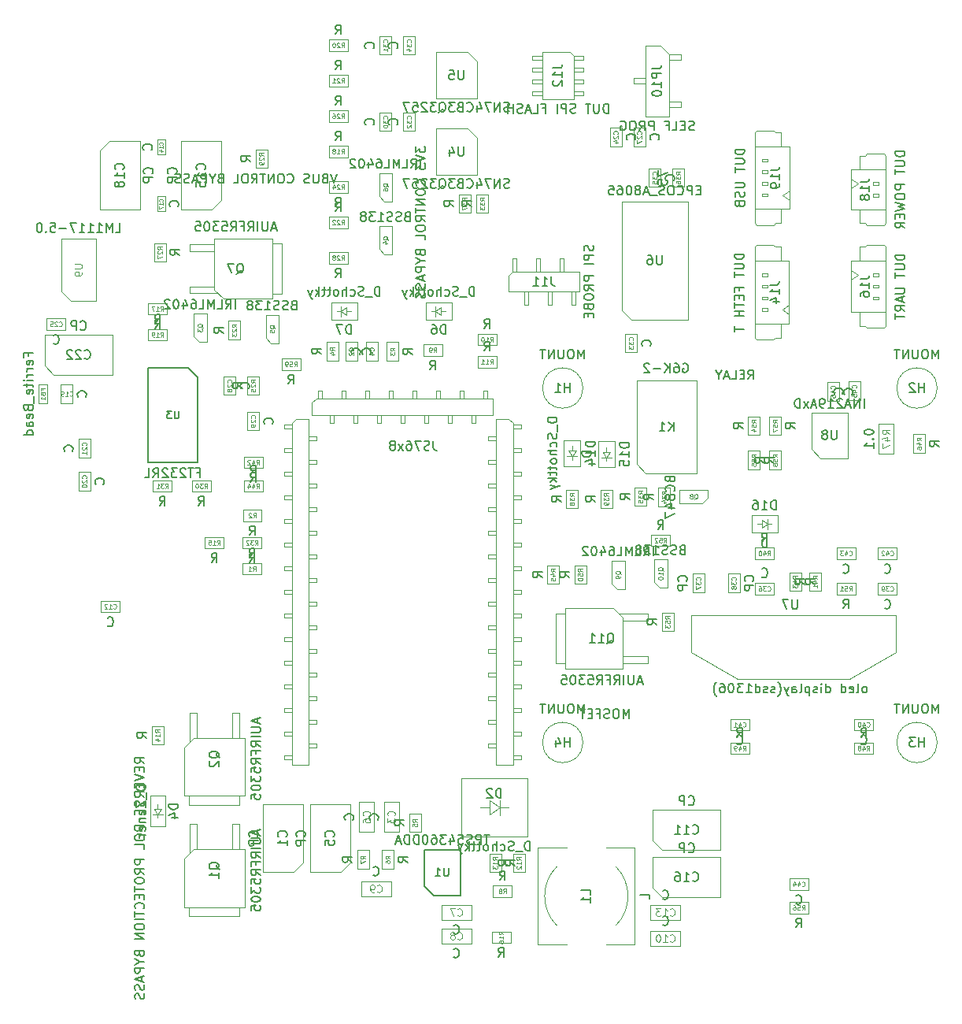
<source format=gbr>
%TF.GenerationSoftware,KiCad,Pcbnew,5.99.0-unknown-e950278637~142~ubuntu18.04.1*%
%TF.CreationDate,2021-10-25T23:56:19+03:00*%
%TF.ProjectId,cdf-1,6364662d-312e-46b6-9963-61645f706362,rev?*%
%TF.SameCoordinates,Original*%
%TF.FileFunction,AssemblyDrawing,Bot*%
%FSLAX46Y46*%
G04 Gerber Fmt 4.6, Leading zero omitted, Abs format (unit mm)*
G04 Created by KiCad (PCBNEW 5.99.0-unknown-e950278637~142~ubuntu18.04.1) date 2021-10-25 23:56:19*
%MOMM*%
%LPD*%
G01*
G04 APERTURE LIST*
%ADD10C,0.150000*%
%ADD11C,0.120000*%
%ADD12C,0.080000*%
%ADD13C,0.075000*%
%ADD14C,0.060000*%
%ADD15C,0.135000*%
%ADD16C,0.100000*%
G04 APERTURE END LIST*
D10*
%TO.C,C1*%
X177597142Y-134556523D02*
X177644761Y-134508904D01*
X177692380Y-134366047D01*
X177692380Y-134270809D01*
X177644761Y-134127952D01*
X177549523Y-134032714D01*
X177454285Y-133985095D01*
X177263809Y-133937476D01*
X177120952Y-133937476D01*
X176930476Y-133985095D01*
X176835238Y-134032714D01*
X176740000Y-134127952D01*
X176692380Y-134270809D01*
X176692380Y-134366047D01*
X176740000Y-134508904D01*
X176787619Y-134556523D01*
X177692380Y-134985095D02*
X176692380Y-134985095D01*
X176692380Y-135366047D01*
X176740000Y-135461285D01*
X176787619Y-135508904D01*
X176882857Y-135556523D01*
X177025714Y-135556523D01*
X177120952Y-135508904D01*
X177168571Y-135461285D01*
X177216190Y-135366047D01*
X177216190Y-134985095D01*
X180697142Y-134580333D02*
X180744761Y-134532714D01*
X180792380Y-134389857D01*
X180792380Y-134294619D01*
X180744761Y-134151761D01*
X180649523Y-134056523D01*
X180554285Y-134008904D01*
X180363809Y-133961285D01*
X180220952Y-133961285D01*
X180030476Y-134008904D01*
X179935238Y-134056523D01*
X179840000Y-134151761D01*
X179792380Y-134294619D01*
X179792380Y-134389857D01*
X179840000Y-134532714D01*
X179887619Y-134580333D01*
X180792380Y-135532714D02*
X180792380Y-134961285D01*
X180792380Y-135247000D02*
X179792380Y-135247000D01*
X179935238Y-135151761D01*
X180030476Y-135056523D01*
X180078095Y-134961285D01*
%TO.C,C5*%
X182677142Y-134556523D02*
X182724761Y-134508904D01*
X182772380Y-134366047D01*
X182772380Y-134270809D01*
X182724761Y-134127952D01*
X182629523Y-134032714D01*
X182534285Y-133985095D01*
X182343809Y-133937476D01*
X182200952Y-133937476D01*
X182010476Y-133985095D01*
X181915238Y-134032714D01*
X181820000Y-134127952D01*
X181772380Y-134270809D01*
X181772380Y-134366047D01*
X181820000Y-134508904D01*
X181867619Y-134556523D01*
X182772380Y-134985095D02*
X181772380Y-134985095D01*
X181772380Y-135366047D01*
X181820000Y-135461285D01*
X181867619Y-135508904D01*
X181962857Y-135556523D01*
X182105714Y-135556523D01*
X182200952Y-135508904D01*
X182248571Y-135461285D01*
X182296190Y-135366047D01*
X182296190Y-134985095D01*
X185777142Y-134580333D02*
X185824761Y-134532714D01*
X185872380Y-134389857D01*
X185872380Y-134294619D01*
X185824761Y-134151761D01*
X185729523Y-134056523D01*
X185634285Y-134008904D01*
X185443809Y-133961285D01*
X185300952Y-133961285D01*
X185110476Y-134008904D01*
X185015238Y-134056523D01*
X184920000Y-134151761D01*
X184872380Y-134294619D01*
X184872380Y-134389857D01*
X184920000Y-134532714D01*
X184967619Y-134580333D01*
X184872380Y-135485095D02*
X184872380Y-135008904D01*
X185348571Y-134961285D01*
X185300952Y-135008904D01*
X185253333Y-135104142D01*
X185253333Y-135342238D01*
X185300952Y-135437476D01*
X185348571Y-135485095D01*
X185443809Y-135532714D01*
X185681904Y-135532714D01*
X185777142Y-135485095D01*
X185824761Y-135437476D01*
X185872380Y-135342238D01*
X185872380Y-135104142D01*
X185824761Y-135008904D01*
X185777142Y-134961285D01*
%TO.C,C6*%
X187864142Y-132770523D02*
X187911761Y-132722904D01*
X187959380Y-132580047D01*
X187959380Y-132484809D01*
X187911761Y-132341952D01*
X187816523Y-132246714D01*
X187721285Y-132199095D01*
X187530809Y-132151476D01*
X187387952Y-132151476D01*
X187197476Y-132199095D01*
X187102238Y-132246714D01*
X187007000Y-132341952D01*
X186959380Y-132484809D01*
X186959380Y-132580047D01*
X187007000Y-132722904D01*
X187054619Y-132770523D01*
D11*
X189642714Y-132327666D02*
X189680809Y-132289571D01*
X189718904Y-132175285D01*
X189718904Y-132099095D01*
X189680809Y-131984809D01*
X189604619Y-131908619D01*
X189528428Y-131870523D01*
X189376047Y-131832428D01*
X189261761Y-131832428D01*
X189109380Y-131870523D01*
X189033190Y-131908619D01*
X188957000Y-131984809D01*
X188918904Y-132099095D01*
X188918904Y-132175285D01*
X188957000Y-132289571D01*
X188995095Y-132327666D01*
X188918904Y-133013380D02*
X188918904Y-132861000D01*
X188957000Y-132784809D01*
X188995095Y-132746714D01*
X189109380Y-132670523D01*
X189261761Y-132632428D01*
X189566523Y-132632428D01*
X189642714Y-132670523D01*
X189680809Y-132708619D01*
X189718904Y-132784809D01*
X189718904Y-132937190D01*
X189680809Y-133013380D01*
X189642714Y-133051476D01*
X189566523Y-133089571D01*
X189376047Y-133089571D01*
X189299857Y-133051476D01*
X189261761Y-133013380D01*
X189223666Y-132937190D01*
X189223666Y-132784809D01*
X189261761Y-132708619D01*
X189299857Y-132670523D01*
X189376047Y-132632428D01*
D10*
%TO.C,C7*%
X198699476Y-144955142D02*
X198747095Y-145002761D01*
X198889952Y-145050380D01*
X198985190Y-145050380D01*
X199128047Y-145002761D01*
X199223285Y-144907523D01*
X199270904Y-144812285D01*
X199318523Y-144621809D01*
X199318523Y-144478952D01*
X199270904Y-144288476D01*
X199223285Y-144193238D01*
X199128047Y-144098000D01*
X198985190Y-144050380D01*
X198889952Y-144050380D01*
X198747095Y-144098000D01*
X198699476Y-144145619D01*
D11*
X199142333Y-143033714D02*
X199180428Y-143071809D01*
X199294714Y-143109904D01*
X199370904Y-143109904D01*
X199485190Y-143071809D01*
X199561380Y-142995619D01*
X199599476Y-142919428D01*
X199637571Y-142767047D01*
X199637571Y-142652761D01*
X199599476Y-142500380D01*
X199561380Y-142424190D01*
X199485190Y-142348000D01*
X199370904Y-142309904D01*
X199294714Y-142309904D01*
X199180428Y-142348000D01*
X199142333Y-142386095D01*
X198875666Y-142309904D02*
X198342333Y-142309904D01*
X198685190Y-143109904D01*
D10*
%TO.C,C9*%
X190063476Y-138715142D02*
X190111095Y-138762761D01*
X190253952Y-138810380D01*
X190349190Y-138810380D01*
X190492047Y-138762761D01*
X190587285Y-138667523D01*
X190634904Y-138572285D01*
X190682523Y-138381809D01*
X190682523Y-138238952D01*
X190634904Y-138048476D01*
X190587285Y-137953238D01*
X190492047Y-137858000D01*
X190349190Y-137810380D01*
X190253952Y-137810380D01*
X190111095Y-137858000D01*
X190063476Y-137905619D01*
D11*
X190506333Y-140493714D02*
X190544428Y-140531809D01*
X190658714Y-140569904D01*
X190734904Y-140569904D01*
X190849190Y-140531809D01*
X190925380Y-140455619D01*
X190963476Y-140379428D01*
X191001571Y-140227047D01*
X191001571Y-140112761D01*
X190963476Y-139960380D01*
X190925380Y-139884190D01*
X190849190Y-139808000D01*
X190734904Y-139769904D01*
X190658714Y-139769904D01*
X190544428Y-139808000D01*
X190506333Y-139846095D01*
X190125380Y-140569904D02*
X189973000Y-140569904D01*
X189896809Y-140531809D01*
X189858714Y-140493714D01*
X189782523Y-140379428D01*
X189744428Y-140227047D01*
X189744428Y-139922285D01*
X189782523Y-139846095D01*
X189820619Y-139808000D01*
X189896809Y-139769904D01*
X190049190Y-139769904D01*
X190125380Y-139808000D01*
X190163476Y-139846095D01*
X190201571Y-139922285D01*
X190201571Y-140112761D01*
X190163476Y-140188952D01*
X190125380Y-140227047D01*
X190049190Y-140265142D01*
X189896809Y-140265142D01*
X189820619Y-140227047D01*
X189782523Y-140188952D01*
X189744428Y-140112761D01*
D10*
%TO.C,C11*%
X223964476Y-131115142D02*
X224012095Y-131162761D01*
X224154952Y-131210380D01*
X224250190Y-131210380D01*
X224393047Y-131162761D01*
X224488285Y-131067523D01*
X224535904Y-130972285D01*
X224583523Y-130781809D01*
X224583523Y-130638952D01*
X224535904Y-130448476D01*
X224488285Y-130353238D01*
X224393047Y-130258000D01*
X224250190Y-130210380D01*
X224154952Y-130210380D01*
X224012095Y-130258000D01*
X223964476Y-130305619D01*
X223535904Y-131210380D02*
X223535904Y-130210380D01*
X223154952Y-130210380D01*
X223059714Y-130258000D01*
X223012095Y-130305619D01*
X222964476Y-130400857D01*
X222964476Y-130543714D01*
X223012095Y-130638952D01*
X223059714Y-130686571D01*
X223154952Y-130734190D01*
X223535904Y-130734190D01*
X224416857Y-134215142D02*
X224464476Y-134262761D01*
X224607333Y-134310380D01*
X224702571Y-134310380D01*
X224845428Y-134262761D01*
X224940666Y-134167523D01*
X224988285Y-134072285D01*
X225035904Y-133881809D01*
X225035904Y-133738952D01*
X224988285Y-133548476D01*
X224940666Y-133453238D01*
X224845428Y-133358000D01*
X224702571Y-133310380D01*
X224607333Y-133310380D01*
X224464476Y-133358000D01*
X224416857Y-133405619D01*
X223464476Y-134310380D02*
X224035904Y-134310380D01*
X223750190Y-134310380D02*
X223750190Y-133310380D01*
X223845428Y-133453238D01*
X223940666Y-133548476D01*
X224035904Y-133596095D01*
X222512095Y-134310380D02*
X223083523Y-134310380D01*
X222797809Y-134310380D02*
X222797809Y-133310380D01*
X222893047Y-133453238D01*
X222988285Y-133548476D01*
X223083523Y-133596095D01*
%TO.C,C13*%
X221178476Y-141255142D02*
X221226095Y-141302761D01*
X221368952Y-141350380D01*
X221464190Y-141350380D01*
X221607047Y-141302761D01*
X221702285Y-141207523D01*
X221749904Y-141112285D01*
X221797523Y-140921809D01*
X221797523Y-140778952D01*
X221749904Y-140588476D01*
X221702285Y-140493238D01*
X221607047Y-140398000D01*
X221464190Y-140350380D01*
X221368952Y-140350380D01*
X221226095Y-140398000D01*
X221178476Y-140445619D01*
D11*
X222002285Y-143033714D02*
X222040380Y-143071809D01*
X222154666Y-143109904D01*
X222230857Y-143109904D01*
X222345142Y-143071809D01*
X222421333Y-142995619D01*
X222459428Y-142919428D01*
X222497523Y-142767047D01*
X222497523Y-142652761D01*
X222459428Y-142500380D01*
X222421333Y-142424190D01*
X222345142Y-142348000D01*
X222230857Y-142309904D01*
X222154666Y-142309904D01*
X222040380Y-142348000D01*
X222002285Y-142386095D01*
X221240380Y-143109904D02*
X221697523Y-143109904D01*
X221468952Y-143109904D02*
X221468952Y-142309904D01*
X221545142Y-142424190D01*
X221621333Y-142500380D01*
X221697523Y-142538476D01*
X220973714Y-142309904D02*
X220478476Y-142309904D01*
X220745142Y-142614666D01*
X220630857Y-142614666D01*
X220554666Y-142652761D01*
X220516571Y-142690857D01*
X220478476Y-142767047D01*
X220478476Y-142957523D01*
X220516571Y-143033714D01*
X220554666Y-143071809D01*
X220630857Y-143109904D01*
X220859428Y-143109904D01*
X220935619Y-143071809D01*
X220973714Y-143033714D01*
D10*
%TO.C,C16*%
X223964476Y-136195142D02*
X224012095Y-136242761D01*
X224154952Y-136290380D01*
X224250190Y-136290380D01*
X224393047Y-136242761D01*
X224488285Y-136147523D01*
X224535904Y-136052285D01*
X224583523Y-135861809D01*
X224583523Y-135718952D01*
X224535904Y-135528476D01*
X224488285Y-135433238D01*
X224393047Y-135338000D01*
X224250190Y-135290380D01*
X224154952Y-135290380D01*
X224012095Y-135338000D01*
X223964476Y-135385619D01*
X223535904Y-136290380D02*
X223535904Y-135290380D01*
X223154952Y-135290380D01*
X223059714Y-135338000D01*
X223012095Y-135385619D01*
X222964476Y-135480857D01*
X222964476Y-135623714D01*
X223012095Y-135718952D01*
X223059714Y-135766571D01*
X223154952Y-135814190D01*
X223535904Y-135814190D01*
X224416857Y-139295142D02*
X224464476Y-139342761D01*
X224607333Y-139390380D01*
X224702571Y-139390380D01*
X224845428Y-139342761D01*
X224940666Y-139247523D01*
X224988285Y-139152285D01*
X225035904Y-138961809D01*
X225035904Y-138818952D01*
X224988285Y-138628476D01*
X224940666Y-138533238D01*
X224845428Y-138438000D01*
X224702571Y-138390380D01*
X224607333Y-138390380D01*
X224464476Y-138438000D01*
X224416857Y-138485619D01*
X223464476Y-139390380D02*
X224035904Y-139390380D01*
X223750190Y-139390380D02*
X223750190Y-138390380D01*
X223845428Y-138533238D01*
X223940666Y-138628476D01*
X224035904Y-138676095D01*
X222607333Y-138390380D02*
X222797809Y-138390380D01*
X222893047Y-138438000D01*
X222940666Y-138485619D01*
X223035904Y-138628476D01*
X223083523Y-138818952D01*
X223083523Y-139199904D01*
X223035904Y-139295142D01*
X222988285Y-139342761D01*
X222893047Y-139390380D01*
X222702571Y-139390380D01*
X222607333Y-139342761D01*
X222559714Y-139295142D01*
X222512095Y-139199904D01*
X222512095Y-138961809D01*
X222559714Y-138866571D01*
X222607333Y-138818952D01*
X222702571Y-138771333D01*
X222893047Y-138771333D01*
X222988285Y-138818952D01*
X223035904Y-138866571D01*
X223083523Y-138961809D01*
%TO.C,C19*%
X159136142Y-87304523D02*
X159183761Y-87256904D01*
X159231380Y-87114047D01*
X159231380Y-87018809D01*
X159183761Y-86875952D01*
X159088523Y-86780714D01*
X158993285Y-86733095D01*
X158802809Y-86685476D01*
X158659952Y-86685476D01*
X158469476Y-86733095D01*
X158374238Y-86780714D01*
X158279000Y-86875952D01*
X158231380Y-87018809D01*
X158231380Y-87114047D01*
X158279000Y-87256904D01*
X158326619Y-87304523D01*
D12*
X157420428Y-87173571D02*
X157444238Y-87197380D01*
X157515666Y-87221190D01*
X157563285Y-87221190D01*
X157634714Y-87197380D01*
X157682333Y-87149761D01*
X157706142Y-87102142D01*
X157729952Y-87006904D01*
X157729952Y-86935476D01*
X157706142Y-86840238D01*
X157682333Y-86792619D01*
X157634714Y-86745000D01*
X157563285Y-86721190D01*
X157515666Y-86721190D01*
X157444238Y-86745000D01*
X157420428Y-86768809D01*
X156944238Y-87221190D02*
X157229952Y-87221190D01*
X157087095Y-87221190D02*
X157087095Y-86721190D01*
X157134714Y-86792619D01*
X157182333Y-86840238D01*
X157229952Y-86864047D01*
X156706142Y-87221190D02*
X156610904Y-87221190D01*
X156563285Y-87197380D01*
X156539476Y-87173571D01*
X156491857Y-87102142D01*
X156468047Y-87006904D01*
X156468047Y-86816428D01*
X156491857Y-86768809D01*
X156515666Y-86745000D01*
X156563285Y-86721190D01*
X156658523Y-86721190D01*
X156706142Y-86745000D01*
X156729952Y-86768809D01*
X156753761Y-86816428D01*
X156753761Y-86935476D01*
X156729952Y-86983095D01*
X156706142Y-87006904D01*
X156658523Y-87030714D01*
X156563285Y-87030714D01*
X156515666Y-87006904D01*
X156491857Y-86983095D01*
X156468047Y-86935476D01*
D10*
%TO.C,C21*%
X157681142Y-93146523D02*
X157728761Y-93098904D01*
X157776380Y-92956047D01*
X157776380Y-92860809D01*
X157728761Y-92717952D01*
X157633523Y-92622714D01*
X157538285Y-92575095D01*
X157347809Y-92527476D01*
X157204952Y-92527476D01*
X157014476Y-92575095D01*
X156919238Y-92622714D01*
X156824000Y-92717952D01*
X156776380Y-92860809D01*
X156776380Y-92956047D01*
X156824000Y-93098904D01*
X156871619Y-93146523D01*
D12*
X159182571Y-92515571D02*
X159206380Y-92491761D01*
X159230190Y-92420333D01*
X159230190Y-92372714D01*
X159206380Y-92301285D01*
X159158761Y-92253666D01*
X159111142Y-92229857D01*
X159015904Y-92206047D01*
X158944476Y-92206047D01*
X158849238Y-92229857D01*
X158801619Y-92253666D01*
X158754000Y-92301285D01*
X158730190Y-92372714D01*
X158730190Y-92420333D01*
X158754000Y-92491761D01*
X158777809Y-92515571D01*
X158777809Y-92706047D02*
X158754000Y-92729857D01*
X158730190Y-92777476D01*
X158730190Y-92896523D01*
X158754000Y-92944142D01*
X158777809Y-92967952D01*
X158825428Y-92991761D01*
X158873047Y-92991761D01*
X158944476Y-92967952D01*
X159230190Y-92682238D01*
X159230190Y-92991761D01*
X159230190Y-93467952D02*
X159230190Y-93182238D01*
X159230190Y-93325095D02*
X158730190Y-93325095D01*
X158801619Y-93277476D01*
X158849238Y-93229857D01*
X158873047Y-93182238D01*
D10*
%TO.C,C24*%
X218191142Y-59684523D02*
X218238761Y-59636904D01*
X218286380Y-59494047D01*
X218286380Y-59398809D01*
X218238761Y-59255952D01*
X218143523Y-59160714D01*
X218048285Y-59113095D01*
X217857809Y-59065476D01*
X217714952Y-59065476D01*
X217524476Y-59113095D01*
X217429238Y-59160714D01*
X217334000Y-59255952D01*
X217286380Y-59398809D01*
X217286380Y-59494047D01*
X217334000Y-59636904D01*
X217381619Y-59684523D01*
D12*
X216332571Y-59053571D02*
X216356380Y-59029761D01*
X216380190Y-58958333D01*
X216380190Y-58910714D01*
X216356380Y-58839285D01*
X216308761Y-58791666D01*
X216261142Y-58767857D01*
X216165904Y-58744047D01*
X216094476Y-58744047D01*
X215999238Y-58767857D01*
X215951619Y-58791666D01*
X215904000Y-58839285D01*
X215880190Y-58910714D01*
X215880190Y-58958333D01*
X215904000Y-59029761D01*
X215927809Y-59053571D01*
X215927809Y-59244047D02*
X215904000Y-59267857D01*
X215880190Y-59315476D01*
X215880190Y-59434523D01*
X215904000Y-59482142D01*
X215927809Y-59505952D01*
X215975428Y-59529761D01*
X216023047Y-59529761D01*
X216094476Y-59505952D01*
X216380190Y-59220238D01*
X216380190Y-59529761D01*
X216046857Y-59958333D02*
X216380190Y-59958333D01*
X215856380Y-59839285D02*
X216213523Y-59720238D01*
X216213523Y-60029761D01*
D10*
%TO.C,C25*%
X155646476Y-81539142D02*
X155694095Y-81586761D01*
X155836952Y-81634380D01*
X155932190Y-81634380D01*
X156075047Y-81586761D01*
X156170285Y-81491523D01*
X156217904Y-81396285D01*
X156265523Y-81205809D01*
X156265523Y-81062952D01*
X156217904Y-80872476D01*
X156170285Y-80777238D01*
X156075047Y-80682000D01*
X155932190Y-80634380D01*
X155836952Y-80634380D01*
X155694095Y-80682000D01*
X155646476Y-80729619D01*
D12*
X156277428Y-79680571D02*
X156301238Y-79704380D01*
X156372666Y-79728190D01*
X156420285Y-79728190D01*
X156491714Y-79704380D01*
X156539333Y-79656761D01*
X156563142Y-79609142D01*
X156586952Y-79513904D01*
X156586952Y-79442476D01*
X156563142Y-79347238D01*
X156539333Y-79299619D01*
X156491714Y-79252000D01*
X156420285Y-79228190D01*
X156372666Y-79228190D01*
X156301238Y-79252000D01*
X156277428Y-79275809D01*
X156086952Y-79275809D02*
X156063142Y-79252000D01*
X156015523Y-79228190D01*
X155896476Y-79228190D01*
X155848857Y-79252000D01*
X155825047Y-79275809D01*
X155801238Y-79323428D01*
X155801238Y-79371047D01*
X155825047Y-79442476D01*
X156110761Y-79728190D01*
X155801238Y-79728190D01*
X155348857Y-79228190D02*
X155586952Y-79228190D01*
X155610761Y-79466285D01*
X155586952Y-79442476D01*
X155539333Y-79418666D01*
X155420285Y-79418666D01*
X155372666Y-79442476D01*
X155348857Y-79466285D01*
X155325047Y-79513904D01*
X155325047Y-79632952D01*
X155348857Y-79680571D01*
X155372666Y-79704380D01*
X155420285Y-79728190D01*
X155539333Y-79728190D01*
X155586952Y-79704380D01*
X155610761Y-79680571D01*
D10*
%TO.C,C27*%
X220731142Y-59684523D02*
X220778761Y-59636904D01*
X220826380Y-59494047D01*
X220826380Y-59398809D01*
X220778761Y-59255952D01*
X220683523Y-59160714D01*
X220588285Y-59113095D01*
X220397809Y-59065476D01*
X220254952Y-59065476D01*
X220064476Y-59113095D01*
X219969238Y-59160714D01*
X219874000Y-59255952D01*
X219826380Y-59398809D01*
X219826380Y-59494047D01*
X219874000Y-59636904D01*
X219921619Y-59684523D01*
D12*
X218872571Y-59053571D02*
X218896380Y-59029761D01*
X218920190Y-58958333D01*
X218920190Y-58910714D01*
X218896380Y-58839285D01*
X218848761Y-58791666D01*
X218801142Y-58767857D01*
X218705904Y-58744047D01*
X218634476Y-58744047D01*
X218539238Y-58767857D01*
X218491619Y-58791666D01*
X218444000Y-58839285D01*
X218420190Y-58910714D01*
X218420190Y-58958333D01*
X218444000Y-59029761D01*
X218467809Y-59053571D01*
X218467809Y-59244047D02*
X218444000Y-59267857D01*
X218420190Y-59315476D01*
X218420190Y-59434523D01*
X218444000Y-59482142D01*
X218467809Y-59505952D01*
X218515428Y-59529761D01*
X218563047Y-59529761D01*
X218634476Y-59505952D01*
X218920190Y-59220238D01*
X218920190Y-59529761D01*
X218420190Y-59696428D02*
X218420190Y-60029761D01*
X218920190Y-59815476D01*
D10*
%TO.C,C28*%
X176662142Y-86415523D02*
X176709761Y-86367904D01*
X176757380Y-86225047D01*
X176757380Y-86129809D01*
X176709761Y-85986952D01*
X176614523Y-85891714D01*
X176519285Y-85844095D01*
X176328809Y-85796476D01*
X176185952Y-85796476D01*
X175995476Y-85844095D01*
X175900238Y-85891714D01*
X175805000Y-85986952D01*
X175757380Y-86129809D01*
X175757380Y-86225047D01*
X175805000Y-86367904D01*
X175852619Y-86415523D01*
D12*
X174803571Y-85784571D02*
X174827380Y-85760761D01*
X174851190Y-85689333D01*
X174851190Y-85641714D01*
X174827380Y-85570285D01*
X174779761Y-85522666D01*
X174732142Y-85498857D01*
X174636904Y-85475047D01*
X174565476Y-85475047D01*
X174470238Y-85498857D01*
X174422619Y-85522666D01*
X174375000Y-85570285D01*
X174351190Y-85641714D01*
X174351190Y-85689333D01*
X174375000Y-85760761D01*
X174398809Y-85784571D01*
X174398809Y-85975047D02*
X174375000Y-85998857D01*
X174351190Y-86046476D01*
X174351190Y-86165523D01*
X174375000Y-86213142D01*
X174398809Y-86236952D01*
X174446428Y-86260761D01*
X174494047Y-86260761D01*
X174565476Y-86236952D01*
X174851190Y-85951238D01*
X174851190Y-86260761D01*
X174565476Y-86546476D02*
X174541666Y-86498857D01*
X174517857Y-86475047D01*
X174470238Y-86451238D01*
X174446428Y-86451238D01*
X174398809Y-86475047D01*
X174375000Y-86498857D01*
X174351190Y-86546476D01*
X174351190Y-86641714D01*
X174375000Y-86689333D01*
X174398809Y-86713142D01*
X174446428Y-86736952D01*
X174470238Y-86736952D01*
X174517857Y-86713142D01*
X174541666Y-86689333D01*
X174565476Y-86641714D01*
X174565476Y-86546476D01*
X174589285Y-86498857D01*
X174613095Y-86475047D01*
X174660714Y-86451238D01*
X174755952Y-86451238D01*
X174803571Y-86475047D01*
X174827380Y-86498857D01*
X174851190Y-86546476D01*
X174851190Y-86641714D01*
X174827380Y-86689333D01*
X174803571Y-86713142D01*
X174755952Y-86736952D01*
X174660714Y-86736952D01*
X174613095Y-86713142D01*
X174589285Y-86689333D01*
X174565476Y-86641714D01*
D10*
%TO.C,C29*%
X179202142Y-90225523D02*
X179249761Y-90177904D01*
X179297380Y-90035047D01*
X179297380Y-89939809D01*
X179249761Y-89796952D01*
X179154523Y-89701714D01*
X179059285Y-89654095D01*
X178868809Y-89606476D01*
X178725952Y-89606476D01*
X178535476Y-89654095D01*
X178440238Y-89701714D01*
X178345000Y-89796952D01*
X178297380Y-89939809D01*
X178297380Y-90035047D01*
X178345000Y-90177904D01*
X178392619Y-90225523D01*
D12*
X177343571Y-89594571D02*
X177367380Y-89570761D01*
X177391190Y-89499333D01*
X177391190Y-89451714D01*
X177367380Y-89380285D01*
X177319761Y-89332666D01*
X177272142Y-89308857D01*
X177176904Y-89285047D01*
X177105476Y-89285047D01*
X177010238Y-89308857D01*
X176962619Y-89332666D01*
X176915000Y-89380285D01*
X176891190Y-89451714D01*
X176891190Y-89499333D01*
X176915000Y-89570761D01*
X176938809Y-89594571D01*
X176938809Y-89785047D02*
X176915000Y-89808857D01*
X176891190Y-89856476D01*
X176891190Y-89975523D01*
X176915000Y-90023142D01*
X176938809Y-90046952D01*
X176986428Y-90070761D01*
X177034047Y-90070761D01*
X177105476Y-90046952D01*
X177391190Y-89761238D01*
X177391190Y-90070761D01*
X177391190Y-90308857D02*
X177391190Y-90404095D01*
X177367380Y-90451714D01*
X177343571Y-90475523D01*
X177272142Y-90523142D01*
X177176904Y-90546952D01*
X176986428Y-90546952D01*
X176938809Y-90523142D01*
X176915000Y-90499333D01*
X176891190Y-90451714D01*
X176891190Y-90356476D01*
X176915000Y-90308857D01*
X176938809Y-90285047D01*
X176986428Y-90261238D01*
X177105476Y-90261238D01*
X177153095Y-90285047D01*
X177176904Y-90308857D01*
X177200714Y-90356476D01*
X177200714Y-90451714D01*
X177176904Y-90499333D01*
X177153095Y-90523142D01*
X177105476Y-90546952D01*
D10*
%TO.C,C36*%
X231846476Y-106627142D02*
X231894095Y-106674761D01*
X232036952Y-106722380D01*
X232132190Y-106722380D01*
X232275047Y-106674761D01*
X232370285Y-106579523D01*
X232417904Y-106484285D01*
X232465523Y-106293809D01*
X232465523Y-106150952D01*
X232417904Y-105960476D01*
X232370285Y-105865238D01*
X232275047Y-105770000D01*
X232132190Y-105722380D01*
X232036952Y-105722380D01*
X231894095Y-105770000D01*
X231846476Y-105817619D01*
D12*
X232477428Y-108128571D02*
X232501238Y-108152380D01*
X232572666Y-108176190D01*
X232620285Y-108176190D01*
X232691714Y-108152380D01*
X232739333Y-108104761D01*
X232763142Y-108057142D01*
X232786952Y-107961904D01*
X232786952Y-107890476D01*
X232763142Y-107795238D01*
X232739333Y-107747619D01*
X232691714Y-107700000D01*
X232620285Y-107676190D01*
X232572666Y-107676190D01*
X232501238Y-107700000D01*
X232477428Y-107723809D01*
X232310761Y-107676190D02*
X232001238Y-107676190D01*
X232167904Y-107866666D01*
X232096476Y-107866666D01*
X232048857Y-107890476D01*
X232025047Y-107914285D01*
X232001238Y-107961904D01*
X232001238Y-108080952D01*
X232025047Y-108128571D01*
X232048857Y-108152380D01*
X232096476Y-108176190D01*
X232239333Y-108176190D01*
X232286952Y-108152380D01*
X232310761Y-108128571D01*
X231572666Y-107676190D02*
X231667904Y-107676190D01*
X231715523Y-107700000D01*
X231739333Y-107723809D01*
X231786952Y-107795238D01*
X231810761Y-107890476D01*
X231810761Y-108080952D01*
X231786952Y-108128571D01*
X231763142Y-108152380D01*
X231715523Y-108176190D01*
X231620285Y-108176190D01*
X231572666Y-108152380D01*
X231548857Y-108128571D01*
X231525047Y-108080952D01*
X231525047Y-107961904D01*
X231548857Y-107914285D01*
X231572666Y-107890476D01*
X231620285Y-107866666D01*
X231715523Y-107866666D01*
X231763142Y-107890476D01*
X231786952Y-107914285D01*
X231810761Y-107961904D01*
D10*
%TO.C,C37*%
X223721142Y-107124523D02*
X223768761Y-107076904D01*
X223816380Y-106934047D01*
X223816380Y-106838809D01*
X223768761Y-106695952D01*
X223673523Y-106600714D01*
X223578285Y-106553095D01*
X223387809Y-106505476D01*
X223244952Y-106505476D01*
X223054476Y-106553095D01*
X222959238Y-106600714D01*
X222864000Y-106695952D01*
X222816380Y-106838809D01*
X222816380Y-106934047D01*
X222864000Y-107076904D01*
X222911619Y-107124523D01*
X223816380Y-107553095D02*
X222816380Y-107553095D01*
X222816380Y-107934047D01*
X222864000Y-108029285D01*
X222911619Y-108076904D01*
X223006857Y-108124523D01*
X223149714Y-108124523D01*
X223244952Y-108076904D01*
X223292571Y-108029285D01*
X223340190Y-107934047D01*
X223340190Y-107553095D01*
D12*
X225222571Y-106993571D02*
X225246380Y-106969761D01*
X225270190Y-106898333D01*
X225270190Y-106850714D01*
X225246380Y-106779285D01*
X225198761Y-106731666D01*
X225151142Y-106707857D01*
X225055904Y-106684047D01*
X224984476Y-106684047D01*
X224889238Y-106707857D01*
X224841619Y-106731666D01*
X224794000Y-106779285D01*
X224770190Y-106850714D01*
X224770190Y-106898333D01*
X224794000Y-106969761D01*
X224817809Y-106993571D01*
X224770190Y-107160238D02*
X224770190Y-107469761D01*
X224960666Y-107303095D01*
X224960666Y-107374523D01*
X224984476Y-107422142D01*
X225008285Y-107445952D01*
X225055904Y-107469761D01*
X225174952Y-107469761D01*
X225222571Y-107445952D01*
X225246380Y-107422142D01*
X225270190Y-107374523D01*
X225270190Y-107231666D01*
X225246380Y-107184047D01*
X225222571Y-107160238D01*
X224770190Y-107636428D02*
X224770190Y-107969761D01*
X225270190Y-107755476D01*
D10*
%TO.C,C38*%
X230891142Y-107124523D02*
X230938761Y-107076904D01*
X230986380Y-106934047D01*
X230986380Y-106838809D01*
X230938761Y-106695952D01*
X230843523Y-106600714D01*
X230748285Y-106553095D01*
X230557809Y-106505476D01*
X230414952Y-106505476D01*
X230224476Y-106553095D01*
X230129238Y-106600714D01*
X230034000Y-106695952D01*
X229986380Y-106838809D01*
X229986380Y-106934047D01*
X230034000Y-107076904D01*
X230081619Y-107124523D01*
X230986380Y-107553095D02*
X229986380Y-107553095D01*
X229986380Y-107934047D01*
X230034000Y-108029285D01*
X230081619Y-108076904D01*
X230176857Y-108124523D01*
X230319714Y-108124523D01*
X230414952Y-108076904D01*
X230462571Y-108029285D01*
X230510190Y-107934047D01*
X230510190Y-107553095D01*
D12*
X229032571Y-106993571D02*
X229056380Y-106969761D01*
X229080190Y-106898333D01*
X229080190Y-106850714D01*
X229056380Y-106779285D01*
X229008761Y-106731666D01*
X228961142Y-106707857D01*
X228865904Y-106684047D01*
X228794476Y-106684047D01*
X228699238Y-106707857D01*
X228651619Y-106731666D01*
X228604000Y-106779285D01*
X228580190Y-106850714D01*
X228580190Y-106898333D01*
X228604000Y-106969761D01*
X228627809Y-106993571D01*
X228580190Y-107160238D02*
X228580190Y-107469761D01*
X228770666Y-107303095D01*
X228770666Y-107374523D01*
X228794476Y-107422142D01*
X228818285Y-107445952D01*
X228865904Y-107469761D01*
X228984952Y-107469761D01*
X229032571Y-107445952D01*
X229056380Y-107422142D01*
X229080190Y-107374523D01*
X229080190Y-107231666D01*
X229056380Y-107184047D01*
X229032571Y-107160238D01*
X228794476Y-107755476D02*
X228770666Y-107707857D01*
X228746857Y-107684047D01*
X228699238Y-107660238D01*
X228675428Y-107660238D01*
X228627809Y-107684047D01*
X228604000Y-107707857D01*
X228580190Y-107755476D01*
X228580190Y-107850714D01*
X228604000Y-107898333D01*
X228627809Y-107922142D01*
X228675428Y-107945952D01*
X228699238Y-107945952D01*
X228746857Y-107922142D01*
X228770666Y-107898333D01*
X228794476Y-107850714D01*
X228794476Y-107755476D01*
X228818285Y-107707857D01*
X228842095Y-107684047D01*
X228889714Y-107660238D01*
X228984952Y-107660238D01*
X229032571Y-107684047D01*
X229056380Y-107707857D01*
X229080190Y-107755476D01*
X229080190Y-107850714D01*
X229056380Y-107898333D01*
X229032571Y-107922142D01*
X228984952Y-107945952D01*
X228889714Y-107945952D01*
X228842095Y-107922142D01*
X228818285Y-107898333D01*
X228794476Y-107850714D01*
D10*
%TO.C,C39*%
X245054476Y-109987142D02*
X245102095Y-110034761D01*
X245244952Y-110082380D01*
X245340190Y-110082380D01*
X245483047Y-110034761D01*
X245578285Y-109939523D01*
X245625904Y-109844285D01*
X245673523Y-109653809D01*
X245673523Y-109510952D01*
X245625904Y-109320476D01*
X245578285Y-109225238D01*
X245483047Y-109130000D01*
X245340190Y-109082380D01*
X245244952Y-109082380D01*
X245102095Y-109130000D01*
X245054476Y-109177619D01*
D12*
X245685428Y-108128571D02*
X245709238Y-108152380D01*
X245780666Y-108176190D01*
X245828285Y-108176190D01*
X245899714Y-108152380D01*
X245947333Y-108104761D01*
X245971142Y-108057142D01*
X245994952Y-107961904D01*
X245994952Y-107890476D01*
X245971142Y-107795238D01*
X245947333Y-107747619D01*
X245899714Y-107700000D01*
X245828285Y-107676190D01*
X245780666Y-107676190D01*
X245709238Y-107700000D01*
X245685428Y-107723809D01*
X245518761Y-107676190D02*
X245209238Y-107676190D01*
X245375904Y-107866666D01*
X245304476Y-107866666D01*
X245256857Y-107890476D01*
X245233047Y-107914285D01*
X245209238Y-107961904D01*
X245209238Y-108080952D01*
X245233047Y-108128571D01*
X245256857Y-108152380D01*
X245304476Y-108176190D01*
X245447333Y-108176190D01*
X245494952Y-108152380D01*
X245518761Y-108128571D01*
X244971142Y-108176190D02*
X244875904Y-108176190D01*
X244828285Y-108152380D01*
X244804476Y-108128571D01*
X244756857Y-108057142D01*
X244733047Y-107961904D01*
X244733047Y-107771428D01*
X244756857Y-107723809D01*
X244780666Y-107700000D01*
X244828285Y-107676190D01*
X244923523Y-107676190D01*
X244971142Y-107700000D01*
X244994952Y-107723809D01*
X245018761Y-107771428D01*
X245018761Y-107890476D01*
X244994952Y-107938095D01*
X244971142Y-107961904D01*
X244923523Y-107985714D01*
X244828285Y-107985714D01*
X244780666Y-107961904D01*
X244756857Y-107938095D01*
X244733047Y-107890476D01*
D10*
%TO.C,C42*%
X245054476Y-106177142D02*
X245102095Y-106224761D01*
X245244952Y-106272380D01*
X245340190Y-106272380D01*
X245483047Y-106224761D01*
X245578285Y-106129523D01*
X245625904Y-106034285D01*
X245673523Y-105843809D01*
X245673523Y-105700952D01*
X245625904Y-105510476D01*
X245578285Y-105415238D01*
X245483047Y-105320000D01*
X245340190Y-105272380D01*
X245244952Y-105272380D01*
X245102095Y-105320000D01*
X245054476Y-105367619D01*
D12*
X245685428Y-104318571D02*
X245709238Y-104342380D01*
X245780666Y-104366190D01*
X245828285Y-104366190D01*
X245899714Y-104342380D01*
X245947333Y-104294761D01*
X245971142Y-104247142D01*
X245994952Y-104151904D01*
X245994952Y-104080476D01*
X245971142Y-103985238D01*
X245947333Y-103937619D01*
X245899714Y-103890000D01*
X245828285Y-103866190D01*
X245780666Y-103866190D01*
X245709238Y-103890000D01*
X245685428Y-103913809D01*
X245256857Y-104032857D02*
X245256857Y-104366190D01*
X245375904Y-103842380D02*
X245494952Y-104199523D01*
X245185428Y-104199523D01*
X245018761Y-103913809D02*
X244994952Y-103890000D01*
X244947333Y-103866190D01*
X244828285Y-103866190D01*
X244780666Y-103890000D01*
X244756857Y-103913809D01*
X244733047Y-103961428D01*
X244733047Y-104009047D01*
X244756857Y-104080476D01*
X245042571Y-104366190D01*
X244733047Y-104366190D01*
D10*
%TO.C,C43*%
X240609476Y-106177142D02*
X240657095Y-106224761D01*
X240799952Y-106272380D01*
X240895190Y-106272380D01*
X241038047Y-106224761D01*
X241133285Y-106129523D01*
X241180904Y-106034285D01*
X241228523Y-105843809D01*
X241228523Y-105700952D01*
X241180904Y-105510476D01*
X241133285Y-105415238D01*
X241038047Y-105320000D01*
X240895190Y-105272380D01*
X240799952Y-105272380D01*
X240657095Y-105320000D01*
X240609476Y-105367619D01*
D12*
X241240428Y-104318571D02*
X241264238Y-104342380D01*
X241335666Y-104366190D01*
X241383285Y-104366190D01*
X241454714Y-104342380D01*
X241502333Y-104294761D01*
X241526142Y-104247142D01*
X241549952Y-104151904D01*
X241549952Y-104080476D01*
X241526142Y-103985238D01*
X241502333Y-103937619D01*
X241454714Y-103890000D01*
X241383285Y-103866190D01*
X241335666Y-103866190D01*
X241264238Y-103890000D01*
X241240428Y-103913809D01*
X240811857Y-104032857D02*
X240811857Y-104366190D01*
X240930904Y-103842380D02*
X241049952Y-104199523D01*
X240740428Y-104199523D01*
X240597571Y-103866190D02*
X240288047Y-103866190D01*
X240454714Y-104056666D01*
X240383285Y-104056666D01*
X240335666Y-104080476D01*
X240311857Y-104104285D01*
X240288047Y-104151904D01*
X240288047Y-104270952D01*
X240311857Y-104318571D01*
X240335666Y-104342380D01*
X240383285Y-104366190D01*
X240526142Y-104366190D01*
X240573761Y-104342380D01*
X240597571Y-104318571D01*
D10*
%TO.C,C45*%
X240485142Y-86984523D02*
X240532761Y-86936904D01*
X240580380Y-86794047D01*
X240580380Y-86698809D01*
X240532761Y-86555952D01*
X240437523Y-86460714D01*
X240342285Y-86413095D01*
X240151809Y-86365476D01*
X240008952Y-86365476D01*
X239818476Y-86413095D01*
X239723238Y-86460714D01*
X239628000Y-86555952D01*
X239580380Y-86698809D01*
X239580380Y-86794047D01*
X239628000Y-86936904D01*
X239675619Y-86984523D01*
D12*
X241986571Y-86353571D02*
X242010380Y-86329761D01*
X242034190Y-86258333D01*
X242034190Y-86210714D01*
X242010380Y-86139285D01*
X241962761Y-86091666D01*
X241915142Y-86067857D01*
X241819904Y-86044047D01*
X241748476Y-86044047D01*
X241653238Y-86067857D01*
X241605619Y-86091666D01*
X241558000Y-86139285D01*
X241534190Y-86210714D01*
X241534190Y-86258333D01*
X241558000Y-86329761D01*
X241581809Y-86353571D01*
X241700857Y-86782142D02*
X242034190Y-86782142D01*
X241510380Y-86663095D02*
X241867523Y-86544047D01*
X241867523Y-86853571D01*
X241534190Y-87282142D02*
X241534190Y-87044047D01*
X241772285Y-87020238D01*
X241748476Y-87044047D01*
X241724666Y-87091666D01*
X241724666Y-87210714D01*
X241748476Y-87258333D01*
X241772285Y-87282142D01*
X241819904Y-87305952D01*
X241938952Y-87305952D01*
X241986571Y-87282142D01*
X242010380Y-87258333D01*
X242034190Y-87210714D01*
X242034190Y-87091666D01*
X242010380Y-87044047D01*
X241986571Y-87020238D01*
D10*
%TO.C,C46*%
X241559142Y-87050523D02*
X241606761Y-87002904D01*
X241654380Y-86860047D01*
X241654380Y-86764809D01*
X241606761Y-86621952D01*
X241511523Y-86526714D01*
X241416285Y-86479095D01*
X241225809Y-86431476D01*
X241082952Y-86431476D01*
X240892476Y-86479095D01*
X240797238Y-86526714D01*
X240702000Y-86621952D01*
X240654380Y-86764809D01*
X240654380Y-86860047D01*
X240702000Y-87002904D01*
X240749619Y-87050523D01*
D12*
X239700571Y-86419571D02*
X239724380Y-86395761D01*
X239748190Y-86324333D01*
X239748190Y-86276714D01*
X239724380Y-86205285D01*
X239676761Y-86157666D01*
X239629142Y-86133857D01*
X239533904Y-86110047D01*
X239462476Y-86110047D01*
X239367238Y-86133857D01*
X239319619Y-86157666D01*
X239272000Y-86205285D01*
X239248190Y-86276714D01*
X239248190Y-86324333D01*
X239272000Y-86395761D01*
X239295809Y-86419571D01*
X239414857Y-86848142D02*
X239748190Y-86848142D01*
X239224380Y-86729095D02*
X239581523Y-86610047D01*
X239581523Y-86919571D01*
X239248190Y-87324333D02*
X239248190Y-87229095D01*
X239272000Y-87181476D01*
X239295809Y-87157666D01*
X239367238Y-87110047D01*
X239462476Y-87086238D01*
X239652952Y-87086238D01*
X239700571Y-87110047D01*
X239724380Y-87133857D01*
X239748190Y-87181476D01*
X239748190Y-87276714D01*
X239724380Y-87324333D01*
X239700571Y-87348142D01*
X239652952Y-87371952D01*
X239533904Y-87371952D01*
X239486285Y-87348142D01*
X239462476Y-87324333D01*
X239438666Y-87276714D01*
X239438666Y-87181476D01*
X239462476Y-87133857D01*
X239486285Y-87110047D01*
X239533904Y-87086238D01*
D10*
%TO.C,D6*%
X200913523Y-76457380D02*
X200913523Y-75457380D01*
X200675428Y-75457380D01*
X200532571Y-75505000D01*
X200437333Y-75600238D01*
X200389714Y-75695476D01*
X200342095Y-75885952D01*
X200342095Y-76028809D01*
X200389714Y-76219285D01*
X200437333Y-76314523D01*
X200532571Y-76409761D01*
X200675428Y-76457380D01*
X200913523Y-76457380D01*
X200151619Y-76552619D02*
X199389714Y-76552619D01*
X199199238Y-76409761D02*
X199056380Y-76457380D01*
X198818285Y-76457380D01*
X198723047Y-76409761D01*
X198675428Y-76362142D01*
X198627809Y-76266904D01*
X198627809Y-76171666D01*
X198675428Y-76076428D01*
X198723047Y-76028809D01*
X198818285Y-75981190D01*
X199008761Y-75933571D01*
X199104000Y-75885952D01*
X199151619Y-75838333D01*
X199199238Y-75743095D01*
X199199238Y-75647857D01*
X199151619Y-75552619D01*
X199104000Y-75505000D01*
X199008761Y-75457380D01*
X198770666Y-75457380D01*
X198627809Y-75505000D01*
X197770666Y-76409761D02*
X197865904Y-76457380D01*
X198056380Y-76457380D01*
X198151619Y-76409761D01*
X198199238Y-76362142D01*
X198246857Y-76266904D01*
X198246857Y-75981190D01*
X198199238Y-75885952D01*
X198151619Y-75838333D01*
X198056380Y-75790714D01*
X197865904Y-75790714D01*
X197770666Y-75838333D01*
X197342095Y-76457380D02*
X197342095Y-75457380D01*
X196913523Y-76457380D02*
X196913523Y-75933571D01*
X196961142Y-75838333D01*
X197056380Y-75790714D01*
X197199238Y-75790714D01*
X197294476Y-75838333D01*
X197342095Y-75885952D01*
X196294476Y-76457380D02*
X196389714Y-76409761D01*
X196437333Y-76362142D01*
X196484952Y-76266904D01*
X196484952Y-75981190D01*
X196437333Y-75885952D01*
X196389714Y-75838333D01*
X196294476Y-75790714D01*
X196151619Y-75790714D01*
X196056380Y-75838333D01*
X196008761Y-75885952D01*
X195961142Y-75981190D01*
X195961142Y-76266904D01*
X196008761Y-76362142D01*
X196056380Y-76409761D01*
X196151619Y-76457380D01*
X196294476Y-76457380D01*
X195675428Y-75790714D02*
X195294476Y-75790714D01*
X195532571Y-75457380D02*
X195532571Y-76314523D01*
X195484952Y-76409761D01*
X195389714Y-76457380D01*
X195294476Y-76457380D01*
X195104000Y-75790714D02*
X194723047Y-75790714D01*
X194961142Y-75457380D02*
X194961142Y-76314523D01*
X194913523Y-76409761D01*
X194818285Y-76457380D01*
X194723047Y-76457380D01*
X194389714Y-76457380D02*
X194389714Y-75457380D01*
X194294476Y-76076428D02*
X194008761Y-76457380D01*
X194008761Y-75790714D02*
X194389714Y-76171666D01*
X193675428Y-75790714D02*
X193437333Y-76457380D01*
X193199238Y-75790714D02*
X193437333Y-76457380D01*
X193532571Y-76695476D01*
X193580190Y-76743095D01*
X193675428Y-76790714D01*
X197842095Y-80557380D02*
X197842095Y-79557380D01*
X197604000Y-79557380D01*
X197461142Y-79605000D01*
X197365904Y-79700238D01*
X197318285Y-79795476D01*
X197270666Y-79985952D01*
X197270666Y-80128809D01*
X197318285Y-80319285D01*
X197365904Y-80414523D01*
X197461142Y-80509761D01*
X197604000Y-80557380D01*
X197842095Y-80557380D01*
X196413523Y-79557380D02*
X196604000Y-79557380D01*
X196699238Y-79605000D01*
X196746857Y-79652619D01*
X196842095Y-79795476D01*
X196889714Y-79985952D01*
X196889714Y-80366904D01*
X196842095Y-80462142D01*
X196794476Y-80509761D01*
X196699238Y-80557380D01*
X196508761Y-80557380D01*
X196413523Y-80509761D01*
X196365904Y-80462142D01*
X196318285Y-80366904D01*
X196318285Y-80128809D01*
X196365904Y-80033571D01*
X196413523Y-79985952D01*
X196508761Y-79938333D01*
X196699238Y-79938333D01*
X196794476Y-79985952D01*
X196842095Y-80033571D01*
X196889714Y-80128809D01*
%TO.C,D7*%
X190753523Y-76457380D02*
X190753523Y-75457380D01*
X190515428Y-75457380D01*
X190372571Y-75505000D01*
X190277333Y-75600238D01*
X190229714Y-75695476D01*
X190182095Y-75885952D01*
X190182095Y-76028809D01*
X190229714Y-76219285D01*
X190277333Y-76314523D01*
X190372571Y-76409761D01*
X190515428Y-76457380D01*
X190753523Y-76457380D01*
X189991619Y-76552619D02*
X189229714Y-76552619D01*
X189039238Y-76409761D02*
X188896380Y-76457380D01*
X188658285Y-76457380D01*
X188563047Y-76409761D01*
X188515428Y-76362142D01*
X188467809Y-76266904D01*
X188467809Y-76171666D01*
X188515428Y-76076428D01*
X188563047Y-76028809D01*
X188658285Y-75981190D01*
X188848761Y-75933571D01*
X188944000Y-75885952D01*
X188991619Y-75838333D01*
X189039238Y-75743095D01*
X189039238Y-75647857D01*
X188991619Y-75552619D01*
X188944000Y-75505000D01*
X188848761Y-75457380D01*
X188610666Y-75457380D01*
X188467809Y-75505000D01*
X187610666Y-76409761D02*
X187705904Y-76457380D01*
X187896380Y-76457380D01*
X187991619Y-76409761D01*
X188039238Y-76362142D01*
X188086857Y-76266904D01*
X188086857Y-75981190D01*
X188039238Y-75885952D01*
X187991619Y-75838333D01*
X187896380Y-75790714D01*
X187705904Y-75790714D01*
X187610666Y-75838333D01*
X187182095Y-76457380D02*
X187182095Y-75457380D01*
X186753523Y-76457380D02*
X186753523Y-75933571D01*
X186801142Y-75838333D01*
X186896380Y-75790714D01*
X187039238Y-75790714D01*
X187134476Y-75838333D01*
X187182095Y-75885952D01*
X186134476Y-76457380D02*
X186229714Y-76409761D01*
X186277333Y-76362142D01*
X186324952Y-76266904D01*
X186324952Y-75981190D01*
X186277333Y-75885952D01*
X186229714Y-75838333D01*
X186134476Y-75790714D01*
X185991619Y-75790714D01*
X185896380Y-75838333D01*
X185848761Y-75885952D01*
X185801142Y-75981190D01*
X185801142Y-76266904D01*
X185848761Y-76362142D01*
X185896380Y-76409761D01*
X185991619Y-76457380D01*
X186134476Y-76457380D01*
X185515428Y-75790714D02*
X185134476Y-75790714D01*
X185372571Y-75457380D02*
X185372571Y-76314523D01*
X185324952Y-76409761D01*
X185229714Y-76457380D01*
X185134476Y-76457380D01*
X184944000Y-75790714D02*
X184563047Y-75790714D01*
X184801142Y-75457380D02*
X184801142Y-76314523D01*
X184753523Y-76409761D01*
X184658285Y-76457380D01*
X184563047Y-76457380D01*
X184229714Y-76457380D02*
X184229714Y-75457380D01*
X184134476Y-76076428D02*
X183848761Y-76457380D01*
X183848761Y-75790714D02*
X184229714Y-76171666D01*
X183515428Y-75790714D02*
X183277333Y-76457380D01*
X183039238Y-75790714D02*
X183277333Y-76457380D01*
X183372571Y-76695476D01*
X183420190Y-76743095D01*
X183515428Y-76790714D01*
X187682095Y-80557380D02*
X187682095Y-79557380D01*
X187444000Y-79557380D01*
X187301142Y-79605000D01*
X187205904Y-79700238D01*
X187158285Y-79795476D01*
X187110666Y-79985952D01*
X187110666Y-80128809D01*
X187158285Y-80319285D01*
X187205904Y-80414523D01*
X187301142Y-80509761D01*
X187444000Y-80557380D01*
X187682095Y-80557380D01*
X186777333Y-79557380D02*
X186110666Y-79557380D01*
X186539238Y-80557380D01*
%TO.C,D14*%
X209807380Y-89535476D02*
X208807380Y-89535476D01*
X208807380Y-89773571D01*
X208855000Y-89916428D01*
X208950238Y-90011666D01*
X209045476Y-90059285D01*
X209235952Y-90106904D01*
X209378809Y-90106904D01*
X209569285Y-90059285D01*
X209664523Y-90011666D01*
X209759761Y-89916428D01*
X209807380Y-89773571D01*
X209807380Y-89535476D01*
X209902619Y-90297380D02*
X209902619Y-91059285D01*
X209759761Y-91249761D02*
X209807380Y-91392619D01*
X209807380Y-91630714D01*
X209759761Y-91725952D01*
X209712142Y-91773571D01*
X209616904Y-91821190D01*
X209521666Y-91821190D01*
X209426428Y-91773571D01*
X209378809Y-91725952D01*
X209331190Y-91630714D01*
X209283571Y-91440238D01*
X209235952Y-91345000D01*
X209188333Y-91297380D01*
X209093095Y-91249761D01*
X208997857Y-91249761D01*
X208902619Y-91297380D01*
X208855000Y-91345000D01*
X208807380Y-91440238D01*
X208807380Y-91678333D01*
X208855000Y-91821190D01*
X209759761Y-92678333D02*
X209807380Y-92583095D01*
X209807380Y-92392619D01*
X209759761Y-92297380D01*
X209712142Y-92249761D01*
X209616904Y-92202142D01*
X209331190Y-92202142D01*
X209235952Y-92249761D01*
X209188333Y-92297380D01*
X209140714Y-92392619D01*
X209140714Y-92583095D01*
X209188333Y-92678333D01*
X209807380Y-93106904D02*
X208807380Y-93106904D01*
X209807380Y-93535476D02*
X209283571Y-93535476D01*
X209188333Y-93487857D01*
X209140714Y-93392619D01*
X209140714Y-93249761D01*
X209188333Y-93154523D01*
X209235952Y-93106904D01*
X209807380Y-94154523D02*
X209759761Y-94059285D01*
X209712142Y-94011666D01*
X209616904Y-93964047D01*
X209331190Y-93964047D01*
X209235952Y-94011666D01*
X209188333Y-94059285D01*
X209140714Y-94154523D01*
X209140714Y-94297380D01*
X209188333Y-94392619D01*
X209235952Y-94440238D01*
X209331190Y-94487857D01*
X209616904Y-94487857D01*
X209712142Y-94440238D01*
X209759761Y-94392619D01*
X209807380Y-94297380D01*
X209807380Y-94154523D01*
X209140714Y-94773571D02*
X209140714Y-95154523D01*
X208807380Y-94916428D02*
X209664523Y-94916428D01*
X209759761Y-94964047D01*
X209807380Y-95059285D01*
X209807380Y-95154523D01*
X209140714Y-95345000D02*
X209140714Y-95725952D01*
X208807380Y-95487857D02*
X209664523Y-95487857D01*
X209759761Y-95535476D01*
X209807380Y-95630714D01*
X209807380Y-95725952D01*
X209807380Y-96059285D02*
X208807380Y-96059285D01*
X209426428Y-96154523D02*
X209807380Y-96440238D01*
X209140714Y-96440238D02*
X209521666Y-96059285D01*
X209140714Y-96773571D02*
X209807380Y-97011666D01*
X209140714Y-97249761D02*
X209807380Y-97011666D01*
X210045476Y-96916428D01*
X210093095Y-96868809D01*
X210140714Y-96773571D01*
X213907380Y-92130714D02*
X212907380Y-92130714D01*
X212907380Y-92368809D01*
X212955000Y-92511666D01*
X213050238Y-92606904D01*
X213145476Y-92654523D01*
X213335952Y-92702142D01*
X213478809Y-92702142D01*
X213669285Y-92654523D01*
X213764523Y-92606904D01*
X213859761Y-92511666D01*
X213907380Y-92368809D01*
X213907380Y-92130714D01*
X213907380Y-93654523D02*
X213907380Y-93083095D01*
X213907380Y-93368809D02*
X212907380Y-93368809D01*
X213050238Y-93273571D01*
X213145476Y-93178333D01*
X213193095Y-93083095D01*
X213240714Y-94511666D02*
X213907380Y-94511666D01*
X212859761Y-94273571D02*
X213574047Y-94035476D01*
X213574047Y-94654523D01*
%TO.C,D15*%
X213490380Y-93210095D02*
X212490380Y-93210095D01*
X212490380Y-93448190D01*
X212538000Y-93591047D01*
X212633238Y-93686285D01*
X212728476Y-93733904D01*
X212918952Y-93781523D01*
X213061809Y-93781523D01*
X213252285Y-93733904D01*
X213347523Y-93686285D01*
X213442761Y-93591047D01*
X213490380Y-93448190D01*
X213490380Y-93210095D01*
X217590380Y-92257714D02*
X216590380Y-92257714D01*
X216590380Y-92495809D01*
X216638000Y-92638666D01*
X216733238Y-92733904D01*
X216828476Y-92781523D01*
X217018952Y-92829142D01*
X217161809Y-92829142D01*
X217352285Y-92781523D01*
X217447523Y-92733904D01*
X217542761Y-92638666D01*
X217590380Y-92495809D01*
X217590380Y-92257714D01*
X217590380Y-93781523D02*
X217590380Y-93210095D01*
X217590380Y-93495809D02*
X216590380Y-93495809D01*
X216733238Y-93400571D01*
X216828476Y-93305333D01*
X216876095Y-93210095D01*
X216590380Y-94686285D02*
X216590380Y-94210095D01*
X217066571Y-94162476D01*
X217018952Y-94210095D01*
X216971333Y-94305333D01*
X216971333Y-94543428D01*
X217018952Y-94638666D01*
X217066571Y-94686285D01*
X217161809Y-94733904D01*
X217399904Y-94733904D01*
X217495142Y-94686285D01*
X217542761Y-94638666D01*
X217590380Y-94543428D01*
X217590380Y-94305333D01*
X217542761Y-94210095D01*
X217495142Y-94162476D01*
%TO.C,D16*%
X232417904Y-103517380D02*
X232417904Y-102517380D01*
X232179809Y-102517380D01*
X232036952Y-102565000D01*
X231941714Y-102660238D01*
X231894095Y-102755476D01*
X231846476Y-102945952D01*
X231846476Y-103088809D01*
X231894095Y-103279285D01*
X231941714Y-103374523D01*
X232036952Y-103469761D01*
X232179809Y-103517380D01*
X232417904Y-103517380D01*
X233370285Y-99417380D02*
X233370285Y-98417380D01*
X233132190Y-98417380D01*
X232989333Y-98465000D01*
X232894095Y-98560238D01*
X232846476Y-98655476D01*
X232798857Y-98845952D01*
X232798857Y-98988809D01*
X232846476Y-99179285D01*
X232894095Y-99274523D01*
X232989333Y-99369761D01*
X233132190Y-99417380D01*
X233370285Y-99417380D01*
X231846476Y-99417380D02*
X232417904Y-99417380D01*
X232132190Y-99417380D02*
X232132190Y-98417380D01*
X232227428Y-98560238D01*
X232322666Y-98655476D01*
X232417904Y-98703095D01*
X230989333Y-98417380D02*
X231179809Y-98417380D01*
X231275047Y-98465000D01*
X231322666Y-98512619D01*
X231417904Y-98655476D01*
X231465523Y-98845952D01*
X231465523Y-99226904D01*
X231417904Y-99322142D01*
X231370285Y-99369761D01*
X231275047Y-99417380D01*
X231084571Y-99417380D01*
X230989333Y-99369761D01*
X230941714Y-99322142D01*
X230894095Y-99226904D01*
X230894095Y-98988809D01*
X230941714Y-98893571D01*
X230989333Y-98845952D01*
X231084571Y-98798333D01*
X231275047Y-98798333D01*
X231370285Y-98845952D01*
X231417904Y-98893571D01*
X231465523Y-98988809D01*
%TO.C,JP9*%
X186180904Y-63338380D02*
X185847571Y-64338380D01*
X185514238Y-63338380D01*
X184847571Y-63814571D02*
X184704714Y-63862190D01*
X184657095Y-63909809D01*
X184609476Y-64005047D01*
X184609476Y-64147904D01*
X184657095Y-64243142D01*
X184704714Y-64290761D01*
X184799952Y-64338380D01*
X185180904Y-64338380D01*
X185180904Y-63338380D01*
X184847571Y-63338380D01*
X184752333Y-63386000D01*
X184704714Y-63433619D01*
X184657095Y-63528857D01*
X184657095Y-63624095D01*
X184704714Y-63719333D01*
X184752333Y-63766952D01*
X184847571Y-63814571D01*
X185180904Y-63814571D01*
X184180904Y-63338380D02*
X184180904Y-64147904D01*
X184133285Y-64243142D01*
X184085666Y-64290761D01*
X183990428Y-64338380D01*
X183799952Y-64338380D01*
X183704714Y-64290761D01*
X183657095Y-64243142D01*
X183609476Y-64147904D01*
X183609476Y-63338380D01*
X183180904Y-64290761D02*
X183038047Y-64338380D01*
X182799952Y-64338380D01*
X182704714Y-64290761D01*
X182657095Y-64243142D01*
X182609476Y-64147904D01*
X182609476Y-64052666D01*
X182657095Y-63957428D01*
X182704714Y-63909809D01*
X182799952Y-63862190D01*
X182990428Y-63814571D01*
X183085666Y-63766952D01*
X183133285Y-63719333D01*
X183180904Y-63624095D01*
X183180904Y-63528857D01*
X183133285Y-63433619D01*
X183085666Y-63386000D01*
X182990428Y-63338380D01*
X182752333Y-63338380D01*
X182609476Y-63386000D01*
X180847571Y-64243142D02*
X180895190Y-64290761D01*
X181038047Y-64338380D01*
X181133285Y-64338380D01*
X181276142Y-64290761D01*
X181371380Y-64195523D01*
X181419000Y-64100285D01*
X181466619Y-63909809D01*
X181466619Y-63766952D01*
X181419000Y-63576476D01*
X181371380Y-63481238D01*
X181276142Y-63386000D01*
X181133285Y-63338380D01*
X181038047Y-63338380D01*
X180895190Y-63386000D01*
X180847571Y-63433619D01*
X180228523Y-63338380D02*
X180038047Y-63338380D01*
X179942809Y-63386000D01*
X179847571Y-63481238D01*
X179799952Y-63671714D01*
X179799952Y-64005047D01*
X179847571Y-64195523D01*
X179942809Y-64290761D01*
X180038047Y-64338380D01*
X180228523Y-64338380D01*
X180323761Y-64290761D01*
X180419000Y-64195523D01*
X180466619Y-64005047D01*
X180466619Y-63671714D01*
X180419000Y-63481238D01*
X180323761Y-63386000D01*
X180228523Y-63338380D01*
X179371380Y-64338380D02*
X179371380Y-63338380D01*
X178799952Y-64338380D01*
X178799952Y-63338380D01*
X178466619Y-63338380D02*
X177895190Y-63338380D01*
X178180904Y-64338380D02*
X178180904Y-63338380D01*
X176990428Y-64338380D02*
X177323761Y-63862190D01*
X177561857Y-64338380D02*
X177561857Y-63338380D01*
X177180904Y-63338380D01*
X177085666Y-63386000D01*
X177038047Y-63433619D01*
X176990428Y-63528857D01*
X176990428Y-63671714D01*
X177038047Y-63766952D01*
X177085666Y-63814571D01*
X177180904Y-63862190D01*
X177561857Y-63862190D01*
X176371380Y-63338380D02*
X176180904Y-63338380D01*
X176085666Y-63386000D01*
X175990428Y-63481238D01*
X175942809Y-63671714D01*
X175942809Y-64005047D01*
X175990428Y-64195523D01*
X176085666Y-64290761D01*
X176180904Y-64338380D01*
X176371380Y-64338380D01*
X176466619Y-64290761D01*
X176561857Y-64195523D01*
X176609476Y-64005047D01*
X176609476Y-63671714D01*
X176561857Y-63481238D01*
X176466619Y-63386000D01*
X176371380Y-63338380D01*
X175038047Y-64338380D02*
X175514238Y-64338380D01*
X175514238Y-63338380D01*
X173609476Y-63814571D02*
X173466619Y-63862190D01*
X173419000Y-63909809D01*
X173371380Y-64005047D01*
X173371380Y-64147904D01*
X173419000Y-64243142D01*
X173466619Y-64290761D01*
X173561857Y-64338380D01*
X173942809Y-64338380D01*
X173942809Y-63338380D01*
X173609476Y-63338380D01*
X173514238Y-63386000D01*
X173466619Y-63433619D01*
X173419000Y-63528857D01*
X173419000Y-63624095D01*
X173466619Y-63719333D01*
X173514238Y-63766952D01*
X173609476Y-63814571D01*
X173942809Y-63814571D01*
X172752333Y-63862190D02*
X172752333Y-64338380D01*
X173085666Y-63338380D02*
X172752333Y-63862190D01*
X172419000Y-63338380D01*
X172085666Y-64338380D02*
X172085666Y-63338380D01*
X171704714Y-63338380D01*
X171609476Y-63386000D01*
X171561857Y-63433619D01*
X171514238Y-63528857D01*
X171514238Y-63671714D01*
X171561857Y-63766952D01*
X171609476Y-63814571D01*
X171704714Y-63862190D01*
X172085666Y-63862190D01*
X171133285Y-64052666D02*
X170657095Y-64052666D01*
X171228523Y-64338380D02*
X170895190Y-63338380D01*
X170561857Y-64338380D01*
X170276142Y-64290761D02*
X170133285Y-64338380D01*
X169895190Y-64338380D01*
X169799952Y-64290761D01*
X169752333Y-64243142D01*
X169704714Y-64147904D01*
X169704714Y-64052666D01*
X169752333Y-63957428D01*
X169799952Y-63909809D01*
X169895190Y-63862190D01*
X170085666Y-63814571D01*
X170180904Y-63766952D01*
X170228523Y-63719333D01*
X170276142Y-63624095D01*
X170276142Y-63528857D01*
X170228523Y-63433619D01*
X170180904Y-63386000D01*
X170085666Y-63338380D01*
X169847571Y-63338380D01*
X169704714Y-63386000D01*
X169323761Y-64290761D02*
X169180904Y-64338380D01*
X168942809Y-64338380D01*
X168847571Y-64290761D01*
X168799952Y-64243142D01*
X168752333Y-64147904D01*
X168752333Y-64052666D01*
X168799952Y-63957428D01*
X168847571Y-63909809D01*
X168942809Y-63862190D01*
X169133285Y-63814571D01*
X169228523Y-63766952D01*
X169276142Y-63719333D01*
X169323761Y-63624095D01*
X169323761Y-63528857D01*
X169276142Y-63433619D01*
X169228523Y-63386000D01*
X169133285Y-63338380D01*
X168895190Y-63338380D01*
X168752333Y-63386000D01*
%TO.C,JP13*%
X230385761Y-85420380D02*
X230719095Y-84944190D01*
X230957190Y-85420380D02*
X230957190Y-84420380D01*
X230576238Y-84420380D01*
X230481000Y-84468000D01*
X230433380Y-84515619D01*
X230385761Y-84610857D01*
X230385761Y-84753714D01*
X230433380Y-84848952D01*
X230481000Y-84896571D01*
X230576238Y-84944190D01*
X230957190Y-84944190D01*
X229957190Y-84896571D02*
X229623857Y-84896571D01*
X229481000Y-85420380D02*
X229957190Y-85420380D01*
X229957190Y-84420380D01*
X229481000Y-84420380D01*
X228576238Y-85420380D02*
X229052428Y-85420380D01*
X229052428Y-84420380D01*
X228290523Y-85134666D02*
X227814333Y-85134666D01*
X228385761Y-85420380D02*
X228052428Y-84420380D01*
X227719095Y-85420380D01*
X227195285Y-84944190D02*
X227195285Y-85420380D01*
X227528619Y-84420380D02*
X227195285Y-84944190D01*
X226861952Y-84420380D01*
%TO.C,JP15*%
X217606238Y-121859380D02*
X217606238Y-120859380D01*
X217272904Y-121573666D01*
X216939571Y-120859380D01*
X216939571Y-121859380D01*
X216272904Y-120859380D02*
X216082428Y-120859380D01*
X215987190Y-120907000D01*
X215891952Y-121002238D01*
X215844333Y-121192714D01*
X215844333Y-121526047D01*
X215891952Y-121716523D01*
X215987190Y-121811761D01*
X216082428Y-121859380D01*
X216272904Y-121859380D01*
X216368142Y-121811761D01*
X216463380Y-121716523D01*
X216511000Y-121526047D01*
X216511000Y-121192714D01*
X216463380Y-121002238D01*
X216368142Y-120907000D01*
X216272904Y-120859380D01*
X215463380Y-121811761D02*
X215320523Y-121859380D01*
X215082428Y-121859380D01*
X214987190Y-121811761D01*
X214939571Y-121764142D01*
X214891952Y-121668904D01*
X214891952Y-121573666D01*
X214939571Y-121478428D01*
X214987190Y-121430809D01*
X215082428Y-121383190D01*
X215272904Y-121335571D01*
X215368142Y-121287952D01*
X215415761Y-121240333D01*
X215463380Y-121145095D01*
X215463380Y-121049857D01*
X215415761Y-120954619D01*
X215368142Y-120907000D01*
X215272904Y-120859380D01*
X215034809Y-120859380D01*
X214891952Y-120907000D01*
X214130047Y-121335571D02*
X214463380Y-121335571D01*
X214463380Y-121859380D02*
X214463380Y-120859380D01*
X213987190Y-120859380D01*
X213606238Y-121335571D02*
X213272904Y-121335571D01*
X213130047Y-121859380D02*
X213606238Y-121859380D01*
X213606238Y-120859380D01*
X213130047Y-120859380D01*
X212844333Y-120859380D02*
X212272904Y-120859380D01*
X212558619Y-121859380D02*
X212558619Y-120859380D01*
%TO.C,K1*%
X223384523Y-83751000D02*
X223479761Y-83703380D01*
X223622619Y-83703380D01*
X223765476Y-83751000D01*
X223860714Y-83846238D01*
X223908333Y-83941476D01*
X223955952Y-84131952D01*
X223955952Y-84274809D01*
X223908333Y-84465285D01*
X223860714Y-84560523D01*
X223765476Y-84655761D01*
X223622619Y-84703380D01*
X223527380Y-84703380D01*
X223384523Y-84655761D01*
X223336904Y-84608142D01*
X223336904Y-84274809D01*
X223527380Y-84274809D01*
X222479761Y-83703380D02*
X222670238Y-83703380D01*
X222765476Y-83751000D01*
X222813095Y-83798619D01*
X222908333Y-83941476D01*
X222955952Y-84131952D01*
X222955952Y-84512904D01*
X222908333Y-84608142D01*
X222860714Y-84655761D01*
X222765476Y-84703380D01*
X222575000Y-84703380D01*
X222479761Y-84655761D01*
X222432142Y-84608142D01*
X222384523Y-84512904D01*
X222384523Y-84274809D01*
X222432142Y-84179571D01*
X222479761Y-84131952D01*
X222575000Y-84084333D01*
X222765476Y-84084333D01*
X222860714Y-84131952D01*
X222908333Y-84179571D01*
X222955952Y-84274809D01*
X221955952Y-84703380D02*
X221955952Y-83703380D01*
X221384523Y-84703380D02*
X221813095Y-84131952D01*
X221384523Y-83703380D02*
X221955952Y-84274809D01*
X220955952Y-84322428D02*
X220194047Y-84322428D01*
X219765476Y-83798619D02*
X219717857Y-83751000D01*
X219622619Y-83703380D01*
X219384523Y-83703380D01*
X219289285Y-83751000D01*
X219241666Y-83798619D01*
X219194047Y-83893857D01*
X219194047Y-83989095D01*
X219241666Y-84131952D01*
X219813095Y-84703380D01*
X219194047Y-84703380D01*
X222363095Y-91003380D02*
X222363095Y-90003380D01*
X221791666Y-91003380D02*
X222220238Y-90431952D01*
X221791666Y-90003380D02*
X222363095Y-90574809D01*
X220839285Y-91003380D02*
X221410714Y-91003380D01*
X221125000Y-91003380D02*
X221125000Y-90003380D01*
X221220238Y-90146238D01*
X221315476Y-90241476D01*
X221410714Y-90289095D01*
%TO.C,Q3*%
X175235714Y-77835380D02*
X175235714Y-76835380D01*
X174188095Y-77835380D02*
X174521428Y-77359190D01*
X174759523Y-77835380D02*
X174759523Y-76835380D01*
X174378571Y-76835380D01*
X174283333Y-76883000D01*
X174235714Y-76930619D01*
X174188095Y-77025857D01*
X174188095Y-77168714D01*
X174235714Y-77263952D01*
X174283333Y-77311571D01*
X174378571Y-77359190D01*
X174759523Y-77359190D01*
X173283333Y-77835380D02*
X173759523Y-77835380D01*
X173759523Y-76835380D01*
X172950000Y-77835380D02*
X172950000Y-76835380D01*
X172616666Y-77549666D01*
X172283333Y-76835380D01*
X172283333Y-77835380D01*
X171330952Y-77835380D02*
X171807142Y-77835380D01*
X171807142Y-76835380D01*
X170569047Y-76835380D02*
X170759523Y-76835380D01*
X170854761Y-76883000D01*
X170902380Y-76930619D01*
X170997619Y-77073476D01*
X171045238Y-77263952D01*
X171045238Y-77644904D01*
X170997619Y-77740142D01*
X170950000Y-77787761D01*
X170854761Y-77835380D01*
X170664285Y-77835380D01*
X170569047Y-77787761D01*
X170521428Y-77740142D01*
X170473809Y-77644904D01*
X170473809Y-77406809D01*
X170521428Y-77311571D01*
X170569047Y-77263952D01*
X170664285Y-77216333D01*
X170854761Y-77216333D01*
X170950000Y-77263952D01*
X170997619Y-77311571D01*
X171045238Y-77406809D01*
X169616666Y-77168714D02*
X169616666Y-77835380D01*
X169854761Y-76787761D02*
X170092857Y-77502047D01*
X169473809Y-77502047D01*
X168902380Y-76835380D02*
X168807142Y-76835380D01*
X168711904Y-76883000D01*
X168664285Y-76930619D01*
X168616666Y-77025857D01*
X168569047Y-77216333D01*
X168569047Y-77454428D01*
X168616666Y-77644904D01*
X168664285Y-77740142D01*
X168711904Y-77787761D01*
X168807142Y-77835380D01*
X168902380Y-77835380D01*
X168997619Y-77787761D01*
X169045238Y-77740142D01*
X169092857Y-77644904D01*
X169140476Y-77454428D01*
X169140476Y-77216333D01*
X169092857Y-77025857D01*
X169045238Y-76930619D01*
X168997619Y-76883000D01*
X168902380Y-76835380D01*
X168188095Y-76930619D02*
X168140476Y-76883000D01*
X168045238Y-76835380D01*
X167807142Y-76835380D01*
X167711904Y-76883000D01*
X167664285Y-76930619D01*
X167616666Y-77025857D01*
X167616666Y-77121095D01*
X167664285Y-77263952D01*
X168235714Y-77835380D01*
X167616666Y-77835380D01*
D13*
X171723809Y-79835380D02*
X171700000Y-79787761D01*
X171652380Y-79740142D01*
X171580952Y-79668714D01*
X171557142Y-79621095D01*
X171557142Y-79573476D01*
X171676190Y-79597285D02*
X171652380Y-79549666D01*
X171604761Y-79502047D01*
X171509523Y-79478238D01*
X171342857Y-79478238D01*
X171247619Y-79502047D01*
X171200000Y-79549666D01*
X171176190Y-79597285D01*
X171176190Y-79692523D01*
X171200000Y-79740142D01*
X171247619Y-79787761D01*
X171342857Y-79811571D01*
X171509523Y-79811571D01*
X171604761Y-79787761D01*
X171652380Y-79740142D01*
X171676190Y-79692523D01*
X171676190Y-79597285D01*
X171176190Y-79978238D02*
X171176190Y-80287761D01*
X171366666Y-80121095D01*
X171366666Y-80192523D01*
X171390476Y-80240142D01*
X171414285Y-80263952D01*
X171461904Y-80287761D01*
X171580952Y-80287761D01*
X171628571Y-80263952D01*
X171652380Y-80240142D01*
X171676190Y-80192523D01*
X171676190Y-80049666D01*
X171652380Y-80002047D01*
X171628571Y-79978238D01*
D10*
%TO.C,Q4*%
X193698523Y-67913571D02*
X193555666Y-67961190D01*
X193508047Y-68008809D01*
X193460428Y-68104047D01*
X193460428Y-68246904D01*
X193508047Y-68342142D01*
X193555666Y-68389761D01*
X193650904Y-68437380D01*
X194031857Y-68437380D01*
X194031857Y-67437380D01*
X193698523Y-67437380D01*
X193603285Y-67485000D01*
X193555666Y-67532619D01*
X193508047Y-67627857D01*
X193508047Y-67723095D01*
X193555666Y-67818333D01*
X193603285Y-67865952D01*
X193698523Y-67913571D01*
X194031857Y-67913571D01*
X193079476Y-68389761D02*
X192936619Y-68437380D01*
X192698523Y-68437380D01*
X192603285Y-68389761D01*
X192555666Y-68342142D01*
X192508047Y-68246904D01*
X192508047Y-68151666D01*
X192555666Y-68056428D01*
X192603285Y-68008809D01*
X192698523Y-67961190D01*
X192889000Y-67913571D01*
X192984238Y-67865952D01*
X193031857Y-67818333D01*
X193079476Y-67723095D01*
X193079476Y-67627857D01*
X193031857Y-67532619D01*
X192984238Y-67485000D01*
X192889000Y-67437380D01*
X192650904Y-67437380D01*
X192508047Y-67485000D01*
X192127095Y-68389761D02*
X191984238Y-68437380D01*
X191746142Y-68437380D01*
X191650904Y-68389761D01*
X191603285Y-68342142D01*
X191555666Y-68246904D01*
X191555666Y-68151666D01*
X191603285Y-68056428D01*
X191650904Y-68008809D01*
X191746142Y-67961190D01*
X191936619Y-67913571D01*
X192031857Y-67865952D01*
X192079476Y-67818333D01*
X192127095Y-67723095D01*
X192127095Y-67627857D01*
X192079476Y-67532619D01*
X192031857Y-67485000D01*
X191936619Y-67437380D01*
X191698523Y-67437380D01*
X191555666Y-67485000D01*
X190603285Y-68437380D02*
X191174714Y-68437380D01*
X190889000Y-68437380D02*
X190889000Y-67437380D01*
X190984238Y-67580238D01*
X191079476Y-67675476D01*
X191174714Y-67723095D01*
X190269952Y-67437380D02*
X189650904Y-67437380D01*
X189984238Y-67818333D01*
X189841380Y-67818333D01*
X189746142Y-67865952D01*
X189698523Y-67913571D01*
X189650904Y-68008809D01*
X189650904Y-68246904D01*
X189698523Y-68342142D01*
X189746142Y-68389761D01*
X189841380Y-68437380D01*
X190127095Y-68437380D01*
X190222333Y-68389761D01*
X190269952Y-68342142D01*
X189079476Y-67865952D02*
X189174714Y-67818333D01*
X189222333Y-67770714D01*
X189269952Y-67675476D01*
X189269952Y-67627857D01*
X189222333Y-67532619D01*
X189174714Y-67485000D01*
X189079476Y-67437380D01*
X188889000Y-67437380D01*
X188793761Y-67485000D01*
X188746142Y-67532619D01*
X188698523Y-67627857D01*
X188698523Y-67675476D01*
X188746142Y-67770714D01*
X188793761Y-67818333D01*
X188889000Y-67865952D01*
X189079476Y-67865952D01*
X189174714Y-67913571D01*
X189222333Y-67961190D01*
X189269952Y-68056428D01*
X189269952Y-68246904D01*
X189222333Y-68342142D01*
X189174714Y-68389761D01*
X189079476Y-68437380D01*
X188889000Y-68437380D01*
X188793761Y-68389761D01*
X188746142Y-68342142D01*
X188698523Y-68246904D01*
X188698523Y-68056428D01*
X188746142Y-67961190D01*
X188793761Y-67913571D01*
X188889000Y-67865952D01*
D13*
X191662809Y-70437380D02*
X191639000Y-70389761D01*
X191591380Y-70342142D01*
X191519952Y-70270714D01*
X191496142Y-70223095D01*
X191496142Y-70175476D01*
X191615190Y-70199285D02*
X191591380Y-70151666D01*
X191543761Y-70104047D01*
X191448523Y-70080238D01*
X191281857Y-70080238D01*
X191186619Y-70104047D01*
X191139000Y-70151666D01*
X191115190Y-70199285D01*
X191115190Y-70294523D01*
X191139000Y-70342142D01*
X191186619Y-70389761D01*
X191281857Y-70413571D01*
X191448523Y-70413571D01*
X191543761Y-70389761D01*
X191591380Y-70342142D01*
X191615190Y-70294523D01*
X191615190Y-70199285D01*
X191281857Y-70842142D02*
X191615190Y-70842142D01*
X191091380Y-70723095D02*
X191448523Y-70604047D01*
X191448523Y-70913571D01*
D10*
%TO.C,Q5*%
X181506523Y-77438571D02*
X181363666Y-77486190D01*
X181316047Y-77533809D01*
X181268428Y-77629047D01*
X181268428Y-77771904D01*
X181316047Y-77867142D01*
X181363666Y-77914761D01*
X181458904Y-77962380D01*
X181839857Y-77962380D01*
X181839857Y-76962380D01*
X181506523Y-76962380D01*
X181411285Y-77010000D01*
X181363666Y-77057619D01*
X181316047Y-77152857D01*
X181316047Y-77248095D01*
X181363666Y-77343333D01*
X181411285Y-77390952D01*
X181506523Y-77438571D01*
X181839857Y-77438571D01*
X180887476Y-77914761D02*
X180744619Y-77962380D01*
X180506523Y-77962380D01*
X180411285Y-77914761D01*
X180363666Y-77867142D01*
X180316047Y-77771904D01*
X180316047Y-77676666D01*
X180363666Y-77581428D01*
X180411285Y-77533809D01*
X180506523Y-77486190D01*
X180697000Y-77438571D01*
X180792238Y-77390952D01*
X180839857Y-77343333D01*
X180887476Y-77248095D01*
X180887476Y-77152857D01*
X180839857Y-77057619D01*
X180792238Y-77010000D01*
X180697000Y-76962380D01*
X180458904Y-76962380D01*
X180316047Y-77010000D01*
X179935095Y-77914761D02*
X179792238Y-77962380D01*
X179554142Y-77962380D01*
X179458904Y-77914761D01*
X179411285Y-77867142D01*
X179363666Y-77771904D01*
X179363666Y-77676666D01*
X179411285Y-77581428D01*
X179458904Y-77533809D01*
X179554142Y-77486190D01*
X179744619Y-77438571D01*
X179839857Y-77390952D01*
X179887476Y-77343333D01*
X179935095Y-77248095D01*
X179935095Y-77152857D01*
X179887476Y-77057619D01*
X179839857Y-77010000D01*
X179744619Y-76962380D01*
X179506523Y-76962380D01*
X179363666Y-77010000D01*
X178411285Y-77962380D02*
X178982714Y-77962380D01*
X178697000Y-77962380D02*
X178697000Y-76962380D01*
X178792238Y-77105238D01*
X178887476Y-77200476D01*
X178982714Y-77248095D01*
X178077952Y-76962380D02*
X177458904Y-76962380D01*
X177792238Y-77343333D01*
X177649380Y-77343333D01*
X177554142Y-77390952D01*
X177506523Y-77438571D01*
X177458904Y-77533809D01*
X177458904Y-77771904D01*
X177506523Y-77867142D01*
X177554142Y-77914761D01*
X177649380Y-77962380D01*
X177935095Y-77962380D01*
X178030333Y-77914761D01*
X178077952Y-77867142D01*
X176887476Y-77390952D02*
X176982714Y-77343333D01*
X177030333Y-77295714D01*
X177077952Y-77200476D01*
X177077952Y-77152857D01*
X177030333Y-77057619D01*
X176982714Y-77010000D01*
X176887476Y-76962380D01*
X176697000Y-76962380D01*
X176601761Y-77010000D01*
X176554142Y-77057619D01*
X176506523Y-77152857D01*
X176506523Y-77200476D01*
X176554142Y-77295714D01*
X176601761Y-77343333D01*
X176697000Y-77390952D01*
X176887476Y-77390952D01*
X176982714Y-77438571D01*
X177030333Y-77486190D01*
X177077952Y-77581428D01*
X177077952Y-77771904D01*
X177030333Y-77867142D01*
X176982714Y-77914761D01*
X176887476Y-77962380D01*
X176697000Y-77962380D01*
X176601761Y-77914761D01*
X176554142Y-77867142D01*
X176506523Y-77771904D01*
X176506523Y-77581428D01*
X176554142Y-77486190D01*
X176601761Y-77438571D01*
X176697000Y-77390952D01*
D13*
X179470809Y-79962380D02*
X179447000Y-79914761D01*
X179399380Y-79867142D01*
X179327952Y-79795714D01*
X179304142Y-79748095D01*
X179304142Y-79700476D01*
X179423190Y-79724285D02*
X179399380Y-79676666D01*
X179351761Y-79629047D01*
X179256523Y-79605238D01*
X179089857Y-79605238D01*
X178994619Y-79629047D01*
X178947000Y-79676666D01*
X178923190Y-79724285D01*
X178923190Y-79819523D01*
X178947000Y-79867142D01*
X178994619Y-79914761D01*
X179089857Y-79938571D01*
X179256523Y-79938571D01*
X179351761Y-79914761D01*
X179399380Y-79867142D01*
X179423190Y-79819523D01*
X179423190Y-79724285D01*
X178923190Y-80390952D02*
X178923190Y-80152857D01*
X179161285Y-80129047D01*
X179137476Y-80152857D01*
X179113666Y-80200476D01*
X179113666Y-80319523D01*
X179137476Y-80367142D01*
X179161285Y-80390952D01*
X179208904Y-80414761D01*
X179327952Y-80414761D01*
X179375571Y-80390952D01*
X179399380Y-80367142D01*
X179423190Y-80319523D01*
X179423190Y-80200476D01*
X179399380Y-80152857D01*
X179375571Y-80129047D01*
D10*
%TO.C,Q8*%
X221964571Y-96186857D02*
X222012190Y-96329714D01*
X222059809Y-96377333D01*
X222155047Y-96424952D01*
X222297904Y-96424952D01*
X222393142Y-96377333D01*
X222440761Y-96329714D01*
X222488380Y-96234476D01*
X222488380Y-95853523D01*
X221488380Y-95853523D01*
X221488380Y-96186857D01*
X221536000Y-96282095D01*
X221583619Y-96329714D01*
X221678857Y-96377333D01*
X221774095Y-96377333D01*
X221869333Y-96329714D01*
X221916952Y-96282095D01*
X221964571Y-96186857D01*
X221964571Y-95853523D01*
X222393142Y-97424952D02*
X222440761Y-97377333D01*
X222488380Y-97234476D01*
X222488380Y-97139238D01*
X222440761Y-96996380D01*
X222345523Y-96901142D01*
X222250285Y-96853523D01*
X222059809Y-96805904D01*
X221916952Y-96805904D01*
X221726476Y-96853523D01*
X221631238Y-96901142D01*
X221536000Y-96996380D01*
X221488380Y-97139238D01*
X221488380Y-97234476D01*
X221536000Y-97377333D01*
X221583619Y-97424952D01*
X221916952Y-97996380D02*
X221869333Y-97901142D01*
X221821714Y-97853523D01*
X221726476Y-97805904D01*
X221678857Y-97805904D01*
X221583619Y-97853523D01*
X221536000Y-97901142D01*
X221488380Y-97996380D01*
X221488380Y-98186857D01*
X221536000Y-98282095D01*
X221583619Y-98329714D01*
X221678857Y-98377333D01*
X221726476Y-98377333D01*
X221821714Y-98329714D01*
X221869333Y-98282095D01*
X221916952Y-98186857D01*
X221916952Y-97996380D01*
X221964571Y-97901142D01*
X222012190Y-97853523D01*
X222107428Y-97805904D01*
X222297904Y-97805904D01*
X222393142Y-97853523D01*
X222440761Y-97901142D01*
X222488380Y-97996380D01*
X222488380Y-98186857D01*
X222440761Y-98282095D01*
X222393142Y-98329714D01*
X222297904Y-98377333D01*
X222107428Y-98377333D01*
X222012190Y-98329714D01*
X221964571Y-98282095D01*
X221916952Y-98186857D01*
X221821714Y-99234476D02*
X222488380Y-99234476D01*
X221440761Y-98996380D02*
X222155047Y-98758285D01*
X222155047Y-99377333D01*
X221488380Y-99663047D02*
X221488380Y-100329714D01*
X222488380Y-99901142D01*
D13*
X224583619Y-98317809D02*
X224631238Y-98294000D01*
X224678857Y-98246380D01*
X224750285Y-98174952D01*
X224797904Y-98151142D01*
X224845523Y-98151142D01*
X224821714Y-98270190D02*
X224869333Y-98246380D01*
X224916952Y-98198761D01*
X224940761Y-98103523D01*
X224940761Y-97936857D01*
X224916952Y-97841619D01*
X224869333Y-97794000D01*
X224821714Y-97770190D01*
X224726476Y-97770190D01*
X224678857Y-97794000D01*
X224631238Y-97841619D01*
X224607428Y-97936857D01*
X224607428Y-98103523D01*
X224631238Y-98198761D01*
X224678857Y-98246380D01*
X224726476Y-98270190D01*
X224821714Y-98270190D01*
X224321714Y-97984476D02*
X224369333Y-97960666D01*
X224393142Y-97936857D01*
X224416952Y-97889238D01*
X224416952Y-97865428D01*
X224393142Y-97817809D01*
X224369333Y-97794000D01*
X224321714Y-97770190D01*
X224226476Y-97770190D01*
X224178857Y-97794000D01*
X224155047Y-97817809D01*
X224131238Y-97865428D01*
X224131238Y-97889238D01*
X224155047Y-97936857D01*
X224178857Y-97960666D01*
X224226476Y-97984476D01*
X224321714Y-97984476D01*
X224369333Y-98008285D01*
X224393142Y-98032095D01*
X224416952Y-98079714D01*
X224416952Y-98174952D01*
X224393142Y-98222571D01*
X224369333Y-98246380D01*
X224321714Y-98270190D01*
X224226476Y-98270190D01*
X224178857Y-98246380D01*
X224155047Y-98222571D01*
X224131238Y-98174952D01*
X224131238Y-98079714D01*
X224155047Y-98032095D01*
X224178857Y-98008285D01*
X224226476Y-97984476D01*
D10*
%TO.C,Q9*%
X220193714Y-104378380D02*
X220193714Y-103378380D01*
X219146095Y-104378380D02*
X219479428Y-103902190D01*
X219717523Y-104378380D02*
X219717523Y-103378380D01*
X219336571Y-103378380D01*
X219241333Y-103426000D01*
X219193714Y-103473619D01*
X219146095Y-103568857D01*
X219146095Y-103711714D01*
X219193714Y-103806952D01*
X219241333Y-103854571D01*
X219336571Y-103902190D01*
X219717523Y-103902190D01*
X218241333Y-104378380D02*
X218717523Y-104378380D01*
X218717523Y-103378380D01*
X217908000Y-104378380D02*
X217908000Y-103378380D01*
X217574666Y-104092666D01*
X217241333Y-103378380D01*
X217241333Y-104378380D01*
X216288952Y-104378380D02*
X216765142Y-104378380D01*
X216765142Y-103378380D01*
X215527047Y-103378380D02*
X215717523Y-103378380D01*
X215812761Y-103426000D01*
X215860380Y-103473619D01*
X215955619Y-103616476D01*
X216003238Y-103806952D01*
X216003238Y-104187904D01*
X215955619Y-104283142D01*
X215908000Y-104330761D01*
X215812761Y-104378380D01*
X215622285Y-104378380D01*
X215527047Y-104330761D01*
X215479428Y-104283142D01*
X215431809Y-104187904D01*
X215431809Y-103949809D01*
X215479428Y-103854571D01*
X215527047Y-103806952D01*
X215622285Y-103759333D01*
X215812761Y-103759333D01*
X215908000Y-103806952D01*
X215955619Y-103854571D01*
X216003238Y-103949809D01*
X214574666Y-103711714D02*
X214574666Y-104378380D01*
X214812761Y-103330761D02*
X215050857Y-104045047D01*
X214431809Y-104045047D01*
X213860380Y-103378380D02*
X213765142Y-103378380D01*
X213669904Y-103426000D01*
X213622285Y-103473619D01*
X213574666Y-103568857D01*
X213527047Y-103759333D01*
X213527047Y-103997428D01*
X213574666Y-104187904D01*
X213622285Y-104283142D01*
X213669904Y-104330761D01*
X213765142Y-104378380D01*
X213860380Y-104378380D01*
X213955619Y-104330761D01*
X214003238Y-104283142D01*
X214050857Y-104187904D01*
X214098476Y-103997428D01*
X214098476Y-103759333D01*
X214050857Y-103568857D01*
X214003238Y-103473619D01*
X213955619Y-103426000D01*
X213860380Y-103378380D01*
X213146095Y-103473619D02*
X213098476Y-103426000D01*
X213003238Y-103378380D01*
X212765142Y-103378380D01*
X212669904Y-103426000D01*
X212622285Y-103473619D01*
X212574666Y-103568857D01*
X212574666Y-103664095D01*
X212622285Y-103806952D01*
X213193714Y-104378380D01*
X212574666Y-104378380D01*
D13*
X216681809Y-106378380D02*
X216658000Y-106330761D01*
X216610380Y-106283142D01*
X216538952Y-106211714D01*
X216515142Y-106164095D01*
X216515142Y-106116476D01*
X216634190Y-106140285D02*
X216610380Y-106092666D01*
X216562761Y-106045047D01*
X216467523Y-106021238D01*
X216300857Y-106021238D01*
X216205619Y-106045047D01*
X216158000Y-106092666D01*
X216134190Y-106140285D01*
X216134190Y-106235523D01*
X216158000Y-106283142D01*
X216205619Y-106330761D01*
X216300857Y-106354571D01*
X216467523Y-106354571D01*
X216562761Y-106330761D01*
X216610380Y-106283142D01*
X216634190Y-106235523D01*
X216634190Y-106140285D01*
X216634190Y-106592666D02*
X216634190Y-106687904D01*
X216610380Y-106735523D01*
X216586571Y-106759333D01*
X216515142Y-106806952D01*
X216419904Y-106830761D01*
X216229428Y-106830761D01*
X216181809Y-106806952D01*
X216158000Y-106783142D01*
X216134190Y-106735523D01*
X216134190Y-106640285D01*
X216158000Y-106592666D01*
X216181809Y-106568857D01*
X216229428Y-106545047D01*
X216348476Y-106545047D01*
X216396095Y-106568857D01*
X216419904Y-106592666D01*
X216443714Y-106640285D01*
X216443714Y-106735523D01*
X216419904Y-106783142D01*
X216396095Y-106806952D01*
X216348476Y-106830761D01*
D10*
%TO.C,Q10*%
X223289523Y-103727571D02*
X223146666Y-103775190D01*
X223099047Y-103822809D01*
X223051428Y-103918047D01*
X223051428Y-104060904D01*
X223099047Y-104156142D01*
X223146666Y-104203761D01*
X223241904Y-104251380D01*
X223622857Y-104251380D01*
X223622857Y-103251380D01*
X223289523Y-103251380D01*
X223194285Y-103299000D01*
X223146666Y-103346619D01*
X223099047Y-103441857D01*
X223099047Y-103537095D01*
X223146666Y-103632333D01*
X223194285Y-103679952D01*
X223289523Y-103727571D01*
X223622857Y-103727571D01*
X222670476Y-104203761D02*
X222527619Y-104251380D01*
X222289523Y-104251380D01*
X222194285Y-104203761D01*
X222146666Y-104156142D01*
X222099047Y-104060904D01*
X222099047Y-103965666D01*
X222146666Y-103870428D01*
X222194285Y-103822809D01*
X222289523Y-103775190D01*
X222480000Y-103727571D01*
X222575238Y-103679952D01*
X222622857Y-103632333D01*
X222670476Y-103537095D01*
X222670476Y-103441857D01*
X222622857Y-103346619D01*
X222575238Y-103299000D01*
X222480000Y-103251380D01*
X222241904Y-103251380D01*
X222099047Y-103299000D01*
X221718095Y-104203761D02*
X221575238Y-104251380D01*
X221337142Y-104251380D01*
X221241904Y-104203761D01*
X221194285Y-104156142D01*
X221146666Y-104060904D01*
X221146666Y-103965666D01*
X221194285Y-103870428D01*
X221241904Y-103822809D01*
X221337142Y-103775190D01*
X221527619Y-103727571D01*
X221622857Y-103679952D01*
X221670476Y-103632333D01*
X221718095Y-103537095D01*
X221718095Y-103441857D01*
X221670476Y-103346619D01*
X221622857Y-103299000D01*
X221527619Y-103251380D01*
X221289523Y-103251380D01*
X221146666Y-103299000D01*
X220194285Y-104251380D02*
X220765714Y-104251380D01*
X220480000Y-104251380D02*
X220480000Y-103251380D01*
X220575238Y-103394238D01*
X220670476Y-103489476D01*
X220765714Y-103537095D01*
X219860952Y-103251380D02*
X219241904Y-103251380D01*
X219575238Y-103632333D01*
X219432380Y-103632333D01*
X219337142Y-103679952D01*
X219289523Y-103727571D01*
X219241904Y-103822809D01*
X219241904Y-104060904D01*
X219289523Y-104156142D01*
X219337142Y-104203761D01*
X219432380Y-104251380D01*
X219718095Y-104251380D01*
X219813333Y-104203761D01*
X219860952Y-104156142D01*
X218670476Y-103679952D02*
X218765714Y-103632333D01*
X218813333Y-103584714D01*
X218860952Y-103489476D01*
X218860952Y-103441857D01*
X218813333Y-103346619D01*
X218765714Y-103299000D01*
X218670476Y-103251380D01*
X218480000Y-103251380D01*
X218384761Y-103299000D01*
X218337142Y-103346619D01*
X218289523Y-103441857D01*
X218289523Y-103489476D01*
X218337142Y-103584714D01*
X218384761Y-103632333D01*
X218480000Y-103679952D01*
X218670476Y-103679952D01*
X218765714Y-103727571D01*
X218813333Y-103775190D01*
X218860952Y-103870428D01*
X218860952Y-104060904D01*
X218813333Y-104156142D01*
X218765714Y-104203761D01*
X218670476Y-104251380D01*
X218480000Y-104251380D01*
X218384761Y-104203761D01*
X218337142Y-104156142D01*
X218289523Y-104060904D01*
X218289523Y-103870428D01*
X218337142Y-103775190D01*
X218384761Y-103727571D01*
X218480000Y-103679952D01*
D13*
X221253809Y-106013285D02*
X221230000Y-105965666D01*
X221182380Y-105918047D01*
X221110952Y-105846619D01*
X221087142Y-105799000D01*
X221087142Y-105751380D01*
X221206190Y-105775190D02*
X221182380Y-105727571D01*
X221134761Y-105679952D01*
X221039523Y-105656142D01*
X220872857Y-105656142D01*
X220777619Y-105679952D01*
X220730000Y-105727571D01*
X220706190Y-105775190D01*
X220706190Y-105870428D01*
X220730000Y-105918047D01*
X220777619Y-105965666D01*
X220872857Y-105989476D01*
X221039523Y-105989476D01*
X221134761Y-105965666D01*
X221182380Y-105918047D01*
X221206190Y-105870428D01*
X221206190Y-105775190D01*
X221206190Y-106465666D02*
X221206190Y-106179952D01*
X221206190Y-106322809D02*
X220706190Y-106322809D01*
X220777619Y-106275190D01*
X220825238Y-106227571D01*
X220849047Y-106179952D01*
X220706190Y-106775190D02*
X220706190Y-106822809D01*
X220730000Y-106870428D01*
X220753809Y-106894238D01*
X220801428Y-106918047D01*
X220896666Y-106941857D01*
X221015714Y-106941857D01*
X221110952Y-106918047D01*
X221158571Y-106894238D01*
X221182380Y-106870428D01*
X221206190Y-106822809D01*
X221206190Y-106775190D01*
X221182380Y-106727571D01*
X221158571Y-106703761D01*
X221110952Y-106679952D01*
X221015714Y-106656142D01*
X220896666Y-106656142D01*
X220801428Y-106679952D01*
X220753809Y-106703761D01*
X220730000Y-106727571D01*
X220706190Y-106775190D01*
D10*
%TO.C,R5*%
X193366380Y-133405523D02*
X192890190Y-133072190D01*
X193366380Y-132834095D02*
X192366380Y-132834095D01*
X192366380Y-133215047D01*
X192414000Y-133310285D01*
X192461619Y-133357904D01*
X192556857Y-133405523D01*
X192699714Y-133405523D01*
X192794952Y-133357904D01*
X192842571Y-133310285D01*
X192890190Y-133215047D01*
X192890190Y-132834095D01*
D12*
X194790190Y-133012666D02*
X194552095Y-132846000D01*
X194790190Y-132726952D02*
X194290190Y-132726952D01*
X194290190Y-132917428D01*
X194314000Y-132965047D01*
X194337809Y-132988857D01*
X194385428Y-133012666D01*
X194456857Y-133012666D01*
X194504476Y-132988857D01*
X194528285Y-132965047D01*
X194552095Y-132917428D01*
X194552095Y-132726952D01*
X194290190Y-133465047D02*
X194290190Y-133226952D01*
X194528285Y-133203142D01*
X194504476Y-133226952D01*
X194480666Y-133274571D01*
X194480666Y-133393619D01*
X194504476Y-133441238D01*
X194528285Y-133465047D01*
X194575904Y-133488857D01*
X194694952Y-133488857D01*
X194742571Y-133465047D01*
X194766380Y-133441238D01*
X194790190Y-133393619D01*
X194790190Y-133274571D01*
X194766380Y-133226952D01*
X194742571Y-133203142D01*
D10*
%TO.C,R6*%
X193745380Y-137342523D02*
X193269190Y-137009190D01*
X193745380Y-136771095D02*
X192745380Y-136771095D01*
X192745380Y-137152047D01*
X192793000Y-137247285D01*
X192840619Y-137294904D01*
X192935857Y-137342523D01*
X193078714Y-137342523D01*
X193173952Y-137294904D01*
X193221571Y-137247285D01*
X193269190Y-137152047D01*
X193269190Y-136771095D01*
D12*
X191869190Y-136949666D02*
X191631095Y-136783000D01*
X191869190Y-136663952D02*
X191369190Y-136663952D01*
X191369190Y-136854428D01*
X191393000Y-136902047D01*
X191416809Y-136925857D01*
X191464428Y-136949666D01*
X191535857Y-136949666D01*
X191583476Y-136925857D01*
X191607285Y-136902047D01*
X191631095Y-136854428D01*
X191631095Y-136663952D01*
X191369190Y-137378238D02*
X191369190Y-137283000D01*
X191393000Y-137235380D01*
X191416809Y-137211571D01*
X191488238Y-137163952D01*
X191583476Y-137140142D01*
X191773952Y-137140142D01*
X191821571Y-137163952D01*
X191845380Y-137187761D01*
X191869190Y-137235380D01*
X191869190Y-137330619D01*
X191845380Y-137378238D01*
X191821571Y-137402047D01*
X191773952Y-137425857D01*
X191654904Y-137425857D01*
X191607285Y-137402047D01*
X191583476Y-137378238D01*
X191559666Y-137330619D01*
X191559666Y-137235380D01*
X191583476Y-137187761D01*
X191607285Y-137163952D01*
X191654904Y-137140142D01*
D10*
%TO.C,R7*%
X187778380Y-137342523D02*
X187302190Y-137009190D01*
X187778380Y-136771095D02*
X186778380Y-136771095D01*
X186778380Y-137152047D01*
X186826000Y-137247285D01*
X186873619Y-137294904D01*
X186968857Y-137342523D01*
X187111714Y-137342523D01*
X187206952Y-137294904D01*
X187254571Y-137247285D01*
X187302190Y-137152047D01*
X187302190Y-136771095D01*
D12*
X189202190Y-136949666D02*
X188964095Y-136783000D01*
X189202190Y-136663952D02*
X188702190Y-136663952D01*
X188702190Y-136854428D01*
X188726000Y-136902047D01*
X188749809Y-136925857D01*
X188797428Y-136949666D01*
X188868857Y-136949666D01*
X188916476Y-136925857D01*
X188940285Y-136902047D01*
X188964095Y-136854428D01*
X188964095Y-136663952D01*
X188702190Y-137116333D02*
X188702190Y-137449666D01*
X189202190Y-137235380D01*
D10*
%TO.C,R9*%
X196159476Y-84398380D02*
X196492809Y-83922190D01*
X196730904Y-84398380D02*
X196730904Y-83398380D01*
X196349952Y-83398380D01*
X196254714Y-83446000D01*
X196207095Y-83493619D01*
X196159476Y-83588857D01*
X196159476Y-83731714D01*
X196207095Y-83826952D01*
X196254714Y-83874571D01*
X196349952Y-83922190D01*
X196730904Y-83922190D01*
D12*
X196552333Y-82522190D02*
X196719000Y-82284095D01*
X196838047Y-82522190D02*
X196838047Y-82022190D01*
X196647571Y-82022190D01*
X196599952Y-82046000D01*
X196576142Y-82069809D01*
X196552333Y-82117428D01*
X196552333Y-82188857D01*
X196576142Y-82236476D01*
X196599952Y-82260285D01*
X196647571Y-82284095D01*
X196838047Y-82284095D01*
X196314238Y-82522190D02*
X196219000Y-82522190D01*
X196171380Y-82498380D01*
X196147571Y-82474571D01*
X196099952Y-82403142D01*
X196076142Y-82307904D01*
X196076142Y-82117428D01*
X196099952Y-82069809D01*
X196123761Y-82046000D01*
X196171380Y-82022190D01*
X196266619Y-82022190D01*
X196314238Y-82046000D01*
X196338047Y-82069809D01*
X196361857Y-82117428D01*
X196361857Y-82236476D01*
X196338047Y-82284095D01*
X196314238Y-82307904D01*
X196266619Y-82331714D01*
X196171380Y-82331714D01*
X196123761Y-82307904D01*
X196099952Y-82284095D01*
X196076142Y-82236476D01*
D10*
%TO.C,R17*%
X166568476Y-79953380D02*
X166901809Y-79477190D01*
X167139904Y-79953380D02*
X167139904Y-78953380D01*
X166758952Y-78953380D01*
X166663714Y-79001000D01*
X166616095Y-79048619D01*
X166568476Y-79143857D01*
X166568476Y-79286714D01*
X166616095Y-79381952D01*
X166663714Y-79429571D01*
X166758952Y-79477190D01*
X167139904Y-79477190D01*
D12*
X167199428Y-78077190D02*
X167366095Y-77839095D01*
X167485142Y-78077190D02*
X167485142Y-77577190D01*
X167294666Y-77577190D01*
X167247047Y-77601000D01*
X167223238Y-77624809D01*
X167199428Y-77672428D01*
X167199428Y-77743857D01*
X167223238Y-77791476D01*
X167247047Y-77815285D01*
X167294666Y-77839095D01*
X167485142Y-77839095D01*
X166723238Y-78077190D02*
X167008952Y-78077190D01*
X166866095Y-78077190D02*
X166866095Y-77577190D01*
X166913714Y-77648619D01*
X166961333Y-77696238D01*
X167008952Y-77720047D01*
X166556571Y-77577190D02*
X166223238Y-77577190D01*
X166437523Y-78077190D01*
D10*
%TO.C,R19*%
X166568476Y-79447380D02*
X166901809Y-78971190D01*
X167139904Y-79447380D02*
X167139904Y-78447380D01*
X166758952Y-78447380D01*
X166663714Y-78495000D01*
X166616095Y-78542619D01*
X166568476Y-78637857D01*
X166568476Y-78780714D01*
X166616095Y-78875952D01*
X166663714Y-78923571D01*
X166758952Y-78971190D01*
X167139904Y-78971190D01*
D12*
X167199428Y-80871190D02*
X167366095Y-80633095D01*
X167485142Y-80871190D02*
X167485142Y-80371190D01*
X167294666Y-80371190D01*
X167247047Y-80395000D01*
X167223238Y-80418809D01*
X167199428Y-80466428D01*
X167199428Y-80537857D01*
X167223238Y-80585476D01*
X167247047Y-80609285D01*
X167294666Y-80633095D01*
X167485142Y-80633095D01*
X166723238Y-80871190D02*
X167008952Y-80871190D01*
X166866095Y-80871190D02*
X166866095Y-80371190D01*
X166913714Y-80442619D01*
X166961333Y-80490238D01*
X167008952Y-80514047D01*
X166485142Y-80871190D02*
X166389904Y-80871190D01*
X166342285Y-80847380D01*
X166318476Y-80823571D01*
X166270857Y-80752142D01*
X166247047Y-80656904D01*
X166247047Y-80466428D01*
X166270857Y-80418809D01*
X166294666Y-80395000D01*
X166342285Y-80371190D01*
X166437523Y-80371190D01*
X166485142Y-80395000D01*
X166508952Y-80418809D01*
X166532761Y-80466428D01*
X166532761Y-80585476D01*
X166508952Y-80633095D01*
X166485142Y-80656904D01*
X166437523Y-80680714D01*
X166342285Y-80680714D01*
X166294666Y-80656904D01*
X166270857Y-80633095D01*
X166247047Y-80585476D01*
D10*
%TO.C,R23*%
X173935380Y-80446523D02*
X173459190Y-80113190D01*
X173935380Y-79875095D02*
X172935380Y-79875095D01*
X172935380Y-80256047D01*
X172983000Y-80351285D01*
X173030619Y-80398904D01*
X173125857Y-80446523D01*
X173268714Y-80446523D01*
X173363952Y-80398904D01*
X173411571Y-80351285D01*
X173459190Y-80256047D01*
X173459190Y-79875095D01*
D12*
X175359190Y-79815571D02*
X175121095Y-79648904D01*
X175359190Y-79529857D02*
X174859190Y-79529857D01*
X174859190Y-79720333D01*
X174883000Y-79767952D01*
X174906809Y-79791761D01*
X174954428Y-79815571D01*
X175025857Y-79815571D01*
X175073476Y-79791761D01*
X175097285Y-79767952D01*
X175121095Y-79720333D01*
X175121095Y-79529857D01*
X174906809Y-80006047D02*
X174883000Y-80029857D01*
X174859190Y-80077476D01*
X174859190Y-80196523D01*
X174883000Y-80244142D01*
X174906809Y-80267952D01*
X174954428Y-80291761D01*
X175002047Y-80291761D01*
X175073476Y-80267952D01*
X175359190Y-79982238D01*
X175359190Y-80291761D01*
X174859190Y-80458428D02*
X174859190Y-80767952D01*
X175049666Y-80601285D01*
X175049666Y-80672714D01*
X175073476Y-80720333D01*
X175097285Y-80744142D01*
X175144904Y-80767952D01*
X175263952Y-80767952D01*
X175311571Y-80744142D01*
X175335380Y-80720333D01*
X175359190Y-80672714D01*
X175359190Y-80529857D01*
X175335380Y-80482238D01*
X175311571Y-80458428D01*
D10*
%TO.C,R24*%
X185999476Y-66872380D02*
X186332809Y-66396190D01*
X186570904Y-66872380D02*
X186570904Y-65872380D01*
X186189952Y-65872380D01*
X186094714Y-65920000D01*
X186047095Y-65967619D01*
X185999476Y-66062857D01*
X185999476Y-66205714D01*
X186047095Y-66300952D01*
X186094714Y-66348571D01*
X186189952Y-66396190D01*
X186570904Y-66396190D01*
D12*
X186630428Y-64996190D02*
X186797095Y-64758095D01*
X186916142Y-64996190D02*
X186916142Y-64496190D01*
X186725666Y-64496190D01*
X186678047Y-64520000D01*
X186654238Y-64543809D01*
X186630428Y-64591428D01*
X186630428Y-64662857D01*
X186654238Y-64710476D01*
X186678047Y-64734285D01*
X186725666Y-64758095D01*
X186916142Y-64758095D01*
X186439952Y-64543809D02*
X186416142Y-64520000D01*
X186368523Y-64496190D01*
X186249476Y-64496190D01*
X186201857Y-64520000D01*
X186178047Y-64543809D01*
X186154238Y-64591428D01*
X186154238Y-64639047D01*
X186178047Y-64710476D01*
X186463761Y-64996190D01*
X186154238Y-64996190D01*
X185725666Y-64662857D02*
X185725666Y-64996190D01*
X185844714Y-64472380D02*
X185963761Y-64829523D01*
X185654238Y-64829523D01*
D10*
%TO.C,R25*%
X175967380Y-86415523D02*
X175491190Y-86082190D01*
X175967380Y-85844095D02*
X174967380Y-85844095D01*
X174967380Y-86225047D01*
X175015000Y-86320285D01*
X175062619Y-86367904D01*
X175157857Y-86415523D01*
X175300714Y-86415523D01*
X175395952Y-86367904D01*
X175443571Y-86320285D01*
X175491190Y-86225047D01*
X175491190Y-85844095D01*
D12*
X177391190Y-85784571D02*
X177153095Y-85617904D01*
X177391190Y-85498857D02*
X176891190Y-85498857D01*
X176891190Y-85689333D01*
X176915000Y-85736952D01*
X176938809Y-85760761D01*
X176986428Y-85784571D01*
X177057857Y-85784571D01*
X177105476Y-85760761D01*
X177129285Y-85736952D01*
X177153095Y-85689333D01*
X177153095Y-85498857D01*
X176938809Y-85975047D02*
X176915000Y-85998857D01*
X176891190Y-86046476D01*
X176891190Y-86165523D01*
X176915000Y-86213142D01*
X176938809Y-86236952D01*
X176986428Y-86260761D01*
X177034047Y-86260761D01*
X177105476Y-86236952D01*
X177391190Y-85951238D01*
X177391190Y-86260761D01*
X176891190Y-86713142D02*
X176891190Y-86475047D01*
X177129285Y-86451238D01*
X177105476Y-86475047D01*
X177081666Y-86522666D01*
X177081666Y-86641714D01*
X177105476Y-86689333D01*
X177129285Y-86713142D01*
X177176904Y-86736952D01*
X177295952Y-86736952D01*
X177343571Y-86713142D01*
X177367380Y-86689333D01*
X177391190Y-86641714D01*
X177391190Y-86522666D01*
X177367380Y-86475047D01*
X177343571Y-86451238D01*
D10*
%TO.C,R30*%
X171267476Y-99003380D02*
X171600809Y-98527190D01*
X171838904Y-99003380D02*
X171838904Y-98003380D01*
X171457952Y-98003380D01*
X171362714Y-98051000D01*
X171315095Y-98098619D01*
X171267476Y-98193857D01*
X171267476Y-98336714D01*
X171315095Y-98431952D01*
X171362714Y-98479571D01*
X171457952Y-98527190D01*
X171838904Y-98527190D01*
D12*
X171898428Y-97127190D02*
X172065095Y-96889095D01*
X172184142Y-97127190D02*
X172184142Y-96627190D01*
X171993666Y-96627190D01*
X171946047Y-96651000D01*
X171922238Y-96674809D01*
X171898428Y-96722428D01*
X171898428Y-96793857D01*
X171922238Y-96841476D01*
X171946047Y-96865285D01*
X171993666Y-96889095D01*
X172184142Y-96889095D01*
X171731761Y-96627190D02*
X171422238Y-96627190D01*
X171588904Y-96817666D01*
X171517476Y-96817666D01*
X171469857Y-96841476D01*
X171446047Y-96865285D01*
X171422238Y-96912904D01*
X171422238Y-97031952D01*
X171446047Y-97079571D01*
X171469857Y-97103380D01*
X171517476Y-97127190D01*
X171660333Y-97127190D01*
X171707952Y-97103380D01*
X171731761Y-97079571D01*
X171112714Y-96627190D02*
X171065095Y-96627190D01*
X171017476Y-96651000D01*
X170993666Y-96674809D01*
X170969857Y-96722428D01*
X170946047Y-96817666D01*
X170946047Y-96936714D01*
X170969857Y-97031952D01*
X170993666Y-97079571D01*
X171017476Y-97103380D01*
X171065095Y-97127190D01*
X171112714Y-97127190D01*
X171160333Y-97103380D01*
X171184142Y-97079571D01*
X171207952Y-97031952D01*
X171231761Y-96936714D01*
X171231761Y-96817666D01*
X171207952Y-96722428D01*
X171184142Y-96674809D01*
X171160333Y-96651000D01*
X171112714Y-96627190D01*
D10*
%TO.C,R31*%
X167076476Y-99003380D02*
X167409809Y-98527190D01*
X167647904Y-99003380D02*
X167647904Y-98003380D01*
X167266952Y-98003380D01*
X167171714Y-98051000D01*
X167124095Y-98098619D01*
X167076476Y-98193857D01*
X167076476Y-98336714D01*
X167124095Y-98431952D01*
X167171714Y-98479571D01*
X167266952Y-98527190D01*
X167647904Y-98527190D01*
D12*
X167707428Y-97127190D02*
X167874095Y-96889095D01*
X167993142Y-97127190D02*
X167993142Y-96627190D01*
X167802666Y-96627190D01*
X167755047Y-96651000D01*
X167731238Y-96674809D01*
X167707428Y-96722428D01*
X167707428Y-96793857D01*
X167731238Y-96841476D01*
X167755047Y-96865285D01*
X167802666Y-96889095D01*
X167993142Y-96889095D01*
X167540761Y-96627190D02*
X167231238Y-96627190D01*
X167397904Y-96817666D01*
X167326476Y-96817666D01*
X167278857Y-96841476D01*
X167255047Y-96865285D01*
X167231238Y-96912904D01*
X167231238Y-97031952D01*
X167255047Y-97079571D01*
X167278857Y-97103380D01*
X167326476Y-97127190D01*
X167469333Y-97127190D01*
X167516952Y-97103380D01*
X167540761Y-97079571D01*
X166755047Y-97127190D02*
X167040761Y-97127190D01*
X166897904Y-97127190D02*
X166897904Y-96627190D01*
X166945523Y-96698619D01*
X166993142Y-96746238D01*
X167040761Y-96770047D01*
D10*
%TO.C,R32*%
X176728476Y-105099380D02*
X177061809Y-104623190D01*
X177299904Y-105099380D02*
X177299904Y-104099380D01*
X176918952Y-104099380D01*
X176823714Y-104147000D01*
X176776095Y-104194619D01*
X176728476Y-104289857D01*
X176728476Y-104432714D01*
X176776095Y-104527952D01*
X176823714Y-104575571D01*
X176918952Y-104623190D01*
X177299904Y-104623190D01*
D12*
X177359428Y-103223190D02*
X177526095Y-102985095D01*
X177645142Y-103223190D02*
X177645142Y-102723190D01*
X177454666Y-102723190D01*
X177407047Y-102747000D01*
X177383238Y-102770809D01*
X177359428Y-102818428D01*
X177359428Y-102889857D01*
X177383238Y-102937476D01*
X177407047Y-102961285D01*
X177454666Y-102985095D01*
X177645142Y-102985095D01*
X177192761Y-102723190D02*
X176883238Y-102723190D01*
X177049904Y-102913666D01*
X176978476Y-102913666D01*
X176930857Y-102937476D01*
X176907047Y-102961285D01*
X176883238Y-103008904D01*
X176883238Y-103127952D01*
X176907047Y-103175571D01*
X176930857Y-103199380D01*
X176978476Y-103223190D01*
X177121333Y-103223190D01*
X177168952Y-103199380D01*
X177192761Y-103175571D01*
X176692761Y-102770809D02*
X176668952Y-102747000D01*
X176621333Y-102723190D01*
X176502285Y-102723190D01*
X176454666Y-102747000D01*
X176430857Y-102770809D01*
X176407047Y-102818428D01*
X176407047Y-102866047D01*
X176430857Y-102937476D01*
X176716571Y-103223190D01*
X176407047Y-103223190D01*
D10*
%TO.C,R33*%
X200605380Y-66857523D02*
X200129190Y-66524190D01*
X200605380Y-66286095D02*
X199605380Y-66286095D01*
X199605380Y-66667047D01*
X199653000Y-66762285D01*
X199700619Y-66809904D01*
X199795857Y-66857523D01*
X199938714Y-66857523D01*
X200033952Y-66809904D01*
X200081571Y-66762285D01*
X200129190Y-66667047D01*
X200129190Y-66286095D01*
D12*
X202029190Y-66226571D02*
X201791095Y-66059904D01*
X202029190Y-65940857D02*
X201529190Y-65940857D01*
X201529190Y-66131333D01*
X201553000Y-66178952D01*
X201576809Y-66202761D01*
X201624428Y-66226571D01*
X201695857Y-66226571D01*
X201743476Y-66202761D01*
X201767285Y-66178952D01*
X201791095Y-66131333D01*
X201791095Y-65940857D01*
X201529190Y-66393238D02*
X201529190Y-66702761D01*
X201719666Y-66536095D01*
X201719666Y-66607523D01*
X201743476Y-66655142D01*
X201767285Y-66678952D01*
X201814904Y-66702761D01*
X201933952Y-66702761D01*
X201981571Y-66678952D01*
X202005380Y-66655142D01*
X202029190Y-66607523D01*
X202029190Y-66464666D01*
X202005380Y-66417047D01*
X201981571Y-66393238D01*
X201529190Y-66869428D02*
X201529190Y-67178952D01*
X201719666Y-67012285D01*
X201719666Y-67083714D01*
X201743476Y-67131333D01*
X201767285Y-67155142D01*
X201814904Y-67178952D01*
X201933952Y-67178952D01*
X201981571Y-67155142D01*
X202005380Y-67131333D01*
X202029190Y-67083714D01*
X202029190Y-66940857D01*
X202005380Y-66893238D01*
X201981571Y-66869428D01*
D10*
%TO.C,R34*%
X220163380Y-98377023D02*
X219687190Y-98043690D01*
X220163380Y-97805595D02*
X219163380Y-97805595D01*
X219163380Y-98186547D01*
X219211000Y-98281785D01*
X219258619Y-98329404D01*
X219353857Y-98377023D01*
X219496714Y-98377023D01*
X219591952Y-98329404D01*
X219639571Y-98281785D01*
X219687190Y-98186547D01*
X219687190Y-97805595D01*
D12*
X221587190Y-97746071D02*
X221349095Y-97579404D01*
X221587190Y-97460357D02*
X221087190Y-97460357D01*
X221087190Y-97650833D01*
X221111000Y-97698452D01*
X221134809Y-97722261D01*
X221182428Y-97746071D01*
X221253857Y-97746071D01*
X221301476Y-97722261D01*
X221325285Y-97698452D01*
X221349095Y-97650833D01*
X221349095Y-97460357D01*
X221087190Y-97912738D02*
X221087190Y-98222261D01*
X221277666Y-98055595D01*
X221277666Y-98127023D01*
X221301476Y-98174642D01*
X221325285Y-98198452D01*
X221372904Y-98222261D01*
X221491952Y-98222261D01*
X221539571Y-98198452D01*
X221563380Y-98174642D01*
X221587190Y-98127023D01*
X221587190Y-97984166D01*
X221563380Y-97936547D01*
X221539571Y-97912738D01*
X221253857Y-98650833D02*
X221587190Y-98650833D01*
X221063380Y-98531785D02*
X221420523Y-98412738D01*
X221420523Y-98722261D01*
D10*
%TO.C,R35*%
X217623380Y-98353523D02*
X217147190Y-98020190D01*
X217623380Y-97782095D02*
X216623380Y-97782095D01*
X216623380Y-98163047D01*
X216671000Y-98258285D01*
X216718619Y-98305904D01*
X216813857Y-98353523D01*
X216956714Y-98353523D01*
X217051952Y-98305904D01*
X217099571Y-98258285D01*
X217147190Y-98163047D01*
X217147190Y-97782095D01*
D12*
X219047190Y-97722571D02*
X218809095Y-97555904D01*
X219047190Y-97436857D02*
X218547190Y-97436857D01*
X218547190Y-97627333D01*
X218571000Y-97674952D01*
X218594809Y-97698761D01*
X218642428Y-97722571D01*
X218713857Y-97722571D01*
X218761476Y-97698761D01*
X218785285Y-97674952D01*
X218809095Y-97627333D01*
X218809095Y-97436857D01*
X218547190Y-97889238D02*
X218547190Y-98198761D01*
X218737666Y-98032095D01*
X218737666Y-98103523D01*
X218761476Y-98151142D01*
X218785285Y-98174952D01*
X218832904Y-98198761D01*
X218951952Y-98198761D01*
X218999571Y-98174952D01*
X219023380Y-98151142D01*
X219047190Y-98103523D01*
X219047190Y-97960666D01*
X219023380Y-97913047D01*
X218999571Y-97889238D01*
X218547190Y-98651142D02*
X218547190Y-98413047D01*
X218785285Y-98389238D01*
X218761476Y-98413047D01*
X218737666Y-98460666D01*
X218737666Y-98579714D01*
X218761476Y-98627333D01*
X218785285Y-98651142D01*
X218832904Y-98674952D01*
X218951952Y-98674952D01*
X218999571Y-98651142D01*
X219023380Y-98627333D01*
X219047190Y-98579714D01*
X219047190Y-98460666D01*
X219023380Y-98413047D01*
X218999571Y-98389238D01*
D10*
%TO.C,R38*%
X210257380Y-98607523D02*
X209781190Y-98274190D01*
X210257380Y-98036095D02*
X209257380Y-98036095D01*
X209257380Y-98417047D01*
X209305000Y-98512285D01*
X209352619Y-98559904D01*
X209447857Y-98607523D01*
X209590714Y-98607523D01*
X209685952Y-98559904D01*
X209733571Y-98512285D01*
X209781190Y-98417047D01*
X209781190Y-98036095D01*
D12*
X211681190Y-97976571D02*
X211443095Y-97809904D01*
X211681190Y-97690857D02*
X211181190Y-97690857D01*
X211181190Y-97881333D01*
X211205000Y-97928952D01*
X211228809Y-97952761D01*
X211276428Y-97976571D01*
X211347857Y-97976571D01*
X211395476Y-97952761D01*
X211419285Y-97928952D01*
X211443095Y-97881333D01*
X211443095Y-97690857D01*
X211181190Y-98143238D02*
X211181190Y-98452761D01*
X211371666Y-98286095D01*
X211371666Y-98357523D01*
X211395476Y-98405142D01*
X211419285Y-98428952D01*
X211466904Y-98452761D01*
X211585952Y-98452761D01*
X211633571Y-98428952D01*
X211657380Y-98405142D01*
X211681190Y-98357523D01*
X211681190Y-98214666D01*
X211657380Y-98167047D01*
X211633571Y-98143238D01*
X211395476Y-98738476D02*
X211371666Y-98690857D01*
X211347857Y-98667047D01*
X211300238Y-98643238D01*
X211276428Y-98643238D01*
X211228809Y-98667047D01*
X211205000Y-98690857D01*
X211181190Y-98738476D01*
X211181190Y-98833714D01*
X211205000Y-98881333D01*
X211228809Y-98905142D01*
X211276428Y-98928952D01*
X211300238Y-98928952D01*
X211347857Y-98905142D01*
X211371666Y-98881333D01*
X211395476Y-98833714D01*
X211395476Y-98738476D01*
X211419285Y-98690857D01*
X211443095Y-98667047D01*
X211490714Y-98643238D01*
X211585952Y-98643238D01*
X211633571Y-98667047D01*
X211657380Y-98690857D01*
X211681190Y-98738476D01*
X211681190Y-98833714D01*
X211657380Y-98881333D01*
X211633571Y-98905142D01*
X211585952Y-98928952D01*
X211490714Y-98928952D01*
X211443095Y-98905142D01*
X211419285Y-98881333D01*
X211395476Y-98833714D01*
D10*
%TO.C,R39*%
X213940380Y-98607523D02*
X213464190Y-98274190D01*
X213940380Y-98036095D02*
X212940380Y-98036095D01*
X212940380Y-98417047D01*
X212988000Y-98512285D01*
X213035619Y-98559904D01*
X213130857Y-98607523D01*
X213273714Y-98607523D01*
X213368952Y-98559904D01*
X213416571Y-98512285D01*
X213464190Y-98417047D01*
X213464190Y-98036095D01*
D12*
X215364190Y-97976571D02*
X215126095Y-97809904D01*
X215364190Y-97690857D02*
X214864190Y-97690857D01*
X214864190Y-97881333D01*
X214888000Y-97928952D01*
X214911809Y-97952761D01*
X214959428Y-97976571D01*
X215030857Y-97976571D01*
X215078476Y-97952761D01*
X215102285Y-97928952D01*
X215126095Y-97881333D01*
X215126095Y-97690857D01*
X214864190Y-98143238D02*
X214864190Y-98452761D01*
X215054666Y-98286095D01*
X215054666Y-98357523D01*
X215078476Y-98405142D01*
X215102285Y-98428952D01*
X215149904Y-98452761D01*
X215268952Y-98452761D01*
X215316571Y-98428952D01*
X215340380Y-98405142D01*
X215364190Y-98357523D01*
X215364190Y-98214666D01*
X215340380Y-98167047D01*
X215316571Y-98143238D01*
X215364190Y-98690857D02*
X215364190Y-98786095D01*
X215340380Y-98833714D01*
X215316571Y-98857523D01*
X215245142Y-98905142D01*
X215149904Y-98928952D01*
X214959428Y-98928952D01*
X214911809Y-98905142D01*
X214888000Y-98881333D01*
X214864190Y-98833714D01*
X214864190Y-98738476D01*
X214888000Y-98690857D01*
X214911809Y-98667047D01*
X214959428Y-98643238D01*
X215078476Y-98643238D01*
X215126095Y-98667047D01*
X215149904Y-98690857D01*
X215173714Y-98738476D01*
X215173714Y-98833714D01*
X215149904Y-98881333D01*
X215126095Y-98905142D01*
X215078476Y-98928952D01*
D10*
%TO.C,R40*%
X231846476Y-102942380D02*
X232179809Y-102466190D01*
X232417904Y-102942380D02*
X232417904Y-101942380D01*
X232036952Y-101942380D01*
X231941714Y-101990000D01*
X231894095Y-102037619D01*
X231846476Y-102132857D01*
X231846476Y-102275714D01*
X231894095Y-102370952D01*
X231941714Y-102418571D01*
X232036952Y-102466190D01*
X232417904Y-102466190D01*
D12*
X232477428Y-104366190D02*
X232644095Y-104128095D01*
X232763142Y-104366190D02*
X232763142Y-103866190D01*
X232572666Y-103866190D01*
X232525047Y-103890000D01*
X232501238Y-103913809D01*
X232477428Y-103961428D01*
X232477428Y-104032857D01*
X232501238Y-104080476D01*
X232525047Y-104104285D01*
X232572666Y-104128095D01*
X232763142Y-104128095D01*
X232048857Y-104032857D02*
X232048857Y-104366190D01*
X232167904Y-103842380D02*
X232286952Y-104199523D01*
X231977428Y-104199523D01*
X231691714Y-103866190D02*
X231644095Y-103866190D01*
X231596476Y-103890000D01*
X231572666Y-103913809D01*
X231548857Y-103961428D01*
X231525047Y-104056666D01*
X231525047Y-104175714D01*
X231548857Y-104270952D01*
X231572666Y-104318571D01*
X231596476Y-104342380D01*
X231644095Y-104366190D01*
X231691714Y-104366190D01*
X231739333Y-104342380D01*
X231763142Y-104318571D01*
X231786952Y-104270952D01*
X231810761Y-104175714D01*
X231810761Y-104056666D01*
X231786952Y-103961428D01*
X231763142Y-103913809D01*
X231739333Y-103890000D01*
X231691714Y-103866190D01*
D10*
%TO.C,R42*%
X176855476Y-96463380D02*
X177188809Y-95987190D01*
X177426904Y-96463380D02*
X177426904Y-95463380D01*
X177045952Y-95463380D01*
X176950714Y-95511000D01*
X176903095Y-95558619D01*
X176855476Y-95653857D01*
X176855476Y-95796714D01*
X176903095Y-95891952D01*
X176950714Y-95939571D01*
X177045952Y-95987190D01*
X177426904Y-95987190D01*
D12*
X177486428Y-94587190D02*
X177653095Y-94349095D01*
X177772142Y-94587190D02*
X177772142Y-94087190D01*
X177581666Y-94087190D01*
X177534047Y-94111000D01*
X177510238Y-94134809D01*
X177486428Y-94182428D01*
X177486428Y-94253857D01*
X177510238Y-94301476D01*
X177534047Y-94325285D01*
X177581666Y-94349095D01*
X177772142Y-94349095D01*
X177057857Y-94253857D02*
X177057857Y-94587190D01*
X177176904Y-94063380D02*
X177295952Y-94420523D01*
X176986428Y-94420523D01*
X176819761Y-94134809D02*
X176795952Y-94111000D01*
X176748333Y-94087190D01*
X176629285Y-94087190D01*
X176581666Y-94111000D01*
X176557857Y-94134809D01*
X176534047Y-94182428D01*
X176534047Y-94230047D01*
X176557857Y-94301476D01*
X176843571Y-94587190D01*
X176534047Y-94587190D01*
D10*
%TO.C,R44*%
X176855476Y-95703380D02*
X177188809Y-95227190D01*
X177426904Y-95703380D02*
X177426904Y-94703380D01*
X177045952Y-94703380D01*
X176950714Y-94751000D01*
X176903095Y-94798619D01*
X176855476Y-94893857D01*
X176855476Y-95036714D01*
X176903095Y-95131952D01*
X176950714Y-95179571D01*
X177045952Y-95227190D01*
X177426904Y-95227190D01*
D12*
X177486428Y-97127190D02*
X177653095Y-96889095D01*
X177772142Y-97127190D02*
X177772142Y-96627190D01*
X177581666Y-96627190D01*
X177534047Y-96651000D01*
X177510238Y-96674809D01*
X177486428Y-96722428D01*
X177486428Y-96793857D01*
X177510238Y-96841476D01*
X177534047Y-96865285D01*
X177581666Y-96889095D01*
X177772142Y-96889095D01*
X177057857Y-96793857D02*
X177057857Y-97127190D01*
X177176904Y-96603380D02*
X177295952Y-96960523D01*
X176986428Y-96960523D01*
X176581666Y-96793857D02*
X176581666Y-97127190D01*
X176700714Y-96603380D02*
X176819761Y-96960523D01*
X176510238Y-96960523D01*
D10*
%TO.C,R45*%
X208225380Y-106735523D02*
X207749190Y-106402190D01*
X208225380Y-106164095D02*
X207225380Y-106164095D01*
X207225380Y-106545047D01*
X207273000Y-106640285D01*
X207320619Y-106687904D01*
X207415857Y-106735523D01*
X207558714Y-106735523D01*
X207653952Y-106687904D01*
X207701571Y-106640285D01*
X207749190Y-106545047D01*
X207749190Y-106164095D01*
D12*
X209649190Y-106104571D02*
X209411095Y-105937904D01*
X209649190Y-105818857D02*
X209149190Y-105818857D01*
X209149190Y-106009333D01*
X209173000Y-106056952D01*
X209196809Y-106080761D01*
X209244428Y-106104571D01*
X209315857Y-106104571D01*
X209363476Y-106080761D01*
X209387285Y-106056952D01*
X209411095Y-106009333D01*
X209411095Y-105818857D01*
X209315857Y-106533142D02*
X209649190Y-106533142D01*
X209125380Y-106414095D02*
X209482523Y-106295047D01*
X209482523Y-106604571D01*
X209149190Y-107033142D02*
X209149190Y-106795047D01*
X209387285Y-106771238D01*
X209363476Y-106795047D01*
X209339666Y-106842666D01*
X209339666Y-106961714D01*
X209363476Y-107009333D01*
X209387285Y-107033142D01*
X209434904Y-107056952D01*
X209553952Y-107056952D01*
X209601571Y-107033142D01*
X209625380Y-107009333D01*
X209649190Y-106961714D01*
X209649190Y-106842666D01*
X209625380Y-106795047D01*
X209601571Y-106771238D01*
D10*
%TO.C,R46*%
X250895380Y-92638523D02*
X250419190Y-92305190D01*
X250895380Y-92067095D02*
X249895380Y-92067095D01*
X249895380Y-92448047D01*
X249943000Y-92543285D01*
X249990619Y-92590904D01*
X250085857Y-92638523D01*
X250228714Y-92638523D01*
X250323952Y-92590904D01*
X250371571Y-92543285D01*
X250419190Y-92448047D01*
X250419190Y-92067095D01*
D12*
X249019190Y-92007571D02*
X248781095Y-91840904D01*
X249019190Y-91721857D02*
X248519190Y-91721857D01*
X248519190Y-91912333D01*
X248543000Y-91959952D01*
X248566809Y-91983761D01*
X248614428Y-92007571D01*
X248685857Y-92007571D01*
X248733476Y-91983761D01*
X248757285Y-91959952D01*
X248781095Y-91912333D01*
X248781095Y-91721857D01*
X248685857Y-92436142D02*
X249019190Y-92436142D01*
X248495380Y-92317095D02*
X248852523Y-92198047D01*
X248852523Y-92507571D01*
X248519190Y-92912333D02*
X248519190Y-92817095D01*
X248543000Y-92769476D01*
X248566809Y-92745666D01*
X248638238Y-92698047D01*
X248733476Y-92674238D01*
X248923952Y-92674238D01*
X248971571Y-92698047D01*
X248995380Y-92721857D01*
X249019190Y-92769476D01*
X249019190Y-92864714D01*
X248995380Y-92912333D01*
X248971571Y-92936142D01*
X248923952Y-92959952D01*
X248804904Y-92959952D01*
X248757285Y-92936142D01*
X248733476Y-92912333D01*
X248709666Y-92864714D01*
X248709666Y-92769476D01*
X248733476Y-92721857D01*
X248757285Y-92698047D01*
X248804904Y-92674238D01*
D10*
%TO.C,R47*%
X242869380Y-91059095D02*
X242869380Y-91154333D01*
X242917000Y-91249571D01*
X242964619Y-91297190D01*
X243059857Y-91344809D01*
X243250333Y-91392428D01*
X243488428Y-91392428D01*
X243678904Y-91344809D01*
X243774142Y-91297190D01*
X243821761Y-91249571D01*
X243869380Y-91154333D01*
X243869380Y-91059095D01*
X243821761Y-90963857D01*
X243774142Y-90916238D01*
X243678904Y-90868619D01*
X243488428Y-90821000D01*
X243250333Y-90821000D01*
X243059857Y-90868619D01*
X242964619Y-90916238D01*
X242917000Y-90963857D01*
X242869380Y-91059095D01*
X243774142Y-91821000D02*
X243821761Y-91868619D01*
X243869380Y-91821000D01*
X243821761Y-91773380D01*
X243774142Y-91821000D01*
X243869380Y-91821000D01*
X243869380Y-92821000D02*
X243869380Y-92249571D01*
X243869380Y-92535285D02*
X242869380Y-92535285D01*
X243012238Y-92440047D01*
X243107476Y-92344809D01*
X243155095Y-92249571D01*
D11*
X245598904Y-91306714D02*
X245217952Y-91040047D01*
X245598904Y-90849571D02*
X244798904Y-90849571D01*
X244798904Y-91154333D01*
X244837000Y-91230523D01*
X244875095Y-91268619D01*
X244951285Y-91306714D01*
X245065571Y-91306714D01*
X245141761Y-91268619D01*
X245179857Y-91230523D01*
X245217952Y-91154333D01*
X245217952Y-90849571D01*
X245065571Y-91992428D02*
X245598904Y-91992428D01*
X244760809Y-91801952D02*
X245332238Y-91611476D01*
X245332238Y-92106714D01*
X244798904Y-92335285D02*
X244798904Y-92868619D01*
X245598904Y-92525761D01*
D10*
%TO.C,R50*%
X211146380Y-106735523D02*
X210670190Y-106402190D01*
X211146380Y-106164095D02*
X210146380Y-106164095D01*
X210146380Y-106545047D01*
X210194000Y-106640285D01*
X210241619Y-106687904D01*
X210336857Y-106735523D01*
X210479714Y-106735523D01*
X210574952Y-106687904D01*
X210622571Y-106640285D01*
X210670190Y-106545047D01*
X210670190Y-106164095D01*
D12*
X212570190Y-106104571D02*
X212332095Y-105937904D01*
X212570190Y-105818857D02*
X212070190Y-105818857D01*
X212070190Y-106009333D01*
X212094000Y-106056952D01*
X212117809Y-106080761D01*
X212165428Y-106104571D01*
X212236857Y-106104571D01*
X212284476Y-106080761D01*
X212308285Y-106056952D01*
X212332095Y-106009333D01*
X212332095Y-105818857D01*
X212070190Y-106556952D02*
X212070190Y-106318857D01*
X212308285Y-106295047D01*
X212284476Y-106318857D01*
X212260666Y-106366476D01*
X212260666Y-106485523D01*
X212284476Y-106533142D01*
X212308285Y-106556952D01*
X212355904Y-106580761D01*
X212474952Y-106580761D01*
X212522571Y-106556952D01*
X212546380Y-106533142D01*
X212570190Y-106485523D01*
X212570190Y-106366476D01*
X212546380Y-106318857D01*
X212522571Y-106295047D01*
X212070190Y-106890285D02*
X212070190Y-106937904D01*
X212094000Y-106985523D01*
X212117809Y-107009333D01*
X212165428Y-107033142D01*
X212260666Y-107056952D01*
X212379714Y-107056952D01*
X212474952Y-107033142D01*
X212522571Y-107009333D01*
X212546380Y-106985523D01*
X212570190Y-106937904D01*
X212570190Y-106890285D01*
X212546380Y-106842666D01*
X212522571Y-106818857D01*
X212474952Y-106795047D01*
X212379714Y-106771238D01*
X212260666Y-106771238D01*
X212165428Y-106795047D01*
X212117809Y-106818857D01*
X212094000Y-106842666D01*
X212070190Y-106890285D01*
D10*
%TO.C,R51*%
X240609476Y-110052380D02*
X240942809Y-109576190D01*
X241180904Y-110052380D02*
X241180904Y-109052380D01*
X240799952Y-109052380D01*
X240704714Y-109100000D01*
X240657095Y-109147619D01*
X240609476Y-109242857D01*
X240609476Y-109385714D01*
X240657095Y-109480952D01*
X240704714Y-109528571D01*
X240799952Y-109576190D01*
X241180904Y-109576190D01*
D12*
X241240428Y-108176190D02*
X241407095Y-107938095D01*
X241526142Y-108176190D02*
X241526142Y-107676190D01*
X241335666Y-107676190D01*
X241288047Y-107700000D01*
X241264238Y-107723809D01*
X241240428Y-107771428D01*
X241240428Y-107842857D01*
X241264238Y-107890476D01*
X241288047Y-107914285D01*
X241335666Y-107938095D01*
X241526142Y-107938095D01*
X240788047Y-107676190D02*
X241026142Y-107676190D01*
X241049952Y-107914285D01*
X241026142Y-107890476D01*
X240978523Y-107866666D01*
X240859476Y-107866666D01*
X240811857Y-107890476D01*
X240788047Y-107914285D01*
X240764238Y-107961904D01*
X240764238Y-108080952D01*
X240788047Y-108128571D01*
X240811857Y-108152380D01*
X240859476Y-108176190D01*
X240978523Y-108176190D01*
X241026142Y-108152380D01*
X241049952Y-108128571D01*
X240288047Y-108176190D02*
X240573761Y-108176190D01*
X240430904Y-108176190D02*
X240430904Y-107676190D01*
X240478523Y-107747619D01*
X240526142Y-107795238D01*
X240573761Y-107819047D01*
D10*
%TO.C,R52*%
X220670476Y-101545380D02*
X221003809Y-101069190D01*
X221241904Y-101545380D02*
X221241904Y-100545380D01*
X220860952Y-100545380D01*
X220765714Y-100593000D01*
X220718095Y-100640619D01*
X220670476Y-100735857D01*
X220670476Y-100878714D01*
X220718095Y-100973952D01*
X220765714Y-101021571D01*
X220860952Y-101069190D01*
X221241904Y-101069190D01*
D12*
X221301428Y-102969190D02*
X221468095Y-102731095D01*
X221587142Y-102969190D02*
X221587142Y-102469190D01*
X221396666Y-102469190D01*
X221349047Y-102493000D01*
X221325238Y-102516809D01*
X221301428Y-102564428D01*
X221301428Y-102635857D01*
X221325238Y-102683476D01*
X221349047Y-102707285D01*
X221396666Y-102731095D01*
X221587142Y-102731095D01*
X220849047Y-102469190D02*
X221087142Y-102469190D01*
X221110952Y-102707285D01*
X221087142Y-102683476D01*
X221039523Y-102659666D01*
X220920476Y-102659666D01*
X220872857Y-102683476D01*
X220849047Y-102707285D01*
X220825238Y-102754904D01*
X220825238Y-102873952D01*
X220849047Y-102921571D01*
X220872857Y-102945380D01*
X220920476Y-102969190D01*
X221039523Y-102969190D01*
X221087142Y-102945380D01*
X221110952Y-102921571D01*
X220634761Y-102516809D02*
X220610952Y-102493000D01*
X220563333Y-102469190D01*
X220444285Y-102469190D01*
X220396666Y-102493000D01*
X220372857Y-102516809D01*
X220349047Y-102564428D01*
X220349047Y-102612047D01*
X220372857Y-102683476D01*
X220658571Y-102969190D01*
X220349047Y-102969190D01*
D10*
%TO.C,R53*%
X220544380Y-111815523D02*
X220068190Y-111482190D01*
X220544380Y-111244095D02*
X219544380Y-111244095D01*
X219544380Y-111625047D01*
X219592000Y-111720285D01*
X219639619Y-111767904D01*
X219734857Y-111815523D01*
X219877714Y-111815523D01*
X219972952Y-111767904D01*
X220020571Y-111720285D01*
X220068190Y-111625047D01*
X220068190Y-111244095D01*
D12*
X221968190Y-111184571D02*
X221730095Y-111017904D01*
X221968190Y-110898857D02*
X221468190Y-110898857D01*
X221468190Y-111089333D01*
X221492000Y-111136952D01*
X221515809Y-111160761D01*
X221563428Y-111184571D01*
X221634857Y-111184571D01*
X221682476Y-111160761D01*
X221706285Y-111136952D01*
X221730095Y-111089333D01*
X221730095Y-110898857D01*
X221468190Y-111636952D02*
X221468190Y-111398857D01*
X221706285Y-111375047D01*
X221682476Y-111398857D01*
X221658666Y-111446476D01*
X221658666Y-111565523D01*
X221682476Y-111613142D01*
X221706285Y-111636952D01*
X221753904Y-111660761D01*
X221872952Y-111660761D01*
X221920571Y-111636952D01*
X221944380Y-111613142D01*
X221968190Y-111565523D01*
X221968190Y-111446476D01*
X221944380Y-111398857D01*
X221920571Y-111375047D01*
X221468190Y-111827428D02*
X221468190Y-112136952D01*
X221658666Y-111970285D01*
X221658666Y-112041714D01*
X221682476Y-112089333D01*
X221706285Y-112113142D01*
X221753904Y-112136952D01*
X221872952Y-112136952D01*
X221920571Y-112113142D01*
X221944380Y-112089333D01*
X221968190Y-112041714D01*
X221968190Y-111898857D01*
X221944380Y-111851238D01*
X221920571Y-111827428D01*
D10*
%TO.C,R54*%
X229815380Y-90733523D02*
X229339190Y-90400190D01*
X229815380Y-90162095D02*
X228815380Y-90162095D01*
X228815380Y-90543047D01*
X228863000Y-90638285D01*
X228910619Y-90685904D01*
X229005857Y-90733523D01*
X229148714Y-90733523D01*
X229243952Y-90685904D01*
X229291571Y-90638285D01*
X229339190Y-90543047D01*
X229339190Y-90162095D01*
D12*
X231239190Y-90102571D02*
X231001095Y-89935904D01*
X231239190Y-89816857D02*
X230739190Y-89816857D01*
X230739190Y-90007333D01*
X230763000Y-90054952D01*
X230786809Y-90078761D01*
X230834428Y-90102571D01*
X230905857Y-90102571D01*
X230953476Y-90078761D01*
X230977285Y-90054952D01*
X231001095Y-90007333D01*
X231001095Y-89816857D01*
X230739190Y-90554952D02*
X230739190Y-90316857D01*
X230977285Y-90293047D01*
X230953476Y-90316857D01*
X230929666Y-90364476D01*
X230929666Y-90483523D01*
X230953476Y-90531142D01*
X230977285Y-90554952D01*
X231024904Y-90578761D01*
X231143952Y-90578761D01*
X231191571Y-90554952D01*
X231215380Y-90531142D01*
X231239190Y-90483523D01*
X231239190Y-90364476D01*
X231215380Y-90316857D01*
X231191571Y-90293047D01*
X230905857Y-91007333D02*
X231239190Y-91007333D01*
X230715380Y-90888285D02*
X231072523Y-90769238D01*
X231072523Y-91078761D01*
D10*
%TO.C,R55*%
X233115380Y-94416523D02*
X232639190Y-94083190D01*
X233115380Y-93845095D02*
X232115380Y-93845095D01*
X232115380Y-94226047D01*
X232163000Y-94321285D01*
X232210619Y-94368904D01*
X232305857Y-94416523D01*
X232448714Y-94416523D01*
X232543952Y-94368904D01*
X232591571Y-94321285D01*
X232639190Y-94226047D01*
X232639190Y-93845095D01*
D12*
X231239190Y-93785571D02*
X231001095Y-93618904D01*
X231239190Y-93499857D02*
X230739190Y-93499857D01*
X230739190Y-93690333D01*
X230763000Y-93737952D01*
X230786809Y-93761761D01*
X230834428Y-93785571D01*
X230905857Y-93785571D01*
X230953476Y-93761761D01*
X230977285Y-93737952D01*
X231001095Y-93690333D01*
X231001095Y-93499857D01*
X230739190Y-94237952D02*
X230739190Y-93999857D01*
X230977285Y-93976047D01*
X230953476Y-93999857D01*
X230929666Y-94047476D01*
X230929666Y-94166523D01*
X230953476Y-94214142D01*
X230977285Y-94237952D01*
X231024904Y-94261761D01*
X231143952Y-94261761D01*
X231191571Y-94237952D01*
X231215380Y-94214142D01*
X231239190Y-94166523D01*
X231239190Y-94047476D01*
X231215380Y-93999857D01*
X231191571Y-93976047D01*
X230739190Y-94714142D02*
X230739190Y-94476047D01*
X230977285Y-94452238D01*
X230953476Y-94476047D01*
X230929666Y-94523666D01*
X230929666Y-94642714D01*
X230953476Y-94690333D01*
X230977285Y-94714142D01*
X231024904Y-94737952D01*
X231143952Y-94737952D01*
X231191571Y-94714142D01*
X231215380Y-94690333D01*
X231239190Y-94642714D01*
X231239190Y-94523666D01*
X231215380Y-94476047D01*
X231191571Y-94452238D01*
D10*
%TO.C,R57*%
X235401380Y-90733523D02*
X234925190Y-90400190D01*
X235401380Y-90162095D02*
X234401380Y-90162095D01*
X234401380Y-90543047D01*
X234449000Y-90638285D01*
X234496619Y-90685904D01*
X234591857Y-90733523D01*
X234734714Y-90733523D01*
X234829952Y-90685904D01*
X234877571Y-90638285D01*
X234925190Y-90543047D01*
X234925190Y-90162095D01*
D12*
X233525190Y-90102571D02*
X233287095Y-89935904D01*
X233525190Y-89816857D02*
X233025190Y-89816857D01*
X233025190Y-90007333D01*
X233049000Y-90054952D01*
X233072809Y-90078761D01*
X233120428Y-90102571D01*
X233191857Y-90102571D01*
X233239476Y-90078761D01*
X233263285Y-90054952D01*
X233287095Y-90007333D01*
X233287095Y-89816857D01*
X233025190Y-90554952D02*
X233025190Y-90316857D01*
X233263285Y-90293047D01*
X233239476Y-90316857D01*
X233215666Y-90364476D01*
X233215666Y-90483523D01*
X233239476Y-90531142D01*
X233263285Y-90554952D01*
X233310904Y-90578761D01*
X233429952Y-90578761D01*
X233477571Y-90554952D01*
X233501380Y-90531142D01*
X233525190Y-90483523D01*
X233525190Y-90364476D01*
X233501380Y-90316857D01*
X233477571Y-90293047D01*
X233025190Y-90745428D02*
X233025190Y-91078761D01*
X233525190Y-90864476D01*
D10*
%TO.C,R58*%
X232101380Y-94416523D02*
X231625190Y-94083190D01*
X232101380Y-93845095D02*
X231101380Y-93845095D01*
X231101380Y-94226047D01*
X231149000Y-94321285D01*
X231196619Y-94368904D01*
X231291857Y-94416523D01*
X231434714Y-94416523D01*
X231529952Y-94368904D01*
X231577571Y-94321285D01*
X231625190Y-94226047D01*
X231625190Y-93845095D01*
D12*
X233525190Y-93785571D02*
X233287095Y-93618904D01*
X233525190Y-93499857D02*
X233025190Y-93499857D01*
X233025190Y-93690333D01*
X233049000Y-93737952D01*
X233072809Y-93761761D01*
X233120428Y-93785571D01*
X233191857Y-93785571D01*
X233239476Y-93761761D01*
X233263285Y-93737952D01*
X233287095Y-93690333D01*
X233287095Y-93499857D01*
X233025190Y-94237952D02*
X233025190Y-93999857D01*
X233263285Y-93976047D01*
X233239476Y-93999857D01*
X233215666Y-94047476D01*
X233215666Y-94166523D01*
X233239476Y-94214142D01*
X233263285Y-94237952D01*
X233310904Y-94261761D01*
X233429952Y-94261761D01*
X233477571Y-94237952D01*
X233501380Y-94214142D01*
X233525190Y-94166523D01*
X233525190Y-94047476D01*
X233501380Y-93999857D01*
X233477571Y-93976047D01*
X233239476Y-94547476D02*
X233215666Y-94499857D01*
X233191857Y-94476047D01*
X233144238Y-94452238D01*
X233120428Y-94452238D01*
X233072809Y-94476047D01*
X233049000Y-94499857D01*
X233025190Y-94547476D01*
X233025190Y-94642714D01*
X233049000Y-94690333D01*
X233072809Y-94714142D01*
X233120428Y-94737952D01*
X233144238Y-94737952D01*
X233191857Y-94714142D01*
X233215666Y-94690333D01*
X233239476Y-94642714D01*
X233239476Y-94547476D01*
X233263285Y-94499857D01*
X233287095Y-94476047D01*
X233334714Y-94452238D01*
X233429952Y-94452238D01*
X233477571Y-94476047D01*
X233501380Y-94499857D01*
X233525190Y-94547476D01*
X233525190Y-94642714D01*
X233501380Y-94690333D01*
X233477571Y-94714142D01*
X233429952Y-94737952D01*
X233334714Y-94737952D01*
X233287095Y-94714142D01*
X233263285Y-94690333D01*
X233239476Y-94642714D01*
D10*
%TO.C,U3*%
X171100428Y-95459571D02*
X171433761Y-95459571D01*
X171433761Y-95983380D02*
X171433761Y-94983380D01*
X170957571Y-94983380D01*
X170719476Y-94983380D02*
X170148047Y-94983380D01*
X170433761Y-95983380D02*
X170433761Y-94983380D01*
X169862333Y-95078619D02*
X169814714Y-95031000D01*
X169719476Y-94983380D01*
X169481380Y-94983380D01*
X169386142Y-95031000D01*
X169338523Y-95078619D01*
X169290904Y-95173857D01*
X169290904Y-95269095D01*
X169338523Y-95411952D01*
X169909952Y-95983380D01*
X169290904Y-95983380D01*
X168957571Y-94983380D02*
X168338523Y-94983380D01*
X168671857Y-95364333D01*
X168529000Y-95364333D01*
X168433761Y-95411952D01*
X168386142Y-95459571D01*
X168338523Y-95554809D01*
X168338523Y-95792904D01*
X168386142Y-95888142D01*
X168433761Y-95935761D01*
X168529000Y-95983380D01*
X168814714Y-95983380D01*
X168909952Y-95935761D01*
X168957571Y-95888142D01*
X167957571Y-95078619D02*
X167909952Y-95031000D01*
X167814714Y-94983380D01*
X167576619Y-94983380D01*
X167481380Y-95031000D01*
X167433761Y-95078619D01*
X167386142Y-95173857D01*
X167386142Y-95269095D01*
X167433761Y-95411952D01*
X168005190Y-95983380D01*
X167386142Y-95983380D01*
X166386142Y-95983380D02*
X166719476Y-95507190D01*
X166957571Y-95983380D02*
X166957571Y-94983380D01*
X166576619Y-94983380D01*
X166481380Y-95031000D01*
X166433761Y-95078619D01*
X166386142Y-95173857D01*
X166386142Y-95316714D01*
X166433761Y-95411952D01*
X166481380Y-95459571D01*
X166576619Y-95507190D01*
X166957571Y-95507190D01*
X165481380Y-95983380D02*
X165957571Y-95983380D01*
X165957571Y-94983380D01*
X169138523Y-88842904D02*
X169138523Y-89490523D01*
X169100428Y-89566714D01*
X169062333Y-89604809D01*
X168986142Y-89642904D01*
X168833761Y-89642904D01*
X168757571Y-89604809D01*
X168719476Y-89566714D01*
X168681380Y-89490523D01*
X168681380Y-88842904D01*
X168376619Y-88842904D02*
X167881380Y-88842904D01*
X168148047Y-89147666D01*
X168033761Y-89147666D01*
X167957571Y-89185761D01*
X167919476Y-89223857D01*
X167881380Y-89300047D01*
X167881380Y-89490523D01*
X167919476Y-89566714D01*
X167957571Y-89604809D01*
X168033761Y-89642904D01*
X168262333Y-89642904D01*
X168338523Y-89604809D01*
X168376619Y-89566714D01*
%TO.C,JP7*%
X194656380Y-60413333D02*
X194656380Y-61032380D01*
X195037333Y-60699047D01*
X195037333Y-60841904D01*
X195084952Y-60937142D01*
X195132571Y-60984761D01*
X195227809Y-61032380D01*
X195465904Y-61032380D01*
X195561142Y-60984761D01*
X195608761Y-60937142D01*
X195656380Y-60841904D01*
X195656380Y-60556190D01*
X195608761Y-60460952D01*
X195561142Y-60413333D01*
X194656380Y-61318095D02*
X195656380Y-61651428D01*
X194656380Y-61984761D01*
X194656380Y-62222857D02*
X194656380Y-62841904D01*
X195037333Y-62508571D01*
X195037333Y-62651428D01*
X195084952Y-62746666D01*
X195132571Y-62794285D01*
X195227809Y-62841904D01*
X195465904Y-62841904D01*
X195561142Y-62794285D01*
X195608761Y-62746666D01*
X195656380Y-62651428D01*
X195656380Y-62365714D01*
X195608761Y-62270476D01*
X195561142Y-62222857D01*
X195561142Y-64603809D02*
X195608761Y-64556190D01*
X195656380Y-64413333D01*
X195656380Y-64318095D01*
X195608761Y-64175238D01*
X195513523Y-64080000D01*
X195418285Y-64032380D01*
X195227809Y-63984761D01*
X195084952Y-63984761D01*
X194894476Y-64032380D01*
X194799238Y-64080000D01*
X194704000Y-64175238D01*
X194656380Y-64318095D01*
X194656380Y-64413333D01*
X194704000Y-64556190D01*
X194751619Y-64603809D01*
X194656380Y-65222857D02*
X194656380Y-65413333D01*
X194704000Y-65508571D01*
X194799238Y-65603809D01*
X194989714Y-65651428D01*
X195323047Y-65651428D01*
X195513523Y-65603809D01*
X195608761Y-65508571D01*
X195656380Y-65413333D01*
X195656380Y-65222857D01*
X195608761Y-65127619D01*
X195513523Y-65032380D01*
X195323047Y-64984761D01*
X194989714Y-64984761D01*
X194799238Y-65032380D01*
X194704000Y-65127619D01*
X194656380Y-65222857D01*
X195656380Y-66080000D02*
X194656380Y-66080000D01*
X195656380Y-66651428D01*
X194656380Y-66651428D01*
X194656380Y-66984761D02*
X194656380Y-67556190D01*
X195656380Y-67270476D02*
X194656380Y-67270476D01*
X195656380Y-68460952D02*
X195180190Y-68127619D01*
X195656380Y-67889523D02*
X194656380Y-67889523D01*
X194656380Y-68270476D01*
X194704000Y-68365714D01*
X194751619Y-68413333D01*
X194846857Y-68460952D01*
X194989714Y-68460952D01*
X195084952Y-68413333D01*
X195132571Y-68365714D01*
X195180190Y-68270476D01*
X195180190Y-67889523D01*
X194656380Y-69080000D02*
X194656380Y-69270476D01*
X194704000Y-69365714D01*
X194799238Y-69460952D01*
X194989714Y-69508571D01*
X195323047Y-69508571D01*
X195513523Y-69460952D01*
X195608761Y-69365714D01*
X195656380Y-69270476D01*
X195656380Y-69080000D01*
X195608761Y-68984761D01*
X195513523Y-68889523D01*
X195323047Y-68841904D01*
X194989714Y-68841904D01*
X194799238Y-68889523D01*
X194704000Y-68984761D01*
X194656380Y-69080000D01*
X195656380Y-70413333D02*
X195656380Y-69937142D01*
X194656380Y-69937142D01*
X195132571Y-71841904D02*
X195180190Y-71984761D01*
X195227809Y-72032380D01*
X195323047Y-72080000D01*
X195465904Y-72080000D01*
X195561142Y-72032380D01*
X195608761Y-71984761D01*
X195656380Y-71889523D01*
X195656380Y-71508571D01*
X194656380Y-71508571D01*
X194656380Y-71841904D01*
X194704000Y-71937142D01*
X194751619Y-71984761D01*
X194846857Y-72032380D01*
X194942095Y-72032380D01*
X195037333Y-71984761D01*
X195084952Y-71937142D01*
X195132571Y-71841904D01*
X195132571Y-71508571D01*
X195180190Y-72699047D02*
X195656380Y-72699047D01*
X194656380Y-72365714D02*
X195180190Y-72699047D01*
X194656380Y-73032380D01*
X195656380Y-73365714D02*
X194656380Y-73365714D01*
X194656380Y-73746666D01*
X194704000Y-73841904D01*
X194751619Y-73889523D01*
X194846857Y-73937142D01*
X194989714Y-73937142D01*
X195084952Y-73889523D01*
X195132571Y-73841904D01*
X195180190Y-73746666D01*
X195180190Y-73365714D01*
X195370666Y-74318095D02*
X195370666Y-74794285D01*
X195656380Y-74222857D02*
X194656380Y-74556190D01*
X195656380Y-74889523D01*
X195608761Y-75175238D02*
X195656380Y-75318095D01*
X195656380Y-75556190D01*
X195608761Y-75651428D01*
X195561142Y-75699047D01*
X195465904Y-75746666D01*
X195370666Y-75746666D01*
X195275428Y-75699047D01*
X195227809Y-75651428D01*
X195180190Y-75556190D01*
X195132571Y-75365714D01*
X195084952Y-75270476D01*
X195037333Y-75222857D01*
X194942095Y-75175238D01*
X194846857Y-75175238D01*
X194751619Y-75222857D01*
X194704000Y-75270476D01*
X194656380Y-75365714D01*
X194656380Y-75603809D01*
X194704000Y-75746666D01*
X195608761Y-76127619D02*
X195656380Y-76270476D01*
X195656380Y-76508571D01*
X195608761Y-76603809D01*
X195561142Y-76651428D01*
X195465904Y-76699047D01*
X195370666Y-76699047D01*
X195275428Y-76651428D01*
X195227809Y-76603809D01*
X195180190Y-76508571D01*
X195132571Y-76318095D01*
X195084952Y-76222857D01*
X195037333Y-76175238D01*
X194942095Y-76127619D01*
X194846857Y-76127619D01*
X194751619Y-76175238D01*
X194704000Y-76222857D01*
X194656380Y-76318095D01*
X194656380Y-76556190D01*
X194704000Y-76699047D01*
%TO.C,FB1*%
X152937571Y-82923571D02*
X152937571Y-82590238D01*
X153461380Y-82590238D02*
X152461380Y-82590238D01*
X152461380Y-83066428D01*
X153413761Y-83828333D02*
X153461380Y-83733095D01*
X153461380Y-83542619D01*
X153413761Y-83447380D01*
X153318523Y-83399761D01*
X152937571Y-83399761D01*
X152842333Y-83447380D01*
X152794714Y-83542619D01*
X152794714Y-83733095D01*
X152842333Y-83828333D01*
X152937571Y-83875952D01*
X153032809Y-83875952D01*
X153128047Y-83399761D01*
X153461380Y-84304523D02*
X152794714Y-84304523D01*
X152985190Y-84304523D02*
X152889952Y-84352142D01*
X152842333Y-84399761D01*
X152794714Y-84495000D01*
X152794714Y-84590238D01*
X153461380Y-84923571D02*
X152794714Y-84923571D01*
X152985190Y-84923571D02*
X152889952Y-84971190D01*
X152842333Y-85018809D01*
X152794714Y-85114047D01*
X152794714Y-85209285D01*
X153461380Y-85542619D02*
X152794714Y-85542619D01*
X152461380Y-85542619D02*
X152509000Y-85495000D01*
X152556619Y-85542619D01*
X152509000Y-85590238D01*
X152461380Y-85542619D01*
X152556619Y-85542619D01*
X152794714Y-85875952D02*
X152794714Y-86256904D01*
X152461380Y-86018809D02*
X153318523Y-86018809D01*
X153413761Y-86066428D01*
X153461380Y-86161666D01*
X153461380Y-86256904D01*
X153413761Y-86971190D02*
X153461380Y-86875952D01*
X153461380Y-86685476D01*
X153413761Y-86590238D01*
X153318523Y-86542619D01*
X152937571Y-86542619D01*
X152842333Y-86590238D01*
X152794714Y-86685476D01*
X152794714Y-86875952D01*
X152842333Y-86971190D01*
X152937571Y-87018809D01*
X153032809Y-87018809D01*
X153128047Y-86542619D01*
X153556619Y-87209285D02*
X153556619Y-87971190D01*
X152937571Y-88542619D02*
X152985190Y-88685476D01*
X153032809Y-88733095D01*
X153128047Y-88780714D01*
X153270904Y-88780714D01*
X153366142Y-88733095D01*
X153413761Y-88685476D01*
X153461380Y-88590238D01*
X153461380Y-88209285D01*
X152461380Y-88209285D01*
X152461380Y-88542619D01*
X152509000Y-88637857D01*
X152556619Y-88685476D01*
X152651857Y-88733095D01*
X152747095Y-88733095D01*
X152842333Y-88685476D01*
X152889952Y-88637857D01*
X152937571Y-88542619D01*
X152937571Y-88209285D01*
X153413761Y-89590238D02*
X153461380Y-89495000D01*
X153461380Y-89304523D01*
X153413761Y-89209285D01*
X153318523Y-89161666D01*
X152937571Y-89161666D01*
X152842333Y-89209285D01*
X152794714Y-89304523D01*
X152794714Y-89495000D01*
X152842333Y-89590238D01*
X152937571Y-89637857D01*
X153032809Y-89637857D01*
X153128047Y-89161666D01*
X153461380Y-90495000D02*
X152937571Y-90495000D01*
X152842333Y-90447380D01*
X152794714Y-90352142D01*
X152794714Y-90161666D01*
X152842333Y-90066428D01*
X153413761Y-90495000D02*
X153461380Y-90399761D01*
X153461380Y-90161666D01*
X153413761Y-90066428D01*
X153318523Y-90018809D01*
X153223285Y-90018809D01*
X153128047Y-90066428D01*
X153080428Y-90161666D01*
X153080428Y-90399761D01*
X153032809Y-90495000D01*
X153461380Y-91399761D02*
X152461380Y-91399761D01*
X153413761Y-91399761D02*
X153461380Y-91304523D01*
X153461380Y-91114047D01*
X153413761Y-91018809D01*
X153366142Y-90971190D01*
X153270904Y-90923571D01*
X152985190Y-90923571D01*
X152889952Y-90971190D01*
X152842333Y-91018809D01*
X152794714Y-91114047D01*
X152794714Y-91304523D01*
X152842333Y-91399761D01*
D12*
X154523285Y-86578333D02*
X154523285Y-86411666D01*
X154785190Y-86411666D02*
X154285190Y-86411666D01*
X154285190Y-86649761D01*
X154523285Y-87006904D02*
X154547095Y-87078333D01*
X154570904Y-87102142D01*
X154618523Y-87125952D01*
X154689952Y-87125952D01*
X154737571Y-87102142D01*
X154761380Y-87078333D01*
X154785190Y-87030714D01*
X154785190Y-86840238D01*
X154285190Y-86840238D01*
X154285190Y-87006904D01*
X154309000Y-87054523D01*
X154332809Y-87078333D01*
X154380428Y-87102142D01*
X154428047Y-87102142D01*
X154475666Y-87078333D01*
X154499476Y-87054523D01*
X154523285Y-87006904D01*
X154523285Y-86840238D01*
X154785190Y-87602142D02*
X154785190Y-87316428D01*
X154785190Y-87459285D02*
X154285190Y-87459285D01*
X154356619Y-87411666D01*
X154404238Y-87364047D01*
X154428047Y-87316428D01*
D10*
%TO.C,U4*%
X204675666Y-64814761D02*
X204532809Y-64862380D01*
X204294714Y-64862380D01*
X204199476Y-64814761D01*
X204151857Y-64767142D01*
X204104238Y-64671904D01*
X204104238Y-64576666D01*
X204151857Y-64481428D01*
X204199476Y-64433809D01*
X204294714Y-64386190D01*
X204485190Y-64338571D01*
X204580428Y-64290952D01*
X204628047Y-64243333D01*
X204675666Y-64148095D01*
X204675666Y-64052857D01*
X204628047Y-63957619D01*
X204580428Y-63910000D01*
X204485190Y-63862380D01*
X204247095Y-63862380D01*
X204104238Y-63910000D01*
X203675666Y-64862380D02*
X203675666Y-63862380D01*
X203104238Y-64862380D01*
X203104238Y-63862380D01*
X202723285Y-63862380D02*
X202056619Y-63862380D01*
X202485190Y-64862380D01*
X201247095Y-64195714D02*
X201247095Y-64862380D01*
X201485190Y-63814761D02*
X201723285Y-64529047D01*
X201104238Y-64529047D01*
X200151857Y-64767142D02*
X200199476Y-64814761D01*
X200342333Y-64862380D01*
X200437571Y-64862380D01*
X200580428Y-64814761D01*
X200675666Y-64719523D01*
X200723285Y-64624285D01*
X200770904Y-64433809D01*
X200770904Y-64290952D01*
X200723285Y-64100476D01*
X200675666Y-64005238D01*
X200580428Y-63910000D01*
X200437571Y-63862380D01*
X200342333Y-63862380D01*
X200199476Y-63910000D01*
X200151857Y-63957619D01*
X199389952Y-64338571D02*
X199247095Y-64386190D01*
X199199476Y-64433809D01*
X199151857Y-64529047D01*
X199151857Y-64671904D01*
X199199476Y-64767142D01*
X199247095Y-64814761D01*
X199342333Y-64862380D01*
X199723285Y-64862380D01*
X199723285Y-63862380D01*
X199389952Y-63862380D01*
X199294714Y-63910000D01*
X199247095Y-63957619D01*
X199199476Y-64052857D01*
X199199476Y-64148095D01*
X199247095Y-64243333D01*
X199294714Y-64290952D01*
X199389952Y-64338571D01*
X199723285Y-64338571D01*
X198818523Y-63862380D02*
X198199476Y-63862380D01*
X198532809Y-64243333D01*
X198389952Y-64243333D01*
X198294714Y-64290952D01*
X198247095Y-64338571D01*
X198199476Y-64433809D01*
X198199476Y-64671904D01*
X198247095Y-64767142D01*
X198294714Y-64814761D01*
X198389952Y-64862380D01*
X198675666Y-64862380D01*
X198770904Y-64814761D01*
X198818523Y-64767142D01*
X197104238Y-64957619D02*
X197199476Y-64910000D01*
X197294714Y-64814761D01*
X197437571Y-64671904D01*
X197532809Y-64624285D01*
X197628047Y-64624285D01*
X197580428Y-64862380D02*
X197675666Y-64814761D01*
X197770904Y-64719523D01*
X197818523Y-64529047D01*
X197818523Y-64195714D01*
X197770904Y-64005238D01*
X197675666Y-63910000D01*
X197580428Y-63862380D01*
X197389952Y-63862380D01*
X197294714Y-63910000D01*
X197199476Y-64005238D01*
X197151857Y-64195714D01*
X197151857Y-64529047D01*
X197199476Y-64719523D01*
X197294714Y-64814761D01*
X197389952Y-64862380D01*
X197580428Y-64862380D01*
X196818523Y-63862380D02*
X196199476Y-63862380D01*
X196532809Y-64243333D01*
X196389952Y-64243333D01*
X196294714Y-64290952D01*
X196247095Y-64338571D01*
X196199476Y-64433809D01*
X196199476Y-64671904D01*
X196247095Y-64767142D01*
X196294714Y-64814761D01*
X196389952Y-64862380D01*
X196675666Y-64862380D01*
X196770904Y-64814761D01*
X196818523Y-64767142D01*
X195818523Y-63957619D02*
X195770904Y-63910000D01*
X195675666Y-63862380D01*
X195437571Y-63862380D01*
X195342333Y-63910000D01*
X195294714Y-63957619D01*
X195247095Y-64052857D01*
X195247095Y-64148095D01*
X195294714Y-64290952D01*
X195866142Y-64862380D01*
X195247095Y-64862380D01*
X194342333Y-63862380D02*
X194818523Y-63862380D01*
X194866142Y-64338571D01*
X194818523Y-64290952D01*
X194723285Y-64243333D01*
X194485190Y-64243333D01*
X194389952Y-64290952D01*
X194342333Y-64338571D01*
X194294714Y-64433809D01*
X194294714Y-64671904D01*
X194342333Y-64767142D01*
X194389952Y-64814761D01*
X194485190Y-64862380D01*
X194723285Y-64862380D01*
X194818523Y-64814761D01*
X194866142Y-64767142D01*
X193961380Y-63862380D02*
X193294714Y-63862380D01*
X193723285Y-64862380D01*
X199770904Y-60412380D02*
X199770904Y-61221904D01*
X199723285Y-61317142D01*
X199675666Y-61364761D01*
X199580428Y-61412380D01*
X199389952Y-61412380D01*
X199294714Y-61364761D01*
X199247095Y-61317142D01*
X199199476Y-61221904D01*
X199199476Y-60412380D01*
X198294714Y-60745714D02*
X198294714Y-61412380D01*
X198532809Y-60364761D02*
X198770904Y-61079047D01*
X198151857Y-61079047D01*
%TO.C,Q11*%
X218963333Y-117950666D02*
X218487142Y-117950666D01*
X219058571Y-118236380D02*
X218725238Y-117236380D01*
X218391904Y-118236380D01*
X218058571Y-117236380D02*
X218058571Y-118045904D01*
X218010952Y-118141142D01*
X217963333Y-118188761D01*
X217868095Y-118236380D01*
X217677619Y-118236380D01*
X217582380Y-118188761D01*
X217534761Y-118141142D01*
X217487142Y-118045904D01*
X217487142Y-117236380D01*
X217010952Y-118236380D02*
X217010952Y-117236380D01*
X215963333Y-118236380D02*
X216296666Y-117760190D01*
X216534761Y-118236380D02*
X216534761Y-117236380D01*
X216153809Y-117236380D01*
X216058571Y-117284000D01*
X216010952Y-117331619D01*
X215963333Y-117426857D01*
X215963333Y-117569714D01*
X216010952Y-117664952D01*
X216058571Y-117712571D01*
X216153809Y-117760190D01*
X216534761Y-117760190D01*
X215201428Y-117712571D02*
X215534761Y-117712571D01*
X215534761Y-118236380D02*
X215534761Y-117236380D01*
X215058571Y-117236380D01*
X214106190Y-118236380D02*
X214439523Y-117760190D01*
X214677619Y-118236380D02*
X214677619Y-117236380D01*
X214296666Y-117236380D01*
X214201428Y-117284000D01*
X214153809Y-117331619D01*
X214106190Y-117426857D01*
X214106190Y-117569714D01*
X214153809Y-117664952D01*
X214201428Y-117712571D01*
X214296666Y-117760190D01*
X214677619Y-117760190D01*
X213201428Y-117236380D02*
X213677619Y-117236380D01*
X213725238Y-117712571D01*
X213677619Y-117664952D01*
X213582380Y-117617333D01*
X213344285Y-117617333D01*
X213249047Y-117664952D01*
X213201428Y-117712571D01*
X213153809Y-117807809D01*
X213153809Y-118045904D01*
X213201428Y-118141142D01*
X213249047Y-118188761D01*
X213344285Y-118236380D01*
X213582380Y-118236380D01*
X213677619Y-118188761D01*
X213725238Y-118141142D01*
X212820476Y-117236380D02*
X212201428Y-117236380D01*
X212534761Y-117617333D01*
X212391904Y-117617333D01*
X212296666Y-117664952D01*
X212249047Y-117712571D01*
X212201428Y-117807809D01*
X212201428Y-118045904D01*
X212249047Y-118141142D01*
X212296666Y-118188761D01*
X212391904Y-118236380D01*
X212677619Y-118236380D01*
X212772857Y-118188761D01*
X212820476Y-118141142D01*
X211582380Y-117236380D02*
X211487142Y-117236380D01*
X211391904Y-117284000D01*
X211344285Y-117331619D01*
X211296666Y-117426857D01*
X211249047Y-117617333D01*
X211249047Y-117855428D01*
X211296666Y-118045904D01*
X211344285Y-118141142D01*
X211391904Y-118188761D01*
X211487142Y-118236380D01*
X211582380Y-118236380D01*
X211677619Y-118188761D01*
X211725238Y-118141142D01*
X211772857Y-118045904D01*
X211820476Y-117855428D01*
X211820476Y-117617333D01*
X211772857Y-117426857D01*
X211725238Y-117331619D01*
X211677619Y-117284000D01*
X211582380Y-117236380D01*
X210344285Y-117236380D02*
X210820476Y-117236380D01*
X210868095Y-117712571D01*
X210820476Y-117664952D01*
X210725238Y-117617333D01*
X210487142Y-117617333D01*
X210391904Y-117664952D01*
X210344285Y-117712571D01*
X210296666Y-117807809D01*
X210296666Y-118045904D01*
X210344285Y-118141142D01*
X210391904Y-118188761D01*
X210487142Y-118236380D01*
X210725238Y-118236380D01*
X210820476Y-118188761D01*
X210868095Y-118141142D01*
X215201428Y-113831619D02*
X215296666Y-113784000D01*
X215391904Y-113688761D01*
X215534761Y-113545904D01*
X215630000Y-113498285D01*
X215725238Y-113498285D01*
X215677619Y-113736380D02*
X215772857Y-113688761D01*
X215868095Y-113593523D01*
X215915714Y-113403047D01*
X215915714Y-113069714D01*
X215868095Y-112879238D01*
X215772857Y-112784000D01*
X215677619Y-112736380D01*
X215487142Y-112736380D01*
X215391904Y-112784000D01*
X215296666Y-112879238D01*
X215249047Y-113069714D01*
X215249047Y-113403047D01*
X215296666Y-113593523D01*
X215391904Y-113688761D01*
X215487142Y-113736380D01*
X215677619Y-113736380D01*
X214296666Y-113736380D02*
X214868095Y-113736380D01*
X214582380Y-113736380D02*
X214582380Y-112736380D01*
X214677619Y-112879238D01*
X214772857Y-112974476D01*
X214868095Y-113022095D01*
X213344285Y-113736380D02*
X213915714Y-113736380D01*
X213630000Y-113736380D02*
X213630000Y-112736380D01*
X213725238Y-112879238D01*
X213820476Y-112974476D01*
X213915714Y-113022095D01*
%TO.C,Q7*%
X179593333Y-69199666D02*
X179117142Y-69199666D01*
X179688571Y-69485380D02*
X179355238Y-68485380D01*
X179021904Y-69485380D01*
X178688571Y-68485380D02*
X178688571Y-69294904D01*
X178640952Y-69390142D01*
X178593333Y-69437761D01*
X178498095Y-69485380D01*
X178307619Y-69485380D01*
X178212380Y-69437761D01*
X178164761Y-69390142D01*
X178117142Y-69294904D01*
X178117142Y-68485380D01*
X177640952Y-69485380D02*
X177640952Y-68485380D01*
X176593333Y-69485380D02*
X176926666Y-69009190D01*
X177164761Y-69485380D02*
X177164761Y-68485380D01*
X176783809Y-68485380D01*
X176688571Y-68533000D01*
X176640952Y-68580619D01*
X176593333Y-68675857D01*
X176593333Y-68818714D01*
X176640952Y-68913952D01*
X176688571Y-68961571D01*
X176783809Y-69009190D01*
X177164761Y-69009190D01*
X175831428Y-68961571D02*
X176164761Y-68961571D01*
X176164761Y-69485380D02*
X176164761Y-68485380D01*
X175688571Y-68485380D01*
X174736190Y-69485380D02*
X175069523Y-69009190D01*
X175307619Y-69485380D02*
X175307619Y-68485380D01*
X174926666Y-68485380D01*
X174831428Y-68533000D01*
X174783809Y-68580619D01*
X174736190Y-68675857D01*
X174736190Y-68818714D01*
X174783809Y-68913952D01*
X174831428Y-68961571D01*
X174926666Y-69009190D01*
X175307619Y-69009190D01*
X173831428Y-68485380D02*
X174307619Y-68485380D01*
X174355238Y-68961571D01*
X174307619Y-68913952D01*
X174212380Y-68866333D01*
X173974285Y-68866333D01*
X173879047Y-68913952D01*
X173831428Y-68961571D01*
X173783809Y-69056809D01*
X173783809Y-69294904D01*
X173831428Y-69390142D01*
X173879047Y-69437761D01*
X173974285Y-69485380D01*
X174212380Y-69485380D01*
X174307619Y-69437761D01*
X174355238Y-69390142D01*
X173450476Y-68485380D02*
X172831428Y-68485380D01*
X173164761Y-68866333D01*
X173021904Y-68866333D01*
X172926666Y-68913952D01*
X172879047Y-68961571D01*
X172831428Y-69056809D01*
X172831428Y-69294904D01*
X172879047Y-69390142D01*
X172926666Y-69437761D01*
X173021904Y-69485380D01*
X173307619Y-69485380D01*
X173402857Y-69437761D01*
X173450476Y-69390142D01*
X172212380Y-68485380D02*
X172117142Y-68485380D01*
X172021904Y-68533000D01*
X171974285Y-68580619D01*
X171926666Y-68675857D01*
X171879047Y-68866333D01*
X171879047Y-69104428D01*
X171926666Y-69294904D01*
X171974285Y-69390142D01*
X172021904Y-69437761D01*
X172117142Y-69485380D01*
X172212380Y-69485380D01*
X172307619Y-69437761D01*
X172355238Y-69390142D01*
X172402857Y-69294904D01*
X172450476Y-69104428D01*
X172450476Y-68866333D01*
X172402857Y-68675857D01*
X172355238Y-68580619D01*
X172307619Y-68533000D01*
X172212380Y-68485380D01*
X170974285Y-68485380D02*
X171450476Y-68485380D01*
X171498095Y-68961571D01*
X171450476Y-68913952D01*
X171355238Y-68866333D01*
X171117142Y-68866333D01*
X171021904Y-68913952D01*
X170974285Y-68961571D01*
X170926666Y-69056809D01*
X170926666Y-69294904D01*
X170974285Y-69390142D01*
X171021904Y-69437761D01*
X171117142Y-69485380D01*
X171355238Y-69485380D01*
X171450476Y-69437761D01*
X171498095Y-69390142D01*
X175355238Y-74080619D02*
X175450476Y-74033000D01*
X175545714Y-73937761D01*
X175688571Y-73794904D01*
X175783809Y-73747285D01*
X175879047Y-73747285D01*
X175831428Y-73985380D02*
X175926666Y-73937761D01*
X176021904Y-73842523D01*
X176069523Y-73652047D01*
X176069523Y-73318714D01*
X176021904Y-73128238D01*
X175926666Y-73033000D01*
X175831428Y-72985380D01*
X175640952Y-72985380D01*
X175545714Y-73033000D01*
X175450476Y-73128238D01*
X175402857Y-73318714D01*
X175402857Y-73652047D01*
X175450476Y-73842523D01*
X175545714Y-73937761D01*
X175640952Y-73985380D01*
X175831428Y-73985380D01*
X175069523Y-72985380D02*
X174402857Y-72985380D01*
X174831428Y-73985380D01*
%TO.C,C30*%
X190066142Y-58044523D02*
X190113761Y-57996904D01*
X190161380Y-57854047D01*
X190161380Y-57758809D01*
X190113761Y-57615952D01*
X190018523Y-57520714D01*
X189923285Y-57473095D01*
X189732809Y-57425476D01*
X189589952Y-57425476D01*
X189399476Y-57473095D01*
X189304238Y-57520714D01*
X189209000Y-57615952D01*
X189161380Y-57758809D01*
X189161380Y-57854047D01*
X189209000Y-57996904D01*
X189256619Y-58044523D01*
D12*
X191567571Y-57413571D02*
X191591380Y-57389761D01*
X191615190Y-57318333D01*
X191615190Y-57270714D01*
X191591380Y-57199285D01*
X191543761Y-57151666D01*
X191496142Y-57127857D01*
X191400904Y-57104047D01*
X191329476Y-57104047D01*
X191234238Y-57127857D01*
X191186619Y-57151666D01*
X191139000Y-57199285D01*
X191115190Y-57270714D01*
X191115190Y-57318333D01*
X191139000Y-57389761D01*
X191162809Y-57413571D01*
X191115190Y-57580238D02*
X191115190Y-57889761D01*
X191305666Y-57723095D01*
X191305666Y-57794523D01*
X191329476Y-57842142D01*
X191353285Y-57865952D01*
X191400904Y-57889761D01*
X191519952Y-57889761D01*
X191567571Y-57865952D01*
X191591380Y-57842142D01*
X191615190Y-57794523D01*
X191615190Y-57651666D01*
X191591380Y-57604047D01*
X191567571Y-57580238D01*
X191115190Y-58199285D02*
X191115190Y-58246904D01*
X191139000Y-58294523D01*
X191162809Y-58318333D01*
X191210428Y-58342142D01*
X191305666Y-58365952D01*
X191424714Y-58365952D01*
X191519952Y-58342142D01*
X191567571Y-58318333D01*
X191591380Y-58294523D01*
X191615190Y-58246904D01*
X191615190Y-58199285D01*
X191591380Y-58151666D01*
X191567571Y-58127857D01*
X191519952Y-58104047D01*
X191424714Y-58080238D01*
X191305666Y-58080238D01*
X191210428Y-58104047D01*
X191162809Y-58127857D01*
X191139000Y-58151666D01*
X191115190Y-58199285D01*
D10*
%TO.C,J12*%
X215351161Y-56807380D02*
X215351161Y-55807380D01*
X215113066Y-55807380D01*
X214970209Y-55855000D01*
X214874971Y-55950238D01*
X214827352Y-56045476D01*
X214779733Y-56235952D01*
X214779733Y-56378809D01*
X214827352Y-56569285D01*
X214874971Y-56664523D01*
X214970209Y-56759761D01*
X215113066Y-56807380D01*
X215351161Y-56807380D01*
X214351161Y-55807380D02*
X214351161Y-56616904D01*
X214303542Y-56712142D01*
X214255923Y-56759761D01*
X214160685Y-56807380D01*
X213970209Y-56807380D01*
X213874971Y-56759761D01*
X213827352Y-56712142D01*
X213779733Y-56616904D01*
X213779733Y-55807380D01*
X213446400Y-55807380D02*
X212874971Y-55807380D01*
X213160685Y-56807380D02*
X213160685Y-55807380D01*
X211827352Y-56759761D02*
X211684495Y-56807380D01*
X211446400Y-56807380D01*
X211351161Y-56759761D01*
X211303542Y-56712142D01*
X211255923Y-56616904D01*
X211255923Y-56521666D01*
X211303542Y-56426428D01*
X211351161Y-56378809D01*
X211446400Y-56331190D01*
X211636876Y-56283571D01*
X211732114Y-56235952D01*
X211779733Y-56188333D01*
X211827352Y-56093095D01*
X211827352Y-55997857D01*
X211779733Y-55902619D01*
X211732114Y-55855000D01*
X211636876Y-55807380D01*
X211398780Y-55807380D01*
X211255923Y-55855000D01*
X210827352Y-56807380D02*
X210827352Y-55807380D01*
X210446400Y-55807380D01*
X210351161Y-55855000D01*
X210303542Y-55902619D01*
X210255923Y-55997857D01*
X210255923Y-56140714D01*
X210303542Y-56235952D01*
X210351161Y-56283571D01*
X210446400Y-56331190D01*
X210827352Y-56331190D01*
X209827352Y-56807380D02*
X209827352Y-55807380D01*
X208255923Y-56283571D02*
X208589257Y-56283571D01*
X208589257Y-56807380D02*
X208589257Y-55807380D01*
X208113066Y-55807380D01*
X207255923Y-56807380D02*
X207732114Y-56807380D01*
X207732114Y-55807380D01*
X206970209Y-56521666D02*
X206494019Y-56521666D01*
X207065447Y-56807380D02*
X206732114Y-55807380D01*
X206398780Y-56807380D01*
X206113066Y-56759761D02*
X205970209Y-56807380D01*
X205732114Y-56807380D01*
X205636876Y-56759761D01*
X205589257Y-56712142D01*
X205541638Y-56616904D01*
X205541638Y-56521666D01*
X205589257Y-56426428D01*
X205636876Y-56378809D01*
X205732114Y-56331190D01*
X205922590Y-56283571D01*
X206017828Y-56235952D01*
X206065447Y-56188333D01*
X206113066Y-56093095D01*
X206113066Y-55997857D01*
X206065447Y-55902619D01*
X206017828Y-55855000D01*
X205922590Y-55807380D01*
X205684495Y-55807380D01*
X205541638Y-55855000D01*
X205113066Y-56807380D02*
X205113066Y-55807380D01*
X205113066Y-56283571D02*
X204541638Y-56283571D01*
X204541638Y-56807380D02*
X204541638Y-55807380D01*
X209398780Y-51945476D02*
X210113066Y-51945476D01*
X210255923Y-51897857D01*
X210351161Y-51802619D01*
X210398780Y-51659761D01*
X210398780Y-51564523D01*
X210398780Y-52945476D02*
X210398780Y-52374047D01*
X210398780Y-52659761D02*
X209398780Y-52659761D01*
X209541638Y-52564523D01*
X209636876Y-52469285D01*
X209684495Y-52374047D01*
X209494019Y-53326428D02*
X209446400Y-53374047D01*
X209398780Y-53469285D01*
X209398780Y-53707380D01*
X209446400Y-53802619D01*
X209494019Y-53850238D01*
X209589257Y-53897857D01*
X209684495Y-53897857D01*
X209827352Y-53850238D01*
X210398780Y-53278809D01*
X210398780Y-53897857D01*
%TO.C,U5*%
X204675666Y-56609761D02*
X204532809Y-56657380D01*
X204294714Y-56657380D01*
X204199476Y-56609761D01*
X204151857Y-56562142D01*
X204104238Y-56466904D01*
X204104238Y-56371666D01*
X204151857Y-56276428D01*
X204199476Y-56228809D01*
X204294714Y-56181190D01*
X204485190Y-56133571D01*
X204580428Y-56085952D01*
X204628047Y-56038333D01*
X204675666Y-55943095D01*
X204675666Y-55847857D01*
X204628047Y-55752619D01*
X204580428Y-55705000D01*
X204485190Y-55657380D01*
X204247095Y-55657380D01*
X204104238Y-55705000D01*
X203675666Y-56657380D02*
X203675666Y-55657380D01*
X203104238Y-56657380D01*
X203104238Y-55657380D01*
X202723285Y-55657380D02*
X202056619Y-55657380D01*
X202485190Y-56657380D01*
X201247095Y-55990714D02*
X201247095Y-56657380D01*
X201485190Y-55609761D02*
X201723285Y-56324047D01*
X201104238Y-56324047D01*
X200151857Y-56562142D02*
X200199476Y-56609761D01*
X200342333Y-56657380D01*
X200437571Y-56657380D01*
X200580428Y-56609761D01*
X200675666Y-56514523D01*
X200723285Y-56419285D01*
X200770904Y-56228809D01*
X200770904Y-56085952D01*
X200723285Y-55895476D01*
X200675666Y-55800238D01*
X200580428Y-55705000D01*
X200437571Y-55657380D01*
X200342333Y-55657380D01*
X200199476Y-55705000D01*
X200151857Y-55752619D01*
X199389952Y-56133571D02*
X199247095Y-56181190D01*
X199199476Y-56228809D01*
X199151857Y-56324047D01*
X199151857Y-56466904D01*
X199199476Y-56562142D01*
X199247095Y-56609761D01*
X199342333Y-56657380D01*
X199723285Y-56657380D01*
X199723285Y-55657380D01*
X199389952Y-55657380D01*
X199294714Y-55705000D01*
X199247095Y-55752619D01*
X199199476Y-55847857D01*
X199199476Y-55943095D01*
X199247095Y-56038333D01*
X199294714Y-56085952D01*
X199389952Y-56133571D01*
X199723285Y-56133571D01*
X198818523Y-55657380D02*
X198199476Y-55657380D01*
X198532809Y-56038333D01*
X198389952Y-56038333D01*
X198294714Y-56085952D01*
X198247095Y-56133571D01*
X198199476Y-56228809D01*
X198199476Y-56466904D01*
X198247095Y-56562142D01*
X198294714Y-56609761D01*
X198389952Y-56657380D01*
X198675666Y-56657380D01*
X198770904Y-56609761D01*
X198818523Y-56562142D01*
X197104238Y-56752619D02*
X197199476Y-56705000D01*
X197294714Y-56609761D01*
X197437571Y-56466904D01*
X197532809Y-56419285D01*
X197628047Y-56419285D01*
X197580428Y-56657380D02*
X197675666Y-56609761D01*
X197770904Y-56514523D01*
X197818523Y-56324047D01*
X197818523Y-55990714D01*
X197770904Y-55800238D01*
X197675666Y-55705000D01*
X197580428Y-55657380D01*
X197389952Y-55657380D01*
X197294714Y-55705000D01*
X197199476Y-55800238D01*
X197151857Y-55990714D01*
X197151857Y-56324047D01*
X197199476Y-56514523D01*
X197294714Y-56609761D01*
X197389952Y-56657380D01*
X197580428Y-56657380D01*
X196818523Y-55657380D02*
X196199476Y-55657380D01*
X196532809Y-56038333D01*
X196389952Y-56038333D01*
X196294714Y-56085952D01*
X196247095Y-56133571D01*
X196199476Y-56228809D01*
X196199476Y-56466904D01*
X196247095Y-56562142D01*
X196294714Y-56609761D01*
X196389952Y-56657380D01*
X196675666Y-56657380D01*
X196770904Y-56609761D01*
X196818523Y-56562142D01*
X195818523Y-55752619D02*
X195770904Y-55705000D01*
X195675666Y-55657380D01*
X195437571Y-55657380D01*
X195342333Y-55705000D01*
X195294714Y-55752619D01*
X195247095Y-55847857D01*
X195247095Y-55943095D01*
X195294714Y-56085952D01*
X195866142Y-56657380D01*
X195247095Y-56657380D01*
X194342333Y-55657380D02*
X194818523Y-55657380D01*
X194866142Y-56133571D01*
X194818523Y-56085952D01*
X194723285Y-56038333D01*
X194485190Y-56038333D01*
X194389952Y-56085952D01*
X194342333Y-56133571D01*
X194294714Y-56228809D01*
X194294714Y-56466904D01*
X194342333Y-56562142D01*
X194389952Y-56609761D01*
X194485190Y-56657380D01*
X194723285Y-56657380D01*
X194818523Y-56609761D01*
X194866142Y-56562142D01*
X193961380Y-55657380D02*
X193294714Y-55657380D01*
X193723285Y-56657380D01*
X199770904Y-52207380D02*
X199770904Y-53016904D01*
X199723285Y-53112142D01*
X199675666Y-53159761D01*
X199580428Y-53207380D01*
X199389952Y-53207380D01*
X199294714Y-53159761D01*
X199247095Y-53112142D01*
X199199476Y-53016904D01*
X199199476Y-52207380D01*
X198247095Y-52207380D02*
X198723285Y-52207380D01*
X198770904Y-52683571D01*
X198723285Y-52635952D01*
X198628047Y-52588333D01*
X198389952Y-52588333D01*
X198294714Y-52635952D01*
X198247095Y-52683571D01*
X198199476Y-52778809D01*
X198199476Y-53016904D01*
X198247095Y-53112142D01*
X198294714Y-53159761D01*
X198389952Y-53207380D01*
X198628047Y-53207380D01*
X198723285Y-53159761D01*
X198770904Y-53112142D01*
%TO.C,C34*%
X192606142Y-49839523D02*
X192653761Y-49791904D01*
X192701380Y-49649047D01*
X192701380Y-49553809D01*
X192653761Y-49410952D01*
X192558523Y-49315714D01*
X192463285Y-49268095D01*
X192272809Y-49220476D01*
X192129952Y-49220476D01*
X191939476Y-49268095D01*
X191844238Y-49315714D01*
X191749000Y-49410952D01*
X191701380Y-49553809D01*
X191701380Y-49649047D01*
X191749000Y-49791904D01*
X191796619Y-49839523D01*
D12*
X194107571Y-49208571D02*
X194131380Y-49184761D01*
X194155190Y-49113333D01*
X194155190Y-49065714D01*
X194131380Y-48994285D01*
X194083761Y-48946666D01*
X194036142Y-48922857D01*
X193940904Y-48899047D01*
X193869476Y-48899047D01*
X193774238Y-48922857D01*
X193726619Y-48946666D01*
X193679000Y-48994285D01*
X193655190Y-49065714D01*
X193655190Y-49113333D01*
X193679000Y-49184761D01*
X193702809Y-49208571D01*
X193655190Y-49375238D02*
X193655190Y-49684761D01*
X193845666Y-49518095D01*
X193845666Y-49589523D01*
X193869476Y-49637142D01*
X193893285Y-49660952D01*
X193940904Y-49684761D01*
X194059952Y-49684761D01*
X194107571Y-49660952D01*
X194131380Y-49637142D01*
X194155190Y-49589523D01*
X194155190Y-49446666D01*
X194131380Y-49399047D01*
X194107571Y-49375238D01*
X193821857Y-50113333D02*
X194155190Y-50113333D01*
X193631380Y-49994285D02*
X193988523Y-49875238D01*
X193988523Y-50184761D01*
D10*
%TO.C,C31*%
X190066142Y-49839523D02*
X190113761Y-49791904D01*
X190161380Y-49649047D01*
X190161380Y-49553809D01*
X190113761Y-49410952D01*
X190018523Y-49315714D01*
X189923285Y-49268095D01*
X189732809Y-49220476D01*
X189589952Y-49220476D01*
X189399476Y-49268095D01*
X189304238Y-49315714D01*
X189209000Y-49410952D01*
X189161380Y-49553809D01*
X189161380Y-49649047D01*
X189209000Y-49791904D01*
X189256619Y-49839523D01*
D12*
X191567571Y-49208571D02*
X191591380Y-49184761D01*
X191615190Y-49113333D01*
X191615190Y-49065714D01*
X191591380Y-48994285D01*
X191543761Y-48946666D01*
X191496142Y-48922857D01*
X191400904Y-48899047D01*
X191329476Y-48899047D01*
X191234238Y-48922857D01*
X191186619Y-48946666D01*
X191139000Y-48994285D01*
X191115190Y-49065714D01*
X191115190Y-49113333D01*
X191139000Y-49184761D01*
X191162809Y-49208571D01*
X191115190Y-49375238D02*
X191115190Y-49684761D01*
X191305666Y-49518095D01*
X191305666Y-49589523D01*
X191329476Y-49637142D01*
X191353285Y-49660952D01*
X191400904Y-49684761D01*
X191519952Y-49684761D01*
X191567571Y-49660952D01*
X191591380Y-49637142D01*
X191615190Y-49589523D01*
X191615190Y-49446666D01*
X191591380Y-49399047D01*
X191567571Y-49375238D01*
X191615190Y-50160952D02*
X191615190Y-49875238D01*
X191615190Y-50018095D02*
X191115190Y-50018095D01*
X191186619Y-49970476D01*
X191234238Y-49922857D01*
X191258047Y-49875238D01*
D10*
%TO.C,C32*%
X192606142Y-58044523D02*
X192653761Y-57996904D01*
X192701380Y-57854047D01*
X192701380Y-57758809D01*
X192653761Y-57615952D01*
X192558523Y-57520714D01*
X192463285Y-57473095D01*
X192272809Y-57425476D01*
X192129952Y-57425476D01*
X191939476Y-57473095D01*
X191844238Y-57520714D01*
X191749000Y-57615952D01*
X191701380Y-57758809D01*
X191701380Y-57854047D01*
X191749000Y-57996904D01*
X191796619Y-58044523D01*
D12*
X194107571Y-57413571D02*
X194131380Y-57389761D01*
X194155190Y-57318333D01*
X194155190Y-57270714D01*
X194131380Y-57199285D01*
X194083761Y-57151666D01*
X194036142Y-57127857D01*
X193940904Y-57104047D01*
X193869476Y-57104047D01*
X193774238Y-57127857D01*
X193726619Y-57151666D01*
X193679000Y-57199285D01*
X193655190Y-57270714D01*
X193655190Y-57318333D01*
X193679000Y-57389761D01*
X193702809Y-57413571D01*
X193655190Y-57580238D02*
X193655190Y-57889761D01*
X193845666Y-57723095D01*
X193845666Y-57794523D01*
X193869476Y-57842142D01*
X193893285Y-57865952D01*
X193940904Y-57889761D01*
X194059952Y-57889761D01*
X194107571Y-57865952D01*
X194131380Y-57842142D01*
X194155190Y-57794523D01*
X194155190Y-57651666D01*
X194131380Y-57604047D01*
X194107571Y-57580238D01*
X193702809Y-58080238D02*
X193679000Y-58104047D01*
X193655190Y-58151666D01*
X193655190Y-58270714D01*
X193679000Y-58318333D01*
X193702809Y-58342142D01*
X193750428Y-58365952D01*
X193798047Y-58365952D01*
X193869476Y-58342142D01*
X194155190Y-58056428D01*
X194155190Y-58365952D01*
D10*
%TO.C,R16*%
X203525476Y-147517380D02*
X203858809Y-147041190D01*
X204096904Y-147517380D02*
X204096904Y-146517380D01*
X203715952Y-146517380D01*
X203620714Y-146565000D01*
X203573095Y-146612619D01*
X203525476Y-146707857D01*
X203525476Y-146850714D01*
X203573095Y-146945952D01*
X203620714Y-146993571D01*
X203715952Y-147041190D01*
X204096904Y-147041190D01*
D12*
X204061190Y-145093571D02*
X203823095Y-144926904D01*
X204061190Y-144807857D02*
X203561190Y-144807857D01*
X203561190Y-144998333D01*
X203585000Y-145045952D01*
X203608809Y-145069761D01*
X203656428Y-145093571D01*
X203727857Y-145093571D01*
X203775476Y-145069761D01*
X203799285Y-145045952D01*
X203823095Y-144998333D01*
X203823095Y-144807857D01*
X204061190Y-145569761D02*
X204061190Y-145284047D01*
X204061190Y-145426904D02*
X203561190Y-145426904D01*
X203632619Y-145379285D01*
X203680238Y-145331666D01*
X203704047Y-145284047D01*
X203561190Y-145998333D02*
X203561190Y-145903095D01*
X203585000Y-145855476D01*
X203608809Y-145831666D01*
X203680238Y-145784047D01*
X203775476Y-145760238D01*
X203965952Y-145760238D01*
X204013571Y-145784047D01*
X204037380Y-145807857D01*
X204061190Y-145855476D01*
X204061190Y-145950714D01*
X204037380Y-145998333D01*
X204013571Y-146022142D01*
X203965952Y-146045952D01*
X203846904Y-146045952D01*
X203799285Y-146022142D01*
X203775476Y-145998333D01*
X203751666Y-145950714D01*
X203751666Y-145855476D01*
X203775476Y-145807857D01*
X203799285Y-145784047D01*
X203846904Y-145760238D01*
D10*
%TO.C,Q6*%
X195174714Y-62722380D02*
X195174714Y-61722380D01*
X194127095Y-62722380D02*
X194460428Y-62246190D01*
X194698523Y-62722380D02*
X194698523Y-61722380D01*
X194317571Y-61722380D01*
X194222333Y-61770000D01*
X194174714Y-61817619D01*
X194127095Y-61912857D01*
X194127095Y-62055714D01*
X194174714Y-62150952D01*
X194222333Y-62198571D01*
X194317571Y-62246190D01*
X194698523Y-62246190D01*
X193222333Y-62722380D02*
X193698523Y-62722380D01*
X193698523Y-61722380D01*
X192889000Y-62722380D02*
X192889000Y-61722380D01*
X192555666Y-62436666D01*
X192222333Y-61722380D01*
X192222333Y-62722380D01*
X191269952Y-62722380D02*
X191746142Y-62722380D01*
X191746142Y-61722380D01*
X190508047Y-61722380D02*
X190698523Y-61722380D01*
X190793761Y-61770000D01*
X190841380Y-61817619D01*
X190936619Y-61960476D01*
X190984238Y-62150952D01*
X190984238Y-62531904D01*
X190936619Y-62627142D01*
X190889000Y-62674761D01*
X190793761Y-62722380D01*
X190603285Y-62722380D01*
X190508047Y-62674761D01*
X190460428Y-62627142D01*
X190412809Y-62531904D01*
X190412809Y-62293809D01*
X190460428Y-62198571D01*
X190508047Y-62150952D01*
X190603285Y-62103333D01*
X190793761Y-62103333D01*
X190889000Y-62150952D01*
X190936619Y-62198571D01*
X190984238Y-62293809D01*
X189555666Y-62055714D02*
X189555666Y-62722380D01*
X189793761Y-61674761D02*
X190031857Y-62389047D01*
X189412809Y-62389047D01*
X188841380Y-61722380D02*
X188746142Y-61722380D01*
X188650904Y-61770000D01*
X188603285Y-61817619D01*
X188555666Y-61912857D01*
X188508047Y-62103333D01*
X188508047Y-62341428D01*
X188555666Y-62531904D01*
X188603285Y-62627142D01*
X188650904Y-62674761D01*
X188746142Y-62722380D01*
X188841380Y-62722380D01*
X188936619Y-62674761D01*
X188984238Y-62627142D01*
X189031857Y-62531904D01*
X189079476Y-62341428D01*
X189079476Y-62103333D01*
X189031857Y-61912857D01*
X188984238Y-61817619D01*
X188936619Y-61770000D01*
X188841380Y-61722380D01*
X188127095Y-61817619D02*
X188079476Y-61770000D01*
X187984238Y-61722380D01*
X187746142Y-61722380D01*
X187650904Y-61770000D01*
X187603285Y-61817619D01*
X187555666Y-61912857D01*
X187555666Y-62008095D01*
X187603285Y-62150952D01*
X188174714Y-62722380D01*
X187555666Y-62722380D01*
D13*
X191662809Y-64722380D02*
X191639000Y-64674761D01*
X191591380Y-64627142D01*
X191519952Y-64555714D01*
X191496142Y-64508095D01*
X191496142Y-64460476D01*
X191615190Y-64484285D02*
X191591380Y-64436666D01*
X191543761Y-64389047D01*
X191448523Y-64365238D01*
X191281857Y-64365238D01*
X191186619Y-64389047D01*
X191139000Y-64436666D01*
X191115190Y-64484285D01*
X191115190Y-64579523D01*
X191139000Y-64627142D01*
X191186619Y-64674761D01*
X191281857Y-64698571D01*
X191448523Y-64698571D01*
X191543761Y-64674761D01*
X191591380Y-64627142D01*
X191615190Y-64579523D01*
X191615190Y-64484285D01*
X191115190Y-65127142D02*
X191115190Y-65031904D01*
X191139000Y-64984285D01*
X191162809Y-64960476D01*
X191234238Y-64912857D01*
X191329476Y-64889047D01*
X191519952Y-64889047D01*
X191567571Y-64912857D01*
X191591380Y-64936666D01*
X191615190Y-64984285D01*
X191615190Y-65079523D01*
X191591380Y-65127142D01*
X191567571Y-65150952D01*
X191519952Y-65174761D01*
X191400904Y-65174761D01*
X191353285Y-65150952D01*
X191329476Y-65127142D01*
X191305666Y-65079523D01*
X191305666Y-64984285D01*
X191329476Y-64936666D01*
X191353285Y-64912857D01*
X191400904Y-64889047D01*
D10*
%TO.C,R22*%
X185999476Y-67382380D02*
X186332809Y-66906190D01*
X186570904Y-67382380D02*
X186570904Y-66382380D01*
X186189952Y-66382380D01*
X186094714Y-66430000D01*
X186047095Y-66477619D01*
X185999476Y-66572857D01*
X185999476Y-66715714D01*
X186047095Y-66810952D01*
X186094714Y-66858571D01*
X186189952Y-66906190D01*
X186570904Y-66906190D01*
D12*
X186630428Y-68806190D02*
X186797095Y-68568095D01*
X186916142Y-68806190D02*
X186916142Y-68306190D01*
X186725666Y-68306190D01*
X186678047Y-68330000D01*
X186654238Y-68353809D01*
X186630428Y-68401428D01*
X186630428Y-68472857D01*
X186654238Y-68520476D01*
X186678047Y-68544285D01*
X186725666Y-68568095D01*
X186916142Y-68568095D01*
X186439952Y-68353809D02*
X186416142Y-68330000D01*
X186368523Y-68306190D01*
X186249476Y-68306190D01*
X186201857Y-68330000D01*
X186178047Y-68353809D01*
X186154238Y-68401428D01*
X186154238Y-68449047D01*
X186178047Y-68520476D01*
X186463761Y-68806190D01*
X186154238Y-68806190D01*
X185963761Y-68353809D02*
X185939952Y-68330000D01*
X185892333Y-68306190D01*
X185773285Y-68306190D01*
X185725666Y-68330000D01*
X185701857Y-68353809D01*
X185678047Y-68401428D01*
X185678047Y-68449047D01*
X185701857Y-68520476D01*
X185987571Y-68806190D01*
X185678047Y-68806190D01*
D10*
%TO.C,R37*%
X198700380Y-66857523D02*
X198224190Y-66524190D01*
X198700380Y-66286095D02*
X197700380Y-66286095D01*
X197700380Y-66667047D01*
X197748000Y-66762285D01*
X197795619Y-66809904D01*
X197890857Y-66857523D01*
X198033714Y-66857523D01*
X198128952Y-66809904D01*
X198176571Y-66762285D01*
X198224190Y-66667047D01*
X198224190Y-66286095D01*
D12*
X200124190Y-66226571D02*
X199886095Y-66059904D01*
X200124190Y-65940857D02*
X199624190Y-65940857D01*
X199624190Y-66131333D01*
X199648000Y-66178952D01*
X199671809Y-66202761D01*
X199719428Y-66226571D01*
X199790857Y-66226571D01*
X199838476Y-66202761D01*
X199862285Y-66178952D01*
X199886095Y-66131333D01*
X199886095Y-65940857D01*
X199624190Y-66393238D02*
X199624190Y-66702761D01*
X199814666Y-66536095D01*
X199814666Y-66607523D01*
X199838476Y-66655142D01*
X199862285Y-66678952D01*
X199909904Y-66702761D01*
X200028952Y-66702761D01*
X200076571Y-66678952D01*
X200100380Y-66655142D01*
X200124190Y-66607523D01*
X200124190Y-66464666D01*
X200100380Y-66417047D01*
X200076571Y-66393238D01*
X199624190Y-66869428D02*
X199624190Y-67202761D01*
X200124190Y-66988476D01*
D10*
%TO.C,R21*%
X185999476Y-52142380D02*
X186332809Y-51666190D01*
X186570904Y-52142380D02*
X186570904Y-51142380D01*
X186189952Y-51142380D01*
X186094714Y-51190000D01*
X186047095Y-51237619D01*
X185999476Y-51332857D01*
X185999476Y-51475714D01*
X186047095Y-51570952D01*
X186094714Y-51618571D01*
X186189952Y-51666190D01*
X186570904Y-51666190D01*
D12*
X186630428Y-53566190D02*
X186797095Y-53328095D01*
X186916142Y-53566190D02*
X186916142Y-53066190D01*
X186725666Y-53066190D01*
X186678047Y-53090000D01*
X186654238Y-53113809D01*
X186630428Y-53161428D01*
X186630428Y-53232857D01*
X186654238Y-53280476D01*
X186678047Y-53304285D01*
X186725666Y-53328095D01*
X186916142Y-53328095D01*
X186439952Y-53113809D02*
X186416142Y-53090000D01*
X186368523Y-53066190D01*
X186249476Y-53066190D01*
X186201857Y-53090000D01*
X186178047Y-53113809D01*
X186154238Y-53161428D01*
X186154238Y-53209047D01*
X186178047Y-53280476D01*
X186463761Y-53566190D01*
X186154238Y-53566190D01*
X185678047Y-53566190D02*
X185963761Y-53566190D01*
X185820904Y-53566190D02*
X185820904Y-53066190D01*
X185868523Y-53137619D01*
X185916142Y-53185238D01*
X185963761Y-53209047D01*
D10*
%TO.C,R18*%
X185999476Y-59762380D02*
X186332809Y-59286190D01*
X186570904Y-59762380D02*
X186570904Y-58762380D01*
X186189952Y-58762380D01*
X186094714Y-58810000D01*
X186047095Y-58857619D01*
X185999476Y-58952857D01*
X185999476Y-59095714D01*
X186047095Y-59190952D01*
X186094714Y-59238571D01*
X186189952Y-59286190D01*
X186570904Y-59286190D01*
D12*
X186630428Y-61186190D02*
X186797095Y-60948095D01*
X186916142Y-61186190D02*
X186916142Y-60686190D01*
X186725666Y-60686190D01*
X186678047Y-60710000D01*
X186654238Y-60733809D01*
X186630428Y-60781428D01*
X186630428Y-60852857D01*
X186654238Y-60900476D01*
X186678047Y-60924285D01*
X186725666Y-60948095D01*
X186916142Y-60948095D01*
X186154238Y-61186190D02*
X186439952Y-61186190D01*
X186297095Y-61186190D02*
X186297095Y-60686190D01*
X186344714Y-60757619D01*
X186392333Y-60805238D01*
X186439952Y-60829047D01*
X185868523Y-60900476D02*
X185916142Y-60876666D01*
X185939952Y-60852857D01*
X185963761Y-60805238D01*
X185963761Y-60781428D01*
X185939952Y-60733809D01*
X185916142Y-60710000D01*
X185868523Y-60686190D01*
X185773285Y-60686190D01*
X185725666Y-60710000D01*
X185701857Y-60733809D01*
X185678047Y-60781428D01*
X185678047Y-60805238D01*
X185701857Y-60852857D01*
X185725666Y-60876666D01*
X185773285Y-60900476D01*
X185868523Y-60900476D01*
X185916142Y-60924285D01*
X185939952Y-60948095D01*
X185963761Y-60995714D01*
X185963761Y-61090952D01*
X185939952Y-61138571D01*
X185916142Y-61162380D01*
X185868523Y-61186190D01*
X185773285Y-61186190D01*
X185725666Y-61162380D01*
X185701857Y-61138571D01*
X185678047Y-61090952D01*
X185678047Y-60995714D01*
X185701857Y-60948095D01*
X185725666Y-60924285D01*
X185773285Y-60900476D01*
D10*
%TO.C,R28*%
X185999476Y-74492380D02*
X186332809Y-74016190D01*
X186570904Y-74492380D02*
X186570904Y-73492380D01*
X186189952Y-73492380D01*
X186094714Y-73540000D01*
X186047095Y-73587619D01*
X185999476Y-73682857D01*
X185999476Y-73825714D01*
X186047095Y-73920952D01*
X186094714Y-73968571D01*
X186189952Y-74016190D01*
X186570904Y-74016190D01*
D12*
X186630428Y-72616190D02*
X186797095Y-72378095D01*
X186916142Y-72616190D02*
X186916142Y-72116190D01*
X186725666Y-72116190D01*
X186678047Y-72140000D01*
X186654238Y-72163809D01*
X186630428Y-72211428D01*
X186630428Y-72282857D01*
X186654238Y-72330476D01*
X186678047Y-72354285D01*
X186725666Y-72378095D01*
X186916142Y-72378095D01*
X186439952Y-72163809D02*
X186416142Y-72140000D01*
X186368523Y-72116190D01*
X186249476Y-72116190D01*
X186201857Y-72140000D01*
X186178047Y-72163809D01*
X186154238Y-72211428D01*
X186154238Y-72259047D01*
X186178047Y-72330476D01*
X186463761Y-72616190D01*
X186154238Y-72616190D01*
X185868523Y-72330476D02*
X185916142Y-72306666D01*
X185939952Y-72282857D01*
X185963761Y-72235238D01*
X185963761Y-72211428D01*
X185939952Y-72163809D01*
X185916142Y-72140000D01*
X185868523Y-72116190D01*
X185773285Y-72116190D01*
X185725666Y-72140000D01*
X185701857Y-72163809D01*
X185678047Y-72211428D01*
X185678047Y-72235238D01*
X185701857Y-72282857D01*
X185725666Y-72306666D01*
X185773285Y-72330476D01*
X185868523Y-72330476D01*
X185916142Y-72354285D01*
X185939952Y-72378095D01*
X185963761Y-72425714D01*
X185963761Y-72520952D01*
X185939952Y-72568571D01*
X185916142Y-72592380D01*
X185868523Y-72616190D01*
X185773285Y-72616190D01*
X185725666Y-72592380D01*
X185701857Y-72568571D01*
X185678047Y-72520952D01*
X185678047Y-72425714D01*
X185701857Y-72378095D01*
X185725666Y-72354285D01*
X185773285Y-72330476D01*
D10*
%TO.C,R20*%
X185999476Y-48332380D02*
X186332809Y-47856190D01*
X186570904Y-48332380D02*
X186570904Y-47332380D01*
X186189952Y-47332380D01*
X186094714Y-47380000D01*
X186047095Y-47427619D01*
X185999476Y-47522857D01*
X185999476Y-47665714D01*
X186047095Y-47760952D01*
X186094714Y-47808571D01*
X186189952Y-47856190D01*
X186570904Y-47856190D01*
D12*
X186630428Y-49756190D02*
X186797095Y-49518095D01*
X186916142Y-49756190D02*
X186916142Y-49256190D01*
X186725666Y-49256190D01*
X186678047Y-49280000D01*
X186654238Y-49303809D01*
X186630428Y-49351428D01*
X186630428Y-49422857D01*
X186654238Y-49470476D01*
X186678047Y-49494285D01*
X186725666Y-49518095D01*
X186916142Y-49518095D01*
X186439952Y-49303809D02*
X186416142Y-49280000D01*
X186368523Y-49256190D01*
X186249476Y-49256190D01*
X186201857Y-49280000D01*
X186178047Y-49303809D01*
X186154238Y-49351428D01*
X186154238Y-49399047D01*
X186178047Y-49470476D01*
X186463761Y-49756190D01*
X186154238Y-49756190D01*
X185844714Y-49256190D02*
X185797095Y-49256190D01*
X185749476Y-49280000D01*
X185725666Y-49303809D01*
X185701857Y-49351428D01*
X185678047Y-49446666D01*
X185678047Y-49565714D01*
X185701857Y-49660952D01*
X185725666Y-49708571D01*
X185749476Y-49732380D01*
X185797095Y-49756190D01*
X185844714Y-49756190D01*
X185892333Y-49732380D01*
X185916142Y-49708571D01*
X185939952Y-49660952D01*
X185963761Y-49565714D01*
X185963761Y-49446666D01*
X185939952Y-49351428D01*
X185916142Y-49303809D01*
X185892333Y-49280000D01*
X185844714Y-49256190D01*
D10*
%TO.C,R26*%
X185999476Y-55952380D02*
X186332809Y-55476190D01*
X186570904Y-55952380D02*
X186570904Y-54952380D01*
X186189952Y-54952380D01*
X186094714Y-55000000D01*
X186047095Y-55047619D01*
X185999476Y-55142857D01*
X185999476Y-55285714D01*
X186047095Y-55380952D01*
X186094714Y-55428571D01*
X186189952Y-55476190D01*
X186570904Y-55476190D01*
D12*
X186630428Y-57376190D02*
X186797095Y-57138095D01*
X186916142Y-57376190D02*
X186916142Y-56876190D01*
X186725666Y-56876190D01*
X186678047Y-56900000D01*
X186654238Y-56923809D01*
X186630428Y-56971428D01*
X186630428Y-57042857D01*
X186654238Y-57090476D01*
X186678047Y-57114285D01*
X186725666Y-57138095D01*
X186916142Y-57138095D01*
X186439952Y-56923809D02*
X186416142Y-56900000D01*
X186368523Y-56876190D01*
X186249476Y-56876190D01*
X186201857Y-56900000D01*
X186178047Y-56923809D01*
X186154238Y-56971428D01*
X186154238Y-57019047D01*
X186178047Y-57090476D01*
X186463761Y-57376190D01*
X186154238Y-57376190D01*
X185725666Y-56876190D02*
X185820904Y-56876190D01*
X185868523Y-56900000D01*
X185892333Y-56923809D01*
X185939952Y-56995238D01*
X185963761Y-57090476D01*
X185963761Y-57280952D01*
X185939952Y-57328571D01*
X185916142Y-57352380D01*
X185868523Y-57376190D01*
X185773285Y-57376190D01*
X185725666Y-57352380D01*
X185701857Y-57328571D01*
X185678047Y-57280952D01*
X185678047Y-57161904D01*
X185701857Y-57114285D01*
X185725666Y-57090476D01*
X185773285Y-57066666D01*
X185868523Y-57066666D01*
X185916142Y-57090476D01*
X185939952Y-57114285D01*
X185963761Y-57161904D01*
D10*
%TO.C,JP10*%
X224575190Y-58614761D02*
X224432333Y-58662380D01*
X224194238Y-58662380D01*
X224099000Y-58614761D01*
X224051380Y-58567142D01*
X224003761Y-58471904D01*
X224003761Y-58376666D01*
X224051380Y-58281428D01*
X224099000Y-58233809D01*
X224194238Y-58186190D01*
X224384714Y-58138571D01*
X224479952Y-58090952D01*
X224527571Y-58043333D01*
X224575190Y-57948095D01*
X224575190Y-57852857D01*
X224527571Y-57757619D01*
X224479952Y-57710000D01*
X224384714Y-57662380D01*
X224146619Y-57662380D01*
X224003761Y-57710000D01*
X223575190Y-58138571D02*
X223241857Y-58138571D01*
X223099000Y-58662380D02*
X223575190Y-58662380D01*
X223575190Y-57662380D01*
X223099000Y-57662380D01*
X222194238Y-58662380D02*
X222670428Y-58662380D01*
X222670428Y-57662380D01*
X221527571Y-58138571D02*
X221860904Y-58138571D01*
X221860904Y-58662380D02*
X221860904Y-57662380D01*
X221384714Y-57662380D01*
X220241857Y-58662380D02*
X220241857Y-57662380D01*
X219860904Y-57662380D01*
X219765666Y-57710000D01*
X219718047Y-57757619D01*
X219670428Y-57852857D01*
X219670428Y-57995714D01*
X219718047Y-58090952D01*
X219765666Y-58138571D01*
X219860904Y-58186190D01*
X220241857Y-58186190D01*
X218670428Y-58662380D02*
X219003761Y-58186190D01*
X219241857Y-58662380D02*
X219241857Y-57662380D01*
X218860904Y-57662380D01*
X218765666Y-57710000D01*
X218718047Y-57757619D01*
X218670428Y-57852857D01*
X218670428Y-57995714D01*
X218718047Y-58090952D01*
X218765666Y-58138571D01*
X218860904Y-58186190D01*
X219241857Y-58186190D01*
X218051380Y-57662380D02*
X217860904Y-57662380D01*
X217765666Y-57710000D01*
X217670428Y-57805238D01*
X217622809Y-57995714D01*
X217622809Y-58329047D01*
X217670428Y-58519523D01*
X217765666Y-58614761D01*
X217860904Y-58662380D01*
X218051380Y-58662380D01*
X218146619Y-58614761D01*
X218241857Y-58519523D01*
X218289476Y-58329047D01*
X218289476Y-57995714D01*
X218241857Y-57805238D01*
X218146619Y-57710000D01*
X218051380Y-57662380D01*
X216670428Y-57710000D02*
X216765666Y-57662380D01*
X216908523Y-57662380D01*
X217051380Y-57710000D01*
X217146619Y-57805238D01*
X217194238Y-57900476D01*
X217241857Y-58090952D01*
X217241857Y-58233809D01*
X217194238Y-58424285D01*
X217146619Y-58519523D01*
X217051380Y-58614761D01*
X216908523Y-58662380D01*
X216813285Y-58662380D01*
X216670428Y-58614761D01*
X216622809Y-58567142D01*
X216622809Y-58233809D01*
X216813285Y-58233809D01*
X220051380Y-52030476D02*
X220765666Y-52030476D01*
X220908523Y-51982857D01*
X221003761Y-51887619D01*
X221051380Y-51744761D01*
X221051380Y-51649523D01*
X221051380Y-52506666D02*
X220051380Y-52506666D01*
X220051380Y-52887619D01*
X220099000Y-52982857D01*
X220146619Y-53030476D01*
X220241857Y-53078095D01*
X220384714Y-53078095D01*
X220479952Y-53030476D01*
X220527571Y-52982857D01*
X220575190Y-52887619D01*
X220575190Y-52506666D01*
X221051380Y-54030476D02*
X221051380Y-53459047D01*
X221051380Y-53744761D02*
X220051380Y-53744761D01*
X220194238Y-53649523D01*
X220289476Y-53554285D01*
X220337095Y-53459047D01*
X220051380Y-54649523D02*
X220051380Y-54744761D01*
X220099000Y-54840000D01*
X220146619Y-54887619D01*
X220241857Y-54935238D01*
X220432333Y-54982857D01*
X220670428Y-54982857D01*
X220860904Y-54935238D01*
X220956142Y-54887619D01*
X221003761Y-54840000D01*
X221051380Y-54744761D01*
X221051380Y-54649523D01*
X221003761Y-54554285D01*
X220956142Y-54506666D01*
X220860904Y-54459047D01*
X220670428Y-54411428D01*
X220432333Y-54411428D01*
X220241857Y-54459047D01*
X220146619Y-54506666D01*
X220099000Y-54554285D01*
X220051380Y-54649523D01*
%TO.C,R59*%
X180919476Y-85922380D02*
X181252809Y-85446190D01*
X181490904Y-85922380D02*
X181490904Y-84922380D01*
X181109952Y-84922380D01*
X181014714Y-84970000D01*
X180967095Y-85017619D01*
X180919476Y-85112857D01*
X180919476Y-85255714D01*
X180967095Y-85350952D01*
X181014714Y-85398571D01*
X181109952Y-85446190D01*
X181490904Y-85446190D01*
D12*
X181550428Y-84046190D02*
X181717095Y-83808095D01*
X181836142Y-84046190D02*
X181836142Y-83546190D01*
X181645666Y-83546190D01*
X181598047Y-83570000D01*
X181574238Y-83593809D01*
X181550428Y-83641428D01*
X181550428Y-83712857D01*
X181574238Y-83760476D01*
X181598047Y-83784285D01*
X181645666Y-83808095D01*
X181836142Y-83808095D01*
X181098047Y-83546190D02*
X181336142Y-83546190D01*
X181359952Y-83784285D01*
X181336142Y-83760476D01*
X181288523Y-83736666D01*
X181169476Y-83736666D01*
X181121857Y-83760476D01*
X181098047Y-83784285D01*
X181074238Y-83831904D01*
X181074238Y-83950952D01*
X181098047Y-83998571D01*
X181121857Y-84022380D01*
X181169476Y-84046190D01*
X181288523Y-84046190D01*
X181336142Y-84022380D01*
X181359952Y-83998571D01*
X180836142Y-84046190D02*
X180740904Y-84046190D01*
X180693285Y-84022380D01*
X180669476Y-83998571D01*
X180621857Y-83927142D01*
X180598047Y-83831904D01*
X180598047Y-83641428D01*
X180621857Y-83593809D01*
X180645666Y-83570000D01*
X180693285Y-83546190D01*
X180788523Y-83546190D01*
X180836142Y-83570000D01*
X180859952Y-83593809D01*
X180883761Y-83641428D01*
X180883761Y-83760476D01*
X180859952Y-83808095D01*
X180836142Y-83831904D01*
X180788523Y-83855714D01*
X180693285Y-83855714D01*
X180645666Y-83831904D01*
X180621857Y-83808095D01*
X180598047Y-83760476D01*
D10*
%TO.C,R27*%
X169234380Y-72088023D02*
X168758190Y-71754690D01*
X169234380Y-71516595D02*
X168234380Y-71516595D01*
X168234380Y-71897547D01*
X168282000Y-71992785D01*
X168329619Y-72040404D01*
X168424857Y-72088023D01*
X168567714Y-72088023D01*
X168662952Y-72040404D01*
X168710571Y-71992785D01*
X168758190Y-71897547D01*
X168758190Y-71516595D01*
D12*
X167358190Y-71457071D02*
X167120095Y-71290404D01*
X167358190Y-71171357D02*
X166858190Y-71171357D01*
X166858190Y-71361833D01*
X166882000Y-71409452D01*
X166905809Y-71433261D01*
X166953428Y-71457071D01*
X167024857Y-71457071D01*
X167072476Y-71433261D01*
X167096285Y-71409452D01*
X167120095Y-71361833D01*
X167120095Y-71171357D01*
X166905809Y-71647547D02*
X166882000Y-71671357D01*
X166858190Y-71718976D01*
X166858190Y-71838023D01*
X166882000Y-71885642D01*
X166905809Y-71909452D01*
X166953428Y-71933261D01*
X167001047Y-71933261D01*
X167072476Y-71909452D01*
X167358190Y-71623738D01*
X167358190Y-71933261D01*
X166858190Y-72099928D02*
X166858190Y-72433261D01*
X167358190Y-72218976D01*
D10*
%TO.C,R29*%
X176856380Y-62031523D02*
X176380190Y-61698190D01*
X176856380Y-61460095D02*
X175856380Y-61460095D01*
X175856380Y-61841047D01*
X175904000Y-61936285D01*
X175951619Y-61983904D01*
X176046857Y-62031523D01*
X176189714Y-62031523D01*
X176284952Y-61983904D01*
X176332571Y-61936285D01*
X176380190Y-61841047D01*
X176380190Y-61460095D01*
D12*
X178280190Y-61400571D02*
X178042095Y-61233904D01*
X178280190Y-61114857D02*
X177780190Y-61114857D01*
X177780190Y-61305333D01*
X177804000Y-61352952D01*
X177827809Y-61376761D01*
X177875428Y-61400571D01*
X177946857Y-61400571D01*
X177994476Y-61376761D01*
X178018285Y-61352952D01*
X178042095Y-61305333D01*
X178042095Y-61114857D01*
X177827809Y-61591047D02*
X177804000Y-61614857D01*
X177780190Y-61662476D01*
X177780190Y-61781523D01*
X177804000Y-61829142D01*
X177827809Y-61852952D01*
X177875428Y-61876761D01*
X177923047Y-61876761D01*
X177994476Y-61852952D01*
X178280190Y-61567238D01*
X178280190Y-61876761D01*
X178280190Y-62114857D02*
X178280190Y-62210095D01*
X178256380Y-62257714D01*
X178232571Y-62281523D01*
X178161142Y-62329142D01*
X178065904Y-62352952D01*
X177875428Y-62352952D01*
X177827809Y-62329142D01*
X177804000Y-62305333D01*
X177780190Y-62257714D01*
X177780190Y-62162476D01*
X177804000Y-62114857D01*
X177827809Y-62091047D01*
X177875428Y-62067238D01*
X177994476Y-62067238D01*
X178042095Y-62091047D01*
X178065904Y-62114857D01*
X178089714Y-62162476D01*
X178089714Y-62257714D01*
X178065904Y-62305333D01*
X178042095Y-62329142D01*
X177994476Y-62352952D01*
D10*
%TO.C,U7*%
X242976228Y-119112380D02*
X243071466Y-119064761D01*
X243119085Y-119017142D01*
X243166704Y-118921904D01*
X243166704Y-118636190D01*
X243119085Y-118540952D01*
X243071466Y-118493333D01*
X242976228Y-118445714D01*
X242833371Y-118445714D01*
X242738133Y-118493333D01*
X242690514Y-118540952D01*
X242642895Y-118636190D01*
X242642895Y-118921904D01*
X242690514Y-119017142D01*
X242738133Y-119064761D01*
X242833371Y-119112380D01*
X242976228Y-119112380D01*
X242071466Y-119112380D02*
X242166704Y-119064761D01*
X242214323Y-118969523D01*
X242214323Y-118112380D01*
X241309561Y-119064761D02*
X241404800Y-119112380D01*
X241595276Y-119112380D01*
X241690514Y-119064761D01*
X241738133Y-118969523D01*
X241738133Y-118588571D01*
X241690514Y-118493333D01*
X241595276Y-118445714D01*
X241404800Y-118445714D01*
X241309561Y-118493333D01*
X241261942Y-118588571D01*
X241261942Y-118683809D01*
X241738133Y-118779047D01*
X240404800Y-119112380D02*
X240404800Y-118112380D01*
X240404800Y-119064761D02*
X240500038Y-119112380D01*
X240690514Y-119112380D01*
X240785752Y-119064761D01*
X240833371Y-119017142D01*
X240880990Y-118921904D01*
X240880990Y-118636190D01*
X240833371Y-118540952D01*
X240785752Y-118493333D01*
X240690514Y-118445714D01*
X240500038Y-118445714D01*
X240404800Y-118493333D01*
X238738133Y-119112380D02*
X238738133Y-118112380D01*
X238738133Y-119064761D02*
X238833371Y-119112380D01*
X239023847Y-119112380D01*
X239119085Y-119064761D01*
X239166704Y-119017142D01*
X239214323Y-118921904D01*
X239214323Y-118636190D01*
X239166704Y-118540952D01*
X239119085Y-118493333D01*
X239023847Y-118445714D01*
X238833371Y-118445714D01*
X238738133Y-118493333D01*
X238261942Y-119112380D02*
X238261942Y-118445714D01*
X238261942Y-118112380D02*
X238309561Y-118160000D01*
X238261942Y-118207619D01*
X238214323Y-118160000D01*
X238261942Y-118112380D01*
X238261942Y-118207619D01*
X237833371Y-119064761D02*
X237738133Y-119112380D01*
X237547657Y-119112380D01*
X237452419Y-119064761D01*
X237404800Y-118969523D01*
X237404800Y-118921904D01*
X237452419Y-118826666D01*
X237547657Y-118779047D01*
X237690514Y-118779047D01*
X237785752Y-118731428D01*
X237833371Y-118636190D01*
X237833371Y-118588571D01*
X237785752Y-118493333D01*
X237690514Y-118445714D01*
X237547657Y-118445714D01*
X237452419Y-118493333D01*
X236976228Y-118445714D02*
X236976228Y-119445714D01*
X236976228Y-118493333D02*
X236880990Y-118445714D01*
X236690514Y-118445714D01*
X236595276Y-118493333D01*
X236547657Y-118540952D01*
X236500038Y-118636190D01*
X236500038Y-118921904D01*
X236547657Y-119017142D01*
X236595276Y-119064761D01*
X236690514Y-119112380D01*
X236880990Y-119112380D01*
X236976228Y-119064761D01*
X235928609Y-119112380D02*
X236023847Y-119064761D01*
X236071466Y-118969523D01*
X236071466Y-118112380D01*
X235119085Y-119112380D02*
X235119085Y-118588571D01*
X235166704Y-118493333D01*
X235261942Y-118445714D01*
X235452419Y-118445714D01*
X235547657Y-118493333D01*
X235119085Y-119064761D02*
X235214323Y-119112380D01*
X235452419Y-119112380D01*
X235547657Y-119064761D01*
X235595276Y-118969523D01*
X235595276Y-118874285D01*
X235547657Y-118779047D01*
X235452419Y-118731428D01*
X235214323Y-118731428D01*
X235119085Y-118683809D01*
X234738133Y-118445714D02*
X234500038Y-119112380D01*
X234261942Y-118445714D02*
X234500038Y-119112380D01*
X234595276Y-119350476D01*
X234642895Y-119398095D01*
X234738133Y-119445714D01*
X233595276Y-119493333D02*
X233642895Y-119445714D01*
X233738133Y-119302857D01*
X233785752Y-119207619D01*
X233833371Y-119064761D01*
X233880990Y-118826666D01*
X233880990Y-118636190D01*
X233833371Y-118398095D01*
X233785752Y-118255238D01*
X233738133Y-118160000D01*
X233642895Y-118017142D01*
X233595276Y-117969523D01*
X233261942Y-119064761D02*
X233166704Y-119112380D01*
X232976228Y-119112380D01*
X232880990Y-119064761D01*
X232833371Y-118969523D01*
X232833371Y-118921904D01*
X232880990Y-118826666D01*
X232976228Y-118779047D01*
X233119085Y-118779047D01*
X233214323Y-118731428D01*
X233261942Y-118636190D01*
X233261942Y-118588571D01*
X233214323Y-118493333D01*
X233119085Y-118445714D01*
X232976228Y-118445714D01*
X232880990Y-118493333D01*
X232452419Y-119064761D02*
X232357180Y-119112380D01*
X232166704Y-119112380D01*
X232071466Y-119064761D01*
X232023847Y-118969523D01*
X232023847Y-118921904D01*
X232071466Y-118826666D01*
X232166704Y-118779047D01*
X232309561Y-118779047D01*
X232404800Y-118731428D01*
X232452419Y-118636190D01*
X232452419Y-118588571D01*
X232404800Y-118493333D01*
X232309561Y-118445714D01*
X232166704Y-118445714D01*
X232071466Y-118493333D01*
X231166704Y-119112380D02*
X231166704Y-118112380D01*
X231166704Y-119064761D02*
X231261942Y-119112380D01*
X231452419Y-119112380D01*
X231547657Y-119064761D01*
X231595276Y-119017142D01*
X231642895Y-118921904D01*
X231642895Y-118636190D01*
X231595276Y-118540952D01*
X231547657Y-118493333D01*
X231452419Y-118445714D01*
X231261942Y-118445714D01*
X231166704Y-118493333D01*
X230166704Y-119112380D02*
X230738133Y-119112380D01*
X230452419Y-119112380D02*
X230452419Y-118112380D01*
X230547657Y-118255238D01*
X230642895Y-118350476D01*
X230738133Y-118398095D01*
X229833371Y-118112380D02*
X229214323Y-118112380D01*
X229547657Y-118493333D01*
X229404800Y-118493333D01*
X229309561Y-118540952D01*
X229261942Y-118588571D01*
X229214323Y-118683809D01*
X229214323Y-118921904D01*
X229261942Y-119017142D01*
X229309561Y-119064761D01*
X229404800Y-119112380D01*
X229690514Y-119112380D01*
X229785752Y-119064761D01*
X229833371Y-119017142D01*
X228595276Y-118112380D02*
X228500038Y-118112380D01*
X228404800Y-118160000D01*
X228357180Y-118207619D01*
X228309561Y-118302857D01*
X228261942Y-118493333D01*
X228261942Y-118731428D01*
X228309561Y-118921904D01*
X228357180Y-119017142D01*
X228404800Y-119064761D01*
X228500038Y-119112380D01*
X228595276Y-119112380D01*
X228690514Y-119064761D01*
X228738133Y-119017142D01*
X228785752Y-118921904D01*
X228833371Y-118731428D01*
X228833371Y-118493333D01*
X228785752Y-118302857D01*
X228738133Y-118207619D01*
X228690514Y-118160000D01*
X228595276Y-118112380D01*
X227404800Y-118112380D02*
X227595276Y-118112380D01*
X227690514Y-118160000D01*
X227738133Y-118207619D01*
X227833371Y-118350476D01*
X227880990Y-118540952D01*
X227880990Y-118921904D01*
X227833371Y-119017142D01*
X227785752Y-119064761D01*
X227690514Y-119112380D01*
X227500038Y-119112380D01*
X227404800Y-119064761D01*
X227357180Y-119017142D01*
X227309561Y-118921904D01*
X227309561Y-118683809D01*
X227357180Y-118588571D01*
X227404800Y-118540952D01*
X227500038Y-118493333D01*
X227690514Y-118493333D01*
X227785752Y-118540952D01*
X227833371Y-118588571D01*
X227880990Y-118683809D01*
X226976228Y-119493333D02*
X226928609Y-119445714D01*
X226833371Y-119302857D01*
X226785752Y-119207619D01*
X226738133Y-119064761D01*
X226690514Y-118826666D01*
X226690514Y-118636190D01*
X226738133Y-118398095D01*
X226785752Y-118255238D01*
X226833371Y-118160000D01*
X226928609Y-118017142D01*
X226976228Y-117969523D01*
X235666704Y-109112380D02*
X235666704Y-109921904D01*
X235619085Y-110017142D01*
X235571466Y-110064761D01*
X235476228Y-110112380D01*
X235285752Y-110112380D01*
X235190514Y-110064761D01*
X235142895Y-110017142D01*
X235095276Y-109921904D01*
X235095276Y-109112380D01*
X234714323Y-109112380D02*
X234047657Y-109112380D01*
X234476228Y-110112380D01*
%TO.C,J11*%
X213681761Y-71049047D02*
X213729380Y-71191904D01*
X213729380Y-71430000D01*
X213681761Y-71525238D01*
X213634142Y-71572857D01*
X213538904Y-71620476D01*
X213443666Y-71620476D01*
X213348428Y-71572857D01*
X213300809Y-71525238D01*
X213253190Y-71430000D01*
X213205571Y-71239523D01*
X213157952Y-71144285D01*
X213110333Y-71096666D01*
X213015095Y-71049047D01*
X212919857Y-71049047D01*
X212824619Y-71096666D01*
X212777000Y-71144285D01*
X212729380Y-71239523D01*
X212729380Y-71477619D01*
X212777000Y-71620476D01*
X213729380Y-72049047D02*
X212729380Y-72049047D01*
X212729380Y-72430000D01*
X212777000Y-72525238D01*
X212824619Y-72572857D01*
X212919857Y-72620476D01*
X213062714Y-72620476D01*
X213157952Y-72572857D01*
X213205571Y-72525238D01*
X213253190Y-72430000D01*
X213253190Y-72049047D01*
X213729380Y-73049047D02*
X212729380Y-73049047D01*
X213729380Y-74287142D02*
X212729380Y-74287142D01*
X212729380Y-74668095D01*
X212777000Y-74763333D01*
X212824619Y-74810952D01*
X212919857Y-74858571D01*
X213062714Y-74858571D01*
X213157952Y-74810952D01*
X213205571Y-74763333D01*
X213253190Y-74668095D01*
X213253190Y-74287142D01*
X213729380Y-75858571D02*
X213253190Y-75525238D01*
X213729380Y-75287142D02*
X212729380Y-75287142D01*
X212729380Y-75668095D01*
X212777000Y-75763333D01*
X212824619Y-75810952D01*
X212919857Y-75858571D01*
X213062714Y-75858571D01*
X213157952Y-75810952D01*
X213205571Y-75763333D01*
X213253190Y-75668095D01*
X213253190Y-75287142D01*
X212729380Y-76477619D02*
X212729380Y-76668095D01*
X212777000Y-76763333D01*
X212872238Y-76858571D01*
X213062714Y-76906190D01*
X213396047Y-76906190D01*
X213586523Y-76858571D01*
X213681761Y-76763333D01*
X213729380Y-76668095D01*
X213729380Y-76477619D01*
X213681761Y-76382380D01*
X213586523Y-76287142D01*
X213396047Y-76239523D01*
X213062714Y-76239523D01*
X212872238Y-76287142D01*
X212777000Y-76382380D01*
X212729380Y-76477619D01*
X213205571Y-77668095D02*
X213253190Y-77810952D01*
X213300809Y-77858571D01*
X213396047Y-77906190D01*
X213538904Y-77906190D01*
X213634142Y-77858571D01*
X213681761Y-77810952D01*
X213729380Y-77715714D01*
X213729380Y-77334761D01*
X212729380Y-77334761D01*
X212729380Y-77668095D01*
X212777000Y-77763333D01*
X212824619Y-77810952D01*
X212919857Y-77858571D01*
X213015095Y-77858571D01*
X213110333Y-77810952D01*
X213157952Y-77763333D01*
X213205571Y-77668095D01*
X213205571Y-77334761D01*
X213205571Y-78334761D02*
X213205571Y-78668095D01*
X213729380Y-78810952D02*
X213729380Y-78334761D01*
X212729380Y-78334761D01*
X212729380Y-78810952D01*
X209216523Y-74382380D02*
X209216523Y-75096666D01*
X209264142Y-75239523D01*
X209359380Y-75334761D01*
X209502238Y-75382380D01*
X209597476Y-75382380D01*
X208216523Y-75382380D02*
X208787952Y-75382380D01*
X208502238Y-75382380D02*
X208502238Y-74382380D01*
X208597476Y-74525238D01*
X208692714Y-74620476D01*
X208787952Y-74668095D01*
X207264142Y-75382380D02*
X207835571Y-75382380D01*
X207549857Y-75382380D02*
X207549857Y-74382380D01*
X207645095Y-74525238D01*
X207740333Y-74620476D01*
X207835571Y-74668095D01*
%TO.C,C12*%
X161488476Y-111892142D02*
X161536095Y-111939761D01*
X161678952Y-111987380D01*
X161774190Y-111987380D01*
X161917047Y-111939761D01*
X162012285Y-111844523D01*
X162059904Y-111749285D01*
X162107523Y-111558809D01*
X162107523Y-111415952D01*
X162059904Y-111225476D01*
X162012285Y-111130238D01*
X161917047Y-111035000D01*
X161774190Y-110987380D01*
X161678952Y-110987380D01*
X161536095Y-111035000D01*
X161488476Y-111082619D01*
D12*
X162119428Y-110033571D02*
X162143238Y-110057380D01*
X162214666Y-110081190D01*
X162262285Y-110081190D01*
X162333714Y-110057380D01*
X162381333Y-110009761D01*
X162405142Y-109962142D01*
X162428952Y-109866904D01*
X162428952Y-109795476D01*
X162405142Y-109700238D01*
X162381333Y-109652619D01*
X162333714Y-109605000D01*
X162262285Y-109581190D01*
X162214666Y-109581190D01*
X162143238Y-109605000D01*
X162119428Y-109628809D01*
X161643238Y-110081190D02*
X161928952Y-110081190D01*
X161786095Y-110081190D02*
X161786095Y-109581190D01*
X161833714Y-109652619D01*
X161881333Y-109700238D01*
X161928952Y-109724047D01*
X161452761Y-109628809D02*
X161428952Y-109605000D01*
X161381333Y-109581190D01*
X161262285Y-109581190D01*
X161214666Y-109605000D01*
X161190857Y-109628809D01*
X161167047Y-109676428D01*
X161167047Y-109724047D01*
X161190857Y-109795476D01*
X161476571Y-110081190D01*
X161167047Y-110081190D01*
D10*
%TO.C,C14*%
X166186142Y-60761523D02*
X166233761Y-60713904D01*
X166281380Y-60571047D01*
X166281380Y-60475809D01*
X166233761Y-60332952D01*
X166138523Y-60237714D01*
X166043285Y-60190095D01*
X165852809Y-60142476D01*
X165709952Y-60142476D01*
X165519476Y-60190095D01*
X165424238Y-60237714D01*
X165329000Y-60332952D01*
X165281380Y-60475809D01*
X165281380Y-60571047D01*
X165329000Y-60713904D01*
X165376619Y-60761523D01*
D14*
X167401857Y-60194857D02*
X167420904Y-60175809D01*
X167439952Y-60118666D01*
X167439952Y-60080571D01*
X167420904Y-60023428D01*
X167382809Y-59985333D01*
X167344714Y-59966285D01*
X167268523Y-59947238D01*
X167211380Y-59947238D01*
X167135190Y-59966285D01*
X167097095Y-59985333D01*
X167059000Y-60023428D01*
X167039952Y-60080571D01*
X167039952Y-60118666D01*
X167059000Y-60175809D01*
X167078047Y-60194857D01*
X167439952Y-60575809D02*
X167439952Y-60347238D01*
X167439952Y-60461523D02*
X167039952Y-60461523D01*
X167097095Y-60423428D01*
X167135190Y-60385333D01*
X167154238Y-60347238D01*
X167173285Y-60918666D02*
X167439952Y-60918666D01*
X167020904Y-60823428D02*
X167306619Y-60728190D01*
X167306619Y-60975809D01*
D10*
%TO.C,C15*%
X168834142Y-63309523D02*
X168881761Y-63261904D01*
X168929380Y-63119047D01*
X168929380Y-63023809D01*
X168881761Y-62880952D01*
X168786523Y-62785714D01*
X168691285Y-62738095D01*
X168500809Y-62690476D01*
X168357952Y-62690476D01*
X168167476Y-62738095D01*
X168072238Y-62785714D01*
X167977000Y-62880952D01*
X167929380Y-63023809D01*
X167929380Y-63119047D01*
X167977000Y-63261904D01*
X168024619Y-63309523D01*
X168929380Y-63738095D02*
X167929380Y-63738095D01*
X167929380Y-64119047D01*
X167977000Y-64214285D01*
X168024619Y-64261904D01*
X168119857Y-64309523D01*
X168262714Y-64309523D01*
X168357952Y-64261904D01*
X168405571Y-64214285D01*
X168453190Y-64119047D01*
X168453190Y-63738095D01*
X171934142Y-62857142D02*
X171981761Y-62809523D01*
X172029380Y-62666666D01*
X172029380Y-62571428D01*
X171981761Y-62428571D01*
X171886523Y-62333333D01*
X171791285Y-62285714D01*
X171600809Y-62238095D01*
X171457952Y-62238095D01*
X171267476Y-62285714D01*
X171172238Y-62333333D01*
X171077000Y-62428571D01*
X171029380Y-62571428D01*
X171029380Y-62666666D01*
X171077000Y-62809523D01*
X171124619Y-62857142D01*
X172029380Y-63809523D02*
X172029380Y-63238095D01*
X172029380Y-63523809D02*
X171029380Y-63523809D01*
X171172238Y-63428571D01*
X171267476Y-63333333D01*
X171315095Y-63238095D01*
X171029380Y-64714285D02*
X171029380Y-64238095D01*
X171505571Y-64190476D01*
X171457952Y-64238095D01*
X171410333Y-64333333D01*
X171410333Y-64571428D01*
X171457952Y-64666666D01*
X171505571Y-64714285D01*
X171600809Y-64761904D01*
X171838904Y-64761904D01*
X171934142Y-64714285D01*
X171981761Y-64666666D01*
X172029380Y-64571428D01*
X172029380Y-64333333D01*
X171981761Y-64238095D01*
X171934142Y-64190476D01*
%TO.C,C17*%
X169046142Y-66857523D02*
X169093761Y-66809904D01*
X169141380Y-66667047D01*
X169141380Y-66571809D01*
X169093761Y-66428952D01*
X168998523Y-66333714D01*
X168903285Y-66286095D01*
X168712809Y-66238476D01*
X168569952Y-66238476D01*
X168379476Y-66286095D01*
X168284238Y-66333714D01*
X168189000Y-66428952D01*
X168141380Y-66571809D01*
X168141380Y-66667047D01*
X168189000Y-66809904D01*
X168236619Y-66857523D01*
D14*
X167401857Y-66290857D02*
X167420904Y-66271809D01*
X167439952Y-66214666D01*
X167439952Y-66176571D01*
X167420904Y-66119428D01*
X167382809Y-66081333D01*
X167344714Y-66062285D01*
X167268523Y-66043238D01*
X167211380Y-66043238D01*
X167135190Y-66062285D01*
X167097095Y-66081333D01*
X167059000Y-66119428D01*
X167039952Y-66176571D01*
X167039952Y-66214666D01*
X167059000Y-66271809D01*
X167078047Y-66290857D01*
X167439952Y-66671809D02*
X167439952Y-66443238D01*
X167439952Y-66557523D02*
X167039952Y-66557523D01*
X167097095Y-66519428D01*
X167135190Y-66481333D01*
X167154238Y-66443238D01*
X167039952Y-66805142D02*
X167039952Y-67071809D01*
X167439952Y-66900380D01*
D10*
%TO.C,C18*%
X166271142Y-63309523D02*
X166318761Y-63261904D01*
X166366380Y-63119047D01*
X166366380Y-63023809D01*
X166318761Y-62880952D01*
X166223523Y-62785714D01*
X166128285Y-62738095D01*
X165937809Y-62690476D01*
X165794952Y-62690476D01*
X165604476Y-62738095D01*
X165509238Y-62785714D01*
X165414000Y-62880952D01*
X165366380Y-63023809D01*
X165366380Y-63119047D01*
X165414000Y-63261904D01*
X165461619Y-63309523D01*
X166366380Y-63738095D02*
X165366380Y-63738095D01*
X165366380Y-64119047D01*
X165414000Y-64214285D01*
X165461619Y-64261904D01*
X165556857Y-64309523D01*
X165699714Y-64309523D01*
X165794952Y-64261904D01*
X165842571Y-64214285D01*
X165890190Y-64119047D01*
X165890190Y-63738095D01*
X163171142Y-62857142D02*
X163218761Y-62809523D01*
X163266380Y-62666666D01*
X163266380Y-62571428D01*
X163218761Y-62428571D01*
X163123523Y-62333333D01*
X163028285Y-62285714D01*
X162837809Y-62238095D01*
X162694952Y-62238095D01*
X162504476Y-62285714D01*
X162409238Y-62333333D01*
X162314000Y-62428571D01*
X162266380Y-62571428D01*
X162266380Y-62666666D01*
X162314000Y-62809523D01*
X162361619Y-62857142D01*
X163266380Y-63809523D02*
X163266380Y-63238095D01*
X163266380Y-63523809D02*
X162266380Y-63523809D01*
X162409238Y-63428571D01*
X162504476Y-63333333D01*
X162552095Y-63238095D01*
X162694952Y-64380952D02*
X162647333Y-64285714D01*
X162599714Y-64238095D01*
X162504476Y-64190476D01*
X162456857Y-64190476D01*
X162361619Y-64238095D01*
X162314000Y-64285714D01*
X162266380Y-64380952D01*
X162266380Y-64571428D01*
X162314000Y-64666666D01*
X162361619Y-64714285D01*
X162456857Y-64761904D01*
X162504476Y-64761904D01*
X162599714Y-64714285D01*
X162647333Y-64666666D01*
X162694952Y-64571428D01*
X162694952Y-64380952D01*
X162742571Y-64285714D01*
X162790190Y-64238095D01*
X162885428Y-64190476D01*
X163075904Y-64190476D01*
X163171142Y-64238095D01*
X163218761Y-64285714D01*
X163266380Y-64380952D01*
X163266380Y-64571428D01*
X163218761Y-64666666D01*
X163171142Y-64714285D01*
X163075904Y-64761904D01*
X162885428Y-64761904D01*
X162790190Y-64714285D01*
X162742571Y-64666666D01*
X162694952Y-64571428D01*
%TO.C,R1*%
X176728476Y-104593380D02*
X177061809Y-104117190D01*
X177299904Y-104593380D02*
X177299904Y-103593380D01*
X176918952Y-103593380D01*
X176823714Y-103641000D01*
X176776095Y-103688619D01*
X176728476Y-103783857D01*
X176728476Y-103926714D01*
X176776095Y-104021952D01*
X176823714Y-104069571D01*
X176918952Y-104117190D01*
X177299904Y-104117190D01*
D12*
X177121333Y-106017190D02*
X177288000Y-105779095D01*
X177407047Y-106017190D02*
X177407047Y-105517190D01*
X177216571Y-105517190D01*
X177168952Y-105541000D01*
X177145142Y-105564809D01*
X177121333Y-105612428D01*
X177121333Y-105683857D01*
X177145142Y-105731476D01*
X177168952Y-105755285D01*
X177216571Y-105779095D01*
X177407047Y-105779095D01*
X176645142Y-106017190D02*
X176930857Y-106017190D01*
X176788000Y-106017190D02*
X176788000Y-105517190D01*
X176835619Y-105588619D01*
X176883238Y-105636238D01*
X176930857Y-105660047D01*
D10*
%TO.C,R2*%
X176751976Y-102178380D02*
X177085309Y-101702190D01*
X177323404Y-102178380D02*
X177323404Y-101178380D01*
X176942452Y-101178380D01*
X176847214Y-101226000D01*
X176799595Y-101273619D01*
X176751976Y-101368857D01*
X176751976Y-101511714D01*
X176799595Y-101606952D01*
X176847214Y-101654571D01*
X176942452Y-101702190D01*
X177323404Y-101702190D01*
D12*
X177144833Y-100302190D02*
X177311500Y-100064095D01*
X177430547Y-100302190D02*
X177430547Y-99802190D01*
X177240071Y-99802190D01*
X177192452Y-99826000D01*
X177168642Y-99849809D01*
X177144833Y-99897428D01*
X177144833Y-99968857D01*
X177168642Y-100016476D01*
X177192452Y-100040285D01*
X177240071Y-100064095D01*
X177430547Y-100064095D01*
X176954357Y-99849809D02*
X176930547Y-99826000D01*
X176882928Y-99802190D01*
X176763880Y-99802190D01*
X176716261Y-99826000D01*
X176692452Y-99849809D01*
X176668642Y-99897428D01*
X176668642Y-99945047D01*
X176692452Y-100016476D01*
X176978166Y-100302190D01*
X176668642Y-100302190D01*
D10*
%TO.C,R10*%
X202001476Y-79955380D02*
X202334809Y-79479190D01*
X202572904Y-79955380D02*
X202572904Y-78955380D01*
X202191952Y-78955380D01*
X202096714Y-79003000D01*
X202049095Y-79050619D01*
X202001476Y-79145857D01*
X202001476Y-79288714D01*
X202049095Y-79383952D01*
X202096714Y-79431571D01*
X202191952Y-79479190D01*
X202572904Y-79479190D01*
D12*
X202632428Y-81379190D02*
X202799095Y-81141095D01*
X202918142Y-81379190D02*
X202918142Y-80879190D01*
X202727666Y-80879190D01*
X202680047Y-80903000D01*
X202656238Y-80926809D01*
X202632428Y-80974428D01*
X202632428Y-81045857D01*
X202656238Y-81093476D01*
X202680047Y-81117285D01*
X202727666Y-81141095D01*
X202918142Y-81141095D01*
X202156238Y-81379190D02*
X202441952Y-81379190D01*
X202299095Y-81379190D02*
X202299095Y-80879190D01*
X202346714Y-80950619D01*
X202394333Y-80998238D01*
X202441952Y-81022047D01*
X201846714Y-80879190D02*
X201799095Y-80879190D01*
X201751476Y-80903000D01*
X201727666Y-80926809D01*
X201703857Y-80974428D01*
X201680047Y-81069666D01*
X201680047Y-81188714D01*
X201703857Y-81283952D01*
X201727666Y-81331571D01*
X201751476Y-81355380D01*
X201799095Y-81379190D01*
X201846714Y-81379190D01*
X201894333Y-81355380D01*
X201918142Y-81331571D01*
X201941952Y-81283952D01*
X201965761Y-81188714D01*
X201965761Y-81069666D01*
X201941952Y-80974428D01*
X201918142Y-80926809D01*
X201894333Y-80903000D01*
X201846714Y-80879190D01*
D10*
%TO.C,R11*%
X202001476Y-82368380D02*
X202334809Y-81892190D01*
X202572904Y-82368380D02*
X202572904Y-81368380D01*
X202191952Y-81368380D01*
X202096714Y-81416000D01*
X202049095Y-81463619D01*
X202001476Y-81558857D01*
X202001476Y-81701714D01*
X202049095Y-81796952D01*
X202096714Y-81844571D01*
X202191952Y-81892190D01*
X202572904Y-81892190D01*
D12*
X202632428Y-83792190D02*
X202799095Y-83554095D01*
X202918142Y-83792190D02*
X202918142Y-83292190D01*
X202727666Y-83292190D01*
X202680047Y-83316000D01*
X202656238Y-83339809D01*
X202632428Y-83387428D01*
X202632428Y-83458857D01*
X202656238Y-83506476D01*
X202680047Y-83530285D01*
X202727666Y-83554095D01*
X202918142Y-83554095D01*
X202156238Y-83792190D02*
X202441952Y-83792190D01*
X202299095Y-83792190D02*
X202299095Y-83292190D01*
X202346714Y-83363619D01*
X202394333Y-83411238D01*
X202441952Y-83435047D01*
X201680047Y-83792190D02*
X201965761Y-83792190D01*
X201822904Y-83792190D02*
X201822904Y-83292190D01*
X201870523Y-83363619D01*
X201918142Y-83411238D01*
X201965761Y-83435047D01*
D10*
%TO.C,R15*%
X172664476Y-105099380D02*
X172997809Y-104623190D01*
X173235904Y-105099380D02*
X173235904Y-104099380D01*
X172854952Y-104099380D01*
X172759714Y-104147000D01*
X172712095Y-104194619D01*
X172664476Y-104289857D01*
X172664476Y-104432714D01*
X172712095Y-104527952D01*
X172759714Y-104575571D01*
X172854952Y-104623190D01*
X173235904Y-104623190D01*
D12*
X173295428Y-103223190D02*
X173462095Y-102985095D01*
X173581142Y-103223190D02*
X173581142Y-102723190D01*
X173390666Y-102723190D01*
X173343047Y-102747000D01*
X173319238Y-102770809D01*
X173295428Y-102818428D01*
X173295428Y-102889857D01*
X173319238Y-102937476D01*
X173343047Y-102961285D01*
X173390666Y-102985095D01*
X173581142Y-102985095D01*
X172819238Y-103223190D02*
X173104952Y-103223190D01*
X172962095Y-103223190D02*
X172962095Y-102723190D01*
X173009714Y-102794619D01*
X173057333Y-102842238D01*
X173104952Y-102866047D01*
X172366857Y-102723190D02*
X172604952Y-102723190D01*
X172628761Y-102961285D01*
X172604952Y-102937476D01*
X172557333Y-102913666D01*
X172438285Y-102913666D01*
X172390666Y-102937476D01*
X172366857Y-102961285D01*
X172343047Y-103008904D01*
X172343047Y-103127952D01*
X172366857Y-103175571D01*
X172390666Y-103199380D01*
X172438285Y-103223190D01*
X172557333Y-103223190D01*
X172604952Y-103199380D01*
X172628761Y-103175571D01*
D10*
%TO.C,U2*%
X196525666Y-92052380D02*
X196525666Y-92766666D01*
X196573285Y-92909523D01*
X196668523Y-93004761D01*
X196811380Y-93052380D01*
X196906619Y-93052380D01*
X196097095Y-93004761D02*
X195954238Y-93052380D01*
X195716142Y-93052380D01*
X195620904Y-93004761D01*
X195573285Y-92957142D01*
X195525666Y-92861904D01*
X195525666Y-92766666D01*
X195573285Y-92671428D01*
X195620904Y-92623809D01*
X195716142Y-92576190D01*
X195906619Y-92528571D01*
X196001857Y-92480952D01*
X196049476Y-92433333D01*
X196097095Y-92338095D01*
X196097095Y-92242857D01*
X196049476Y-92147619D01*
X196001857Y-92100000D01*
X195906619Y-92052380D01*
X195668523Y-92052380D01*
X195525666Y-92100000D01*
X195192333Y-92052380D02*
X194525666Y-92052380D01*
X194954238Y-93052380D01*
X193716142Y-92052380D02*
X193906619Y-92052380D01*
X194001857Y-92100000D01*
X194049476Y-92147619D01*
X194144714Y-92290476D01*
X194192
... [140713 chars truncated]
</source>
